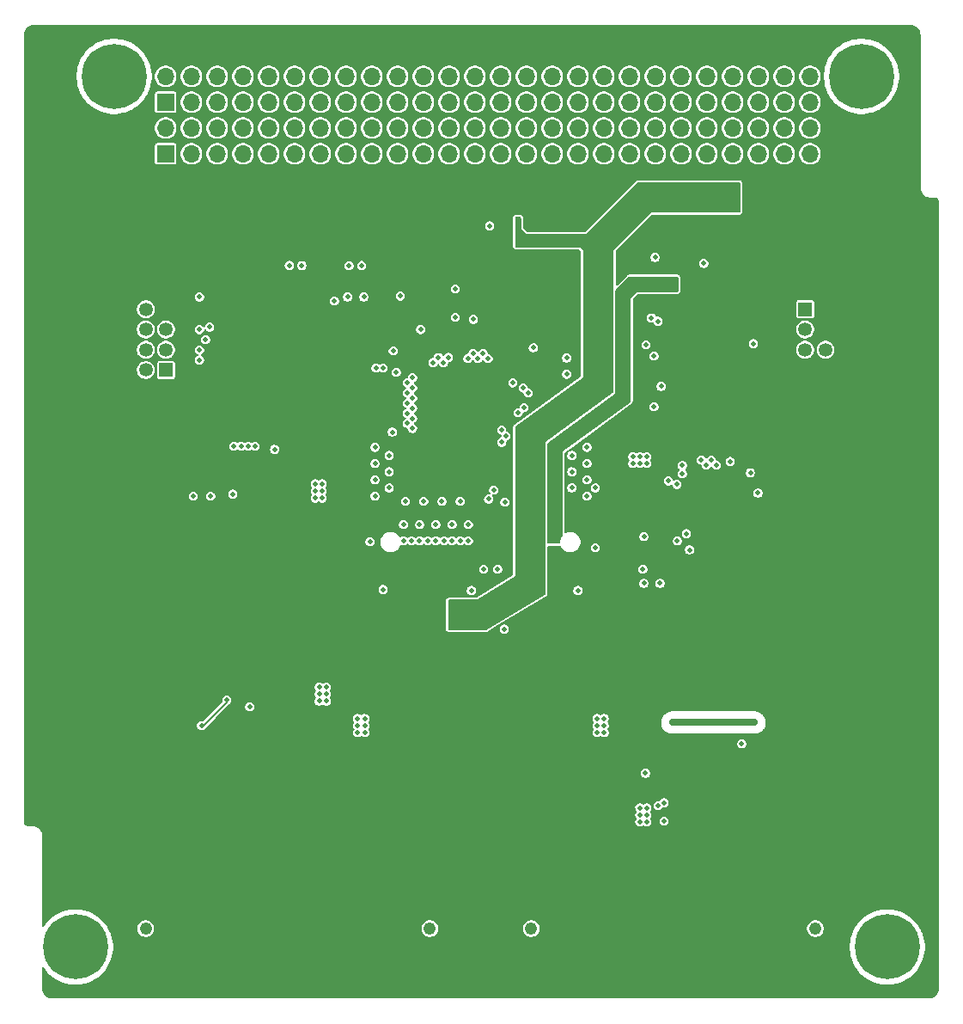
<source format=gbr>
%TF.GenerationSoftware,KiCad,Pcbnew,9.0.6*%
%TF.CreationDate,2025-11-19T17:48:12+01:00*%
%TF.ProjectId,Spino CS,5370696e-6f20-4435-932e-6b696361645f,v2.1*%
%TF.SameCoordinates,PX68e7780PY2faf080*%
%TF.FileFunction,Copper,L4,Bot*%
%TF.FilePolarity,Positive*%
%FSLAX46Y46*%
G04 Gerber Fmt 4.6, Leading zero omitted, Abs format (unit mm)*
G04 Created by KiCad (PCBNEW 9.0.6) date 2025-11-19 17:48:12*
%MOMM*%
%LPD*%
G01*
G04 APERTURE LIST*
%TA.AperFunction,ComponentPad*%
%ADD10C,6.400000*%
%TD*%
%TA.AperFunction,ComponentPad*%
%ADD11C,7.400000*%
%TD*%
%TA.AperFunction,ComponentPad*%
%ADD12R,1.350000X1.350000*%
%TD*%
%TA.AperFunction,ComponentPad*%
%ADD13C,1.350000*%
%TD*%
%TA.AperFunction,ComponentPad*%
%ADD14C,1.500000*%
%TD*%
%TA.AperFunction,ComponentPad*%
%ADD15R,1.700000X1.700000*%
%TD*%
%TA.AperFunction,ComponentPad*%
%ADD16O,1.700000X1.700000*%
%TD*%
%TA.AperFunction,ComponentPad*%
%ADD17C,1.240000*%
%TD*%
%TA.AperFunction,ViaPad*%
%ADD18C,0.500000*%
%TD*%
%TA.AperFunction,ViaPad*%
%ADD19C,0.650000*%
%TD*%
%TA.AperFunction,Conductor*%
%ADD20C,0.650000*%
%TD*%
%TA.AperFunction,Conductor*%
%ADD21C,0.200000*%
%TD*%
G04 APERTURE END LIST*
D10*
%TO.P,H2,1,1*%
%TO.N,Net-(C129-Pad1)*%
X82550000Y-5080000D03*
%TD*%
D11*
%TO.P,H8,1,1*%
%TO.N,GND*%
X7500000Y-80000000D03*
%TD*%
D10*
%TO.P,H3,1,1*%
%TO.N,Net-(C130-Pad1)*%
X85090000Y-90810000D03*
%TD*%
D12*
%TO.P,J3,1,Pin_1*%
%TO.N,VIN*%
X77000000Y-28000000D03*
D13*
%TO.P,J3,2,Pin_2*%
%TO.N,/OBC_I2C_CAN_PWR*%
X77000000Y-30000000D03*
%TO.P,J3,3,Pin_3*%
%TO.N,/OBC_I2C_SCL_CAN_H*%
X77000000Y-32000000D03*
%TO.P,J3,4,Pin_4*%
%TO.N,GND*%
X79000000Y-28000000D03*
%TO.P,J3,5,Pin_5*%
X79000000Y-30000000D03*
%TO.P,J3,6,Pin_6*%
%TO.N,/OBC_I2C_SDA_CAN_L*%
X79000000Y-32000000D03*
D14*
%TO.P,J3,MP,MountPin*%
%TO.N,GND*%
X79500000Y-34250000D03*
X84250000Y-34250000D03*
X79500000Y-25750000D03*
X84250000Y-25750000D03*
%TD*%
D15*
%TO.P,J2,1,Pin_1*%
%TO.N,unconnected-(J2-Pin_1-Pad1)*%
X13970000Y-7620000D03*
D16*
%TO.P,J2,2,Pin_2*%
%TO.N,unconnected-(J2-Pin_2-Pad2)*%
X13970000Y-5080000D03*
%TO.P,J2,3,Pin_3*%
%TO.N,unconnected-(J2-Pin_3-Pad3)*%
X16510000Y-7620000D03*
%TO.P,J2,4,Pin_4*%
%TO.N,unconnected-(J2-Pin_4-Pad4)*%
X16510000Y-5080000D03*
%TO.P,J2,5,Pin_5*%
%TO.N,unconnected-(J2-Pin_5-Pad5)*%
X19050000Y-7620000D03*
%TO.P,J2,6,Pin_6*%
%TO.N,unconnected-(J2-Pin_6-Pad6)*%
X19050000Y-5080000D03*
%TO.P,J2,7,Pin_7*%
%TO.N,unconnected-(J2-Pin_7-Pad7)*%
X21590000Y-7620000D03*
%TO.P,J2,8,Pin_8*%
%TO.N,unconnected-(J2-Pin_8-Pad8)*%
X21590000Y-5080000D03*
%TO.P,J2,9,Pin_9*%
%TO.N,unconnected-(J2-Pin_9-Pad9)*%
X24130000Y-7620000D03*
%TO.P,J2,10,Pin_10*%
%TO.N,unconnected-(J2-Pin_10-Pad10)*%
X24130000Y-5080000D03*
%TO.P,J2,11,Pin_11*%
%TO.N,unconnected-(J2-Pin_11-Pad11)*%
X26670000Y-7620000D03*
%TO.P,J2,12,Pin_12*%
%TO.N,unconnected-(J2-Pin_12-Pad12)*%
X26670000Y-5080000D03*
%TO.P,J2,13,Pin_13*%
%TO.N,unconnected-(J2-Pin_13-Pad13)*%
X29210000Y-7620000D03*
%TO.P,J2,14,Pin_14*%
%TO.N,unconnected-(J2-Pin_14-Pad14)*%
X29210000Y-5080000D03*
%TO.P,J2,15,Pin_15*%
%TO.N,unconnected-(J2-Pin_15-Pad15)*%
X31750000Y-7620000D03*
%TO.P,J2,16,Pin_16*%
%TO.N,unconnected-(J2-Pin_16-Pad16)*%
X31750000Y-5080000D03*
%TO.P,J2,17,Pin_17*%
%TO.N,unconnected-(J2-Pin_17-Pad17)*%
X34290000Y-7620000D03*
%TO.P,J2,18,Pin_18*%
%TO.N,unconnected-(J2-Pin_18-Pad18)*%
X34290000Y-5080000D03*
%TO.P,J2,19,Pin_19*%
%TO.N,unconnected-(J2-Pin_19-Pad19)*%
X36830000Y-7620000D03*
%TO.P,J2,20,Pin_20*%
%TO.N,unconnected-(J2-Pin_20-Pad20)*%
X36830000Y-5080000D03*
%TO.P,J2,21,Pin_21*%
%TO.N,unconnected-(J2-Pin_21-Pad21)*%
X39370000Y-7620000D03*
%TO.P,J2,22,Pin_22*%
%TO.N,unconnected-(J2-Pin_22-Pad22)*%
X39370000Y-5080000D03*
%TO.P,J2,23,Pin_23*%
%TO.N,unconnected-(J2-Pin_23-Pad23)*%
X41910000Y-7620000D03*
%TO.P,J2,24,Pin_24*%
%TO.N,unconnected-(J2-Pin_24-Pad24)*%
X41910000Y-5080000D03*
%TO.P,J2,25,Pin_25*%
%TO.N,unconnected-(J2-Pin_25-Pad25)*%
X44450000Y-7620000D03*
%TO.P,J2,26,Pin_26*%
%TO.N,unconnected-(J2-Pin_26-Pad26)*%
X44450000Y-5080000D03*
%TO.P,J2,27,Pin_27*%
%TO.N,unconnected-(J2-Pin_27-Pad27)*%
X46990000Y-7620000D03*
%TO.P,J2,28,Pin_28*%
%TO.N,unconnected-(J2-Pin_28-Pad28)*%
X46990000Y-5080000D03*
%TO.P,J2,29,Pin_29*%
%TO.N,unconnected-(J2-Pin_29-Pad29)*%
X49530000Y-7620000D03*
%TO.P,J2,30,Pin_30*%
%TO.N,unconnected-(J2-Pin_30-Pad30)*%
X49530000Y-5080000D03*
%TO.P,J2,31,Pin_31*%
%TO.N,unconnected-(J2-Pin_31-Pad31)*%
X52070000Y-7620000D03*
%TO.P,J2,32,Pin_32*%
%TO.N,unconnected-(J2-Pin_32-Pad32)*%
X52070000Y-5080000D03*
%TO.P,J2,33,Pin_33*%
%TO.N,unconnected-(J2-Pin_33-Pad33)*%
X54610000Y-7620000D03*
%TO.P,J2,34,Pin_34*%
%TO.N,unconnected-(J2-Pin_34-Pad34)*%
X54610000Y-5080000D03*
%TO.P,J2,35,Pin_35*%
%TO.N,unconnected-(J2-Pin_35-Pad35)*%
X57150000Y-7620000D03*
%TO.P,J2,36,Pin_36*%
%TO.N,unconnected-(J2-Pin_36-Pad36)*%
X57150000Y-5080000D03*
%TO.P,J2,37,Pin_37*%
%TO.N,unconnected-(J2-Pin_37-Pad37)*%
X59690000Y-7620000D03*
%TO.P,J2,38,Pin_38*%
%TO.N,unconnected-(J2-Pin_38-Pad38)*%
X59690000Y-5080000D03*
%TO.P,J2,39,Pin_39*%
%TO.N,unconnected-(J2-Pin_39-Pad39)*%
X62230000Y-7620000D03*
%TO.P,J2,40,Pin_40*%
%TO.N,unconnected-(J2-Pin_40-Pad40)*%
X62230000Y-5080000D03*
%TO.P,J2,41,Pin_41*%
%TO.N,unconnected-(J2-Pin_41-Pad41)*%
X64770000Y-7620000D03*
%TO.P,J2,42,Pin_42*%
%TO.N,unconnected-(J2-Pin_42-Pad42)*%
X64770000Y-5080000D03*
%TO.P,J2,43,Pin_43*%
%TO.N,unconnected-(J2-Pin_43-Pad43)*%
X67310000Y-7620000D03*
%TO.P,J2,44,Pin_44*%
%TO.N,unconnected-(J2-Pin_44-Pad44)*%
X67310000Y-5080000D03*
%TO.P,J2,45,Pin_45*%
%TO.N,unconnected-(J2-Pin_45-Pad45)*%
X69850000Y-7620000D03*
%TO.P,J2,46,Pin_46*%
%TO.N,unconnected-(J2-Pin_46-Pad46)*%
X69850000Y-5080000D03*
%TO.P,J2,47,Pin_47*%
%TO.N,unconnected-(J2-Pin_47-Pad47)*%
X72390000Y-7620000D03*
%TO.P,J2,48,Pin_48*%
%TO.N,unconnected-(J2-Pin_48-Pad48)*%
X72390000Y-5080000D03*
%TO.P,J2,49,Pin_49*%
%TO.N,unconnected-(J2-Pin_49-Pad49)*%
X74930000Y-7620000D03*
%TO.P,J2,50,Pin_50*%
%TO.N,unconnected-(J2-Pin_50-Pad50)*%
X74930000Y-5080000D03*
%TO.P,J2,51,Pin_51*%
%TO.N,unconnected-(J2-Pin_51-Pad51)*%
X77470000Y-7620000D03*
%TO.P,J2,52,Pin_52*%
%TO.N,unconnected-(J2-Pin_52-Pad52)*%
X77470000Y-5080000D03*
%TD*%
D11*
%TO.P,H5,1,1*%
%TO.N,GND*%
X7500000Y-20000000D03*
%TD*%
D15*
%TO.P,J1,1,Pin_1*%
%TO.N,unconnected-(J1-Pin_1-Pad1)*%
X13970000Y-12700000D03*
D16*
%TO.P,J1,2,Pin_2*%
%TO.N,unconnected-(J1-Pin_2-Pad2)*%
X13970000Y-10160000D03*
%TO.P,J1,3,Pin_3*%
%TO.N,unconnected-(J1-Pin_3-Pad3)*%
X16510000Y-12700000D03*
%TO.P,J1,4,Pin_4*%
%TO.N,unconnected-(J1-Pin_4-Pad4)*%
X16510000Y-10160000D03*
%TO.P,J1,5,Pin_5*%
%TO.N,unconnected-(J1-Pin_5-Pad5)*%
X19050000Y-12700000D03*
%TO.P,J1,6,Pin_6*%
%TO.N,unconnected-(J1-Pin_6-Pad6)*%
X19050000Y-10160000D03*
%TO.P,J1,7,Pin_7*%
%TO.N,unconnected-(J1-Pin_7-Pad7)*%
X21590000Y-12700000D03*
%TO.P,J1,8,Pin_8*%
%TO.N,unconnected-(J1-Pin_8-Pad8)*%
X21590000Y-10160000D03*
%TO.P,J1,9,Pin_9*%
%TO.N,unconnected-(J1-Pin_9-Pad9)*%
X24130000Y-12700000D03*
%TO.P,J1,10,Pin_10*%
%TO.N,unconnected-(J1-Pin_10-Pad10)*%
X24130000Y-10160000D03*
%TO.P,J1,11,Pin_11*%
%TO.N,unconnected-(J1-Pin_11-Pad11)*%
X26670000Y-12700000D03*
%TO.P,J1,12,Pin_12*%
%TO.N,unconnected-(J1-Pin_12-Pad12)*%
X26670000Y-10160000D03*
%TO.P,J1,13,Pin_13*%
%TO.N,unconnected-(J1-Pin_13-Pad13)*%
X29210000Y-12700000D03*
%TO.P,J1,14,Pin_14*%
%TO.N,unconnected-(J1-Pin_14-Pad14)*%
X29210000Y-10160000D03*
%TO.P,J1,15,Pin_15*%
%TO.N,unconnected-(J1-Pin_15-Pad15)*%
X31750000Y-12700000D03*
%TO.P,J1,16,Pin_16*%
%TO.N,unconnected-(J1-Pin_16-Pad16)*%
X31750000Y-10160000D03*
%TO.P,J1,17,Pin_17*%
%TO.N,unconnected-(J1-Pin_17-Pad17)*%
X34290000Y-12700000D03*
%TO.P,J1,18,Pin_18*%
%TO.N,unconnected-(J1-Pin_18-Pad18)*%
X34290000Y-10160000D03*
%TO.P,J1,19,Pin_19*%
%TO.N,unconnected-(J1-Pin_19-Pad19)*%
X36830000Y-12700000D03*
%TO.P,J1,20,Pin_20*%
%TO.N,unconnected-(J1-Pin_20-Pad20)*%
X36830000Y-10160000D03*
%TO.P,J1,21,Pin_21*%
%TO.N,unconnected-(J1-Pin_21-Pad21)*%
X39370000Y-12700000D03*
%TO.P,J1,22,Pin_22*%
%TO.N,unconnected-(J1-Pin_22-Pad22)*%
X39370000Y-10160000D03*
%TO.P,J1,23,Pin_23*%
%TO.N,unconnected-(J1-Pin_23-Pad23)*%
X41910000Y-12700000D03*
%TO.P,J1,24,Pin_24*%
%TO.N,unconnected-(J1-Pin_24-Pad24)*%
X41910000Y-10160000D03*
%TO.P,J1,25,Pin_25*%
%TO.N,unconnected-(J1-Pin_25-Pad25)*%
X44450000Y-12700000D03*
%TO.P,J1,26,Pin_26*%
%TO.N,unconnected-(J1-Pin_26-Pad26)*%
X44450000Y-10160000D03*
%TO.P,J1,27,Pin_27*%
%TO.N,unconnected-(J1-Pin_27-Pad27)*%
X46990000Y-12700000D03*
%TO.P,J1,28,Pin_28*%
%TO.N,unconnected-(J1-Pin_28-Pad28)*%
X46990000Y-10160000D03*
%TO.P,J1,29,Pin_29*%
%TO.N,unconnected-(J1-Pin_29-Pad29)*%
X49530000Y-12700000D03*
%TO.P,J1,30,Pin_30*%
%TO.N,unconnected-(J1-Pin_30-Pad30)*%
X49530000Y-10160000D03*
%TO.P,J1,31,Pin_31*%
%TO.N,unconnected-(J1-Pin_31-Pad31)*%
X52070000Y-12700000D03*
%TO.P,J1,32,Pin_32*%
%TO.N,unconnected-(J1-Pin_32-Pad32)*%
X52070000Y-10160000D03*
%TO.P,J1,33,Pin_33*%
%TO.N,unconnected-(J1-Pin_33-Pad33)*%
X54610000Y-12700000D03*
%TO.P,J1,34,Pin_34*%
%TO.N,unconnected-(J1-Pin_34-Pad34)*%
X54610000Y-10160000D03*
%TO.P,J1,35,Pin_35*%
%TO.N,unconnected-(J1-Pin_35-Pad35)*%
X57150000Y-12700000D03*
%TO.P,J1,36,Pin_36*%
%TO.N,unconnected-(J1-Pin_36-Pad36)*%
X57150000Y-10160000D03*
%TO.P,J1,37,Pin_37*%
%TO.N,unconnected-(J1-Pin_37-Pad37)*%
X59690000Y-12700000D03*
%TO.P,J1,38,Pin_38*%
%TO.N,unconnected-(J1-Pin_38-Pad38)*%
X59690000Y-10160000D03*
%TO.P,J1,39,Pin_39*%
%TO.N,unconnected-(J1-Pin_39-Pad39)*%
X62230000Y-12700000D03*
%TO.P,J1,40,Pin_40*%
%TO.N,unconnected-(J1-Pin_40-Pad40)*%
X62230000Y-10160000D03*
%TO.P,J1,41,Pin_41*%
%TO.N,unconnected-(J1-Pin_41-Pad41)*%
X64770000Y-12700000D03*
%TO.P,J1,42,Pin_42*%
%TO.N,unconnected-(J1-Pin_42-Pad42)*%
X64770000Y-10160000D03*
%TO.P,J1,43,Pin_43*%
%TO.N,unconnected-(J1-Pin_43-Pad43)*%
X67310000Y-12700000D03*
%TO.P,J1,44,Pin_44*%
%TO.N,unconnected-(J1-Pin_44-Pad44)*%
X67310000Y-10160000D03*
%TO.P,J1,45,Pin_45*%
%TO.N,unconnected-(J1-Pin_45-Pad45)*%
X69850000Y-12700000D03*
%TO.P,J1,46,Pin_46*%
%TO.N,unconnected-(J1-Pin_46-Pad46)*%
X69850000Y-10160000D03*
%TO.P,J1,47,Pin_47*%
%TO.N,unconnected-(J1-Pin_47-Pad47)*%
X72390000Y-12700000D03*
%TO.P,J1,48,Pin_48*%
%TO.N,unconnected-(J1-Pin_48-Pad48)*%
X72390000Y-10160000D03*
%TO.P,J1,49,Pin_49*%
%TO.N,unconnected-(J1-Pin_49-Pad49)*%
X74930000Y-12700000D03*
%TO.P,J1,50,Pin_50*%
%TO.N,unconnected-(J1-Pin_50-Pad50)*%
X74930000Y-10160000D03*
%TO.P,J1,51,Pin_51*%
%TO.N,unconnected-(J1-Pin_51-Pad51)*%
X77470000Y-12700000D03*
%TO.P,J1,52,Pin_52*%
%TO.N,unconnected-(J1-Pin_52-Pad52)*%
X77470000Y-10160000D03*
%TD*%
D11*
%TO.P,H6,1,1*%
%TO.N,GND*%
X82500000Y-20000000D03*
%TD*%
%TO.P,H7,1,1*%
%TO.N,GND*%
X82500000Y-80000000D03*
%TD*%
D10*
%TO.P,H1,1,1*%
%TO.N,Net-(C128-Pad1)*%
X8890000Y-5080000D03*
%TD*%
%TO.P,H4,1,1*%
%TO.N,Net-(C131-Pad1)*%
X5080000Y-90810000D03*
%TD*%
D12*
%TO.P,J4,1,Pin_1*%
%TO.N,VCC_MCU*%
X14000000Y-34000000D03*
D13*
%TO.P,J4,2,Pin_2*%
%TO.N,Net-(J4-Pin_2)*%
X14000000Y-32000000D03*
%TO.P,J4,3,Pin_3*%
%TO.N,Net-(J4-Pin_3)*%
X14000000Y-30000000D03*
%TO.P,J4,4,Pin_4*%
%TO.N,GND*%
X14000000Y-28000000D03*
%TO.P,J4,5,Pin_5*%
%TO.N,Net-(J4-Pin_5)*%
X12000000Y-34000000D03*
%TO.P,J4,6,Pin_6*%
%TO.N,Net-(J4-Pin_6)*%
X12000000Y-32000000D03*
%TO.P,J4,7,Pin_7*%
%TO.N,Net-(J4-Pin_7)*%
X12000000Y-30000000D03*
%TO.P,J4,8,Pin_8*%
%TO.N,Net-(J4-Pin_8)*%
X12000000Y-28000000D03*
D14*
%TO.P,J4,MP,MountPin*%
%TO.N,GND*%
X11500000Y-25750000D03*
X6750000Y-25750000D03*
X11500000Y-36250000D03*
X6750000Y-36250000D03*
%TD*%
D17*
%TO.P,J8,1,In*%
%TO.N,/UHF Duplexer/MAIN_VHF*%
X78000000Y-89000000D03*
%TO.P,J8,2,Ext*%
%TO.N,GND*%
X79270000Y-90270000D03*
X79270000Y-87730000D03*
X76730000Y-90270000D03*
X76730000Y-87730000D03*
%TD*%
%TO.P,J6,1,In*%
%TO.N,/VHF Duplexer/MAIN_UHF*%
X12000000Y-89000000D03*
%TO.P,J6,2,Ext*%
%TO.N,GND*%
X10730000Y-87730000D03*
X10730000Y-90270000D03*
X13270000Y-87730000D03*
X13270000Y-90270000D03*
%TD*%
%TO.P,J9,1,In*%
%TO.N,/UHF Duplexer/VHF_ANTENNA*%
X50000000Y-89000000D03*
%TO.P,J9,2,Ext*%
%TO.N,GND*%
X48730000Y-90270000D03*
X51270000Y-90270000D03*
X48730000Y-87730000D03*
X51270000Y-87730000D03*
%TD*%
%TO.P,J7,1,In*%
%TO.N,/VHF Duplexer/UHF_ANTENNA*%
X40000000Y-89000000D03*
%TO.P,J7,2,Ext*%
%TO.N,GND*%
X38730000Y-90270000D03*
X41270000Y-90270000D03*
X38730000Y-87730000D03*
X41270000Y-87730000D03*
%TD*%
D18*
%TO.N,GND*%
X34000000Y-80000000D03*
X45400000Y-50000000D03*
X48500000Y-72300000D03*
X43000000Y-75000000D03*
X19000000Y-29900000D03*
X35300000Y-35600000D03*
X14500000Y-17500000D03*
X82000000Y-60000000D03*
X4000000Y-40000000D03*
X50500000Y-16500000D03*
X63400000Y-67450000D03*
X60500000Y-30000000D03*
X86500000Y-57500000D03*
X45000000Y-24250000D03*
X40000000Y-75000000D03*
X84550000Y-95140000D03*
X12750000Y-750000D03*
X53500000Y-67200000D03*
X41500000Y-22500000D03*
X72000000Y-87650000D03*
X26400000Y-42550000D03*
X18000000Y-87650000D03*
X41350000Y-86550000D03*
X39700000Y-73600000D03*
X10750000Y-750000D03*
X11500000Y-12500000D03*
X37000000Y-65000000D03*
X46000000Y-85000000D03*
X10000000Y-25000000D03*
X73150000Y-81900000D03*
X10000000Y-60000000D03*
X10000000Y-75000000D03*
X33350000Y-90350000D03*
X52000000Y-15100000D03*
X46000000Y-65000000D03*
X59800000Y-68400000D03*
X44500000Y-82500000D03*
X65100000Y-64350000D03*
X17850000Y-61100000D03*
X27350000Y-58950000D03*
X14500000Y-2500000D03*
X14500000Y-42500000D03*
X73550000Y-55300000D03*
X62500000Y-92500000D03*
X17500000Y-37500000D03*
X67800000Y-87650000D03*
X4000000Y-55000000D03*
X71400000Y-70050000D03*
X65850000Y-90350000D03*
X44550000Y-95140000D03*
X750000Y-76750000D03*
X81400000Y-10000000D03*
X73050000Y-76150000D03*
X10000000Y-35000000D03*
X65550000Y-78650000D03*
X66000000Y-48000000D03*
X70750000Y-750000D03*
X77500000Y-2500000D03*
X37000000Y-30000000D03*
X34400000Y-85350000D03*
X22800000Y-82650000D03*
X83500000Y-62500000D03*
X83500000Y-72500000D03*
X22000000Y-15000000D03*
X24900000Y-85350000D03*
X59800000Y-77500000D03*
X8500000Y-57500000D03*
X68050000Y-56950000D03*
X56400000Y-67200000D03*
X27350000Y-61200000D03*
X76250000Y-51000000D03*
X73550000Y-56700000D03*
X16000000Y-65000000D03*
X68500000Y-2500000D03*
X48750000Y-85150000D03*
X76000000Y-75000000D03*
X17850000Y-52650000D03*
X66350000Y-59650000D03*
X50750000Y-750000D03*
X32500000Y-72300000D03*
X34000000Y-65000000D03*
X74050000Y-47650000D03*
X2500000Y-42500000D03*
X27350000Y-57550000D03*
X65000000Y-70800000D03*
X23500000Y-2500000D03*
X14750000Y-750000D03*
X80500000Y-32500000D03*
X41300000Y-57500000D03*
X43000000Y-90000000D03*
X24750000Y-750000D03*
X38500000Y-27500000D03*
X18350000Y-75550000D03*
X37000000Y-39500000D03*
X64050000Y-64900000D03*
X4000000Y-65000000D03*
X17850000Y-65000000D03*
X75600000Y-83300000D03*
X25950000Y-65750000D03*
X66550000Y-95140000D03*
X2750000Y-750000D03*
X71500000Y-2500000D03*
X74500000Y-72500000D03*
X23550000Y-75550000D03*
X5500000Y-2500000D03*
X76250000Y-61500000D03*
X21000000Y-71650000D03*
X71500000Y-62500000D03*
X20400000Y-42500000D03*
X27350000Y-53450000D03*
X37900000Y-72300000D03*
X750000Y-14750000D03*
X27200000Y-64000000D03*
X750000Y-10750000D03*
X76250000Y-60800000D03*
X750000Y-66750000D03*
X62850000Y-67850000D03*
X17750000Y-50150000D03*
X22000000Y-29900000D03*
X73000000Y-25000000D03*
X74800000Y-90350000D03*
X23500000Y-92500000D03*
X74750000Y-84500000D03*
X86750000Y-750000D03*
X66150000Y-78850000D03*
X73550000Y-51500000D03*
X53600000Y-49600000D03*
X76000000Y-20000000D03*
X67000000Y-45000000D03*
X54500000Y-87650000D03*
X88000000Y-80000000D03*
X14150000Y-77300000D03*
X4000000Y-70000000D03*
X64000000Y-15000000D03*
X53800000Y-87650000D03*
X73000000Y-44700000D03*
X20050000Y-46650000D03*
X29900000Y-87650000D03*
X80500000Y-57500000D03*
X73550000Y-58800000D03*
X750000Y-6750000D03*
X18700000Y-50750000D03*
X36000000Y-41000000D03*
X52000000Y-33400000D03*
X24650000Y-59100000D03*
X62750000Y-750000D03*
X53500000Y-57500000D03*
X11500000Y-37500000D03*
X82750000Y-750000D03*
X30500000Y-82650000D03*
X64400000Y-82650000D03*
X46000000Y-75000000D03*
X18550000Y-95140000D03*
X750000Y-58750000D03*
X14150000Y-72400000D03*
X14150000Y-73100000D03*
X69950000Y-51350000D03*
X18000000Y-51950000D03*
X40000000Y-20000000D03*
X82000000Y-15000000D03*
X14150000Y-73800000D03*
X60300000Y-27500000D03*
X25000000Y-20000000D03*
X20500000Y-2500000D03*
X30600000Y-87650000D03*
X66850000Y-78850000D03*
X49000000Y-75000000D03*
X750000Y-40750000D03*
X31000000Y-30000000D03*
X17850000Y-63600000D03*
X61500000Y-87650000D03*
X65000000Y-71700000D03*
X83500000Y-87100000D03*
X69000000Y-46000000D03*
X17950000Y-71500000D03*
X21000000Y-44500000D03*
X69900000Y-87650000D03*
X12000000Y-90350000D03*
X86500000Y-12500000D03*
X20550000Y-72150000D03*
X66000000Y-21100000D03*
X39700000Y-72300000D03*
X89420000Y-24250000D03*
X50500000Y-2500000D03*
X19000000Y-20000000D03*
X85000000Y-75000000D03*
X82550000Y-95140000D03*
X26950000Y-64650000D03*
X16000000Y-35000000D03*
X35300000Y-37400000D03*
X53900000Y-72300000D03*
X23600000Y-90350000D03*
X89420000Y-56250000D03*
X72750000Y-85350000D03*
X10000000Y-30000000D03*
X65850000Y-72500000D03*
X71300000Y-90350000D03*
X20550000Y-52900000D03*
X36000000Y-90350000D03*
X85000000Y-30000000D03*
X23500000Y-22500000D03*
X22950000Y-70150000D03*
X33300000Y-82650000D03*
X750000Y-28750000D03*
X51350000Y-86700000D03*
X89420000Y-80250000D03*
X38500000Y-22500000D03*
X71500000Y-72500000D03*
X88000000Y-75000000D03*
X37900000Y-58600000D03*
X89420000Y-74250000D03*
X65700000Y-87650000D03*
X47500000Y-82500000D03*
X20750000Y-750000D03*
X56500000Y-92500000D03*
X23600000Y-87650000D03*
X24650000Y-55600000D03*
X14150000Y-81900000D03*
X73550000Y-62800000D03*
X88000000Y-85000000D03*
X21000000Y-43500000D03*
X40550000Y-95140000D03*
X70000000Y-45000000D03*
X66750000Y-67350000D03*
X47500000Y-67500000D03*
X82000000Y-65000000D03*
X68150000Y-67350000D03*
X88000000Y-17000000D03*
X75800000Y-68400000D03*
X84300000Y-85000000D03*
X22250000Y-52350000D03*
X56600000Y-87650000D03*
X31900000Y-82650000D03*
X44500000Y-28300000D03*
X22550000Y-95140000D03*
X7000000Y-15000000D03*
X750000Y-36750000D03*
X88000000Y-65000000D03*
X89420000Y-30250000D03*
X5500000Y-67500000D03*
X49350000Y-83900000D03*
X88000000Y-20000000D03*
X19550000Y-60550000D03*
X17050000Y-52300000D03*
X65550000Y-78000000D03*
X17500000Y-68300000D03*
X89420000Y-40250000D03*
X34550000Y-95140000D03*
X59400000Y-87650000D03*
X60500000Y-54200000D03*
X30250000Y-55300000D03*
X64150000Y-70800000D03*
X66000000Y-32500000D03*
X750000Y-8750000D03*
X72000000Y-90350000D03*
X80500000Y-67500000D03*
X27350000Y-52800000D03*
X89420000Y-32250000D03*
X36100000Y-82650000D03*
X56750000Y-750000D03*
X29500000Y-62500000D03*
X53900000Y-58600000D03*
X41500000Y-27500000D03*
X10650000Y-89000000D03*
X34000000Y-50000000D03*
X52650000Y-85350000D03*
X14500000Y-37500000D03*
X35400000Y-82650000D03*
X29700000Y-53450000D03*
X56500000Y-2500000D03*
X39700000Y-58600000D03*
X65500000Y-92500000D03*
X69300000Y-82650000D03*
X750000Y-60750000D03*
X32500000Y-67200000D03*
X65500000Y-27500000D03*
X71500000Y-92500000D03*
X23900000Y-63650000D03*
X26250000Y-66300000D03*
X26550000Y-95140000D03*
X86500000Y-37500000D03*
X2500000Y-47500000D03*
X26500000Y-65250000D03*
X49000000Y-26700000D03*
X33800000Y-39600000D03*
X39550000Y-83000000D03*
X6100000Y-86900000D03*
X6550000Y-95140000D03*
X41500000Y-92500000D03*
X750000Y-44750000D03*
X37000000Y-55000000D03*
X37350000Y-85350000D03*
X10000000Y-15000000D03*
X16600000Y-90350000D03*
X25000000Y-35000000D03*
X22000000Y-25000000D03*
X20000000Y-68300000D03*
X72150000Y-52450000D03*
X74300000Y-20300000D03*
X80500000Y-87500000D03*
X16850000Y-75400000D03*
X36900000Y-49800000D03*
X75150000Y-76150000D03*
X52000000Y-65000000D03*
X2500000Y-72500000D03*
X73150000Y-78850000D03*
X57500000Y-58600000D03*
X61000000Y-65000000D03*
X10000000Y-70000000D03*
X88000000Y-70000000D03*
X58800000Y-82650000D03*
X23800000Y-66350000D03*
X74150000Y-84950000D03*
X16850000Y-73150000D03*
X72250000Y-19400000D03*
X73550000Y-62100000D03*
X34000000Y-75000000D03*
X33500000Y-36500000D03*
X750000Y-68750000D03*
X20000000Y-69000000D03*
X52000000Y-20000000D03*
X15200000Y-87650000D03*
X74100000Y-90350000D03*
X24300000Y-87650000D03*
X73550000Y-52200000D03*
X750000Y-48750000D03*
X63300000Y-70800000D03*
X48300000Y-39000000D03*
X67900000Y-75900000D03*
X14500000Y-90350000D03*
X65850000Y-73350000D03*
X48500000Y-28400000D03*
X67450000Y-67350000D03*
X71300000Y-87650000D03*
X41250000Y-85150000D03*
X56100000Y-85350000D03*
X68500000Y-92500000D03*
X16000000Y-50000000D03*
X44500000Y-62500000D03*
X38600000Y-85850000D03*
X72050000Y-85350000D03*
X20500000Y-27500000D03*
X48750000Y-750000D03*
X41500000Y-59900000D03*
X16000000Y-60000000D03*
X83500000Y-47500000D03*
X61600000Y-82650000D03*
X64150000Y-73350000D03*
X40000000Y-80000000D03*
X40150000Y-83400000D03*
X67800000Y-52850000D03*
X40000000Y-15000000D03*
X89420000Y-26250000D03*
X74800000Y-87650000D03*
X13000000Y-15000000D03*
X76250000Y-53800000D03*
X36700000Y-90350000D03*
X26300000Y-48950000D03*
X31000000Y-25000000D03*
X23600000Y-46100000D03*
X2500000Y-77500000D03*
X750000Y-16750000D03*
X24650000Y-43050000D03*
X70150000Y-56950000D03*
X71500000Y-57500000D03*
X50400000Y-67200000D03*
X17700000Y-45000000D03*
X20550000Y-63700000D03*
X23500000Y-77500000D03*
X89420000Y-76250000D03*
X61000000Y-15000000D03*
X34800000Y-87650000D03*
X67000000Y-47000000D03*
X61000000Y-23400000D03*
X64150000Y-71700000D03*
X21800000Y-63750000D03*
X22450000Y-85350000D03*
X48650000Y-85850000D03*
X62900000Y-87650000D03*
X58700000Y-87650000D03*
X58600000Y-22500000D03*
X64750000Y-750000D03*
X76550000Y-95140000D03*
X59500000Y-2500000D03*
X46750000Y-750000D03*
X74500000Y-2500000D03*
X23500000Y-27500000D03*
X22200000Y-90350000D03*
X65550000Y-77300000D03*
X5500000Y-27500000D03*
X65850000Y-70800000D03*
X47500000Y-32500000D03*
X73000000Y-75000000D03*
X43700000Y-17500000D03*
X18700000Y-90350000D03*
X52000000Y-55700000D03*
X89420000Y-22250000D03*
X62550000Y-95140000D03*
X54600000Y-82650000D03*
X65550000Y-19000000D03*
X16000000Y-41000000D03*
X14150000Y-78000000D03*
X17300000Y-90350000D03*
X7000000Y-40000000D03*
X64050000Y-67350000D03*
X34400000Y-37400000D03*
X32700000Y-87650000D03*
X86500000Y-17500000D03*
X17850000Y-65700000D03*
X2500000Y-12500000D03*
X78000000Y-90350000D03*
X25600000Y-85350000D03*
X37000000Y-35000000D03*
X29100000Y-82650000D03*
X8500000Y-47500000D03*
X54800000Y-50000000D03*
X40000000Y-25000000D03*
X28000000Y-70100000D03*
X69900000Y-31000000D03*
X14150000Y-78700000D03*
X4000000Y-35000000D03*
X86500000Y-77500000D03*
X59900000Y-21100000D03*
X65000000Y-22000000D03*
X41000000Y-84500000D03*
X55900000Y-87650000D03*
X16000000Y-25000000D03*
X17500000Y-2500000D03*
X38750000Y-750000D03*
X55200000Y-87650000D03*
X53900000Y-82650000D03*
X16550000Y-95140000D03*
X25300000Y-66100000D03*
X89420000Y-48250000D03*
X53900000Y-73600000D03*
X14750000Y-83950000D03*
X69950000Y-85350000D03*
X80550000Y-95140000D03*
X79000000Y-75000000D03*
X32500000Y-2500000D03*
X48500000Y-73600000D03*
X37400000Y-90350000D03*
X27900000Y-43200000D03*
X70550000Y-52450000D03*
X1750000Y-78250000D03*
X4000000Y-15000000D03*
X29500000Y-72500000D03*
X28400000Y-26700000D03*
X38500000Y-92500000D03*
X50500000Y-92500000D03*
X49000000Y-35000000D03*
X68500000Y-37500000D03*
X87620000Y-8750000D03*
X14150000Y-75200000D03*
X24650000Y-61900000D03*
X49000000Y-80000000D03*
X65950000Y-85350000D03*
X34000000Y-15000000D03*
X72150000Y-53150000D03*
X76000000Y-70000000D03*
X52500000Y-82650000D03*
X82000000Y-70000000D03*
X38900000Y-82750000D03*
X42750000Y-750000D03*
X36750000Y-750000D03*
X70000000Y-15000000D03*
X57500000Y-45200000D03*
X70000000Y-82650000D03*
X19000000Y-35000000D03*
X35500000Y-77500000D03*
X23500000Y-37500000D03*
X68550000Y-95140000D03*
X26500000Y-17500000D03*
X86500000Y-67500000D03*
X13000000Y-25000000D03*
X8500000Y-42500000D03*
X89420000Y-52250000D03*
X62200000Y-87650000D03*
X15450000Y-69150000D03*
X28550000Y-95140000D03*
X20500000Y-57500000D03*
X23800000Y-46650000D03*
X53350000Y-85350000D03*
X19050000Y-47350000D03*
X15850000Y-84950000D03*
X58000000Y-87650000D03*
X41500000Y-72300000D03*
X57300000Y-87650000D03*
X67000000Y-30000000D03*
X16850000Y-81900000D03*
X72350000Y-76150000D03*
X2500000Y-37500000D03*
X27000000Y-85350000D03*
X18650000Y-85350000D03*
X750000Y-56750000D03*
X21750000Y-85350000D03*
X27000000Y-82650000D03*
X80500000Y-72500000D03*
X75850000Y-76150000D03*
X49000000Y-84500000D03*
X43000000Y-65000000D03*
X65000000Y-30900000D03*
X20550000Y-64400000D03*
X26400000Y-87650000D03*
X66700000Y-71700000D03*
X25550000Y-50000000D03*
X41350000Y-89000000D03*
X29500000Y-42550000D03*
X17500000Y-62500000D03*
X29900000Y-90350000D03*
X65000000Y-72500000D03*
X69450000Y-56950000D03*
X35500000Y-52500000D03*
X29300000Y-85350000D03*
X24950000Y-75550000D03*
X750000Y-26750000D03*
X26500000Y-22500000D03*
X85000000Y-70000000D03*
X34300000Y-59900000D03*
X38500000Y-57500000D03*
X88000000Y-45000000D03*
X66750000Y-64900000D03*
X74550000Y-95140000D03*
X20700000Y-82650000D03*
X20550000Y-72850000D03*
X19000000Y-25000000D03*
X27350000Y-62600000D03*
X46000000Y-15000000D03*
X5500000Y-32500000D03*
X24650000Y-57700000D03*
X33950000Y-36950000D03*
X18700000Y-87650000D03*
X70000000Y-47000000D03*
X73000000Y-19400000D03*
X53500000Y-77500000D03*
X71400000Y-82650000D03*
X28100000Y-47900000D03*
X50300000Y-59900000D03*
X35500000Y-92500000D03*
X17300000Y-71200000D03*
X64050000Y-56350000D03*
X60550000Y-95140000D03*
X70250000Y-67350000D03*
X14150000Y-75900000D03*
X75800000Y-82600000D03*
X24550000Y-63300000D03*
X11500000Y-52500000D03*
X74200000Y-69800000D03*
X76250000Y-56600000D03*
X72150000Y-55150000D03*
X62300000Y-46200000D03*
X45500000Y-37800000D03*
X5500000Y-72500000D03*
X74500000Y-37500000D03*
X63400000Y-90350000D03*
X10000000Y-45000000D03*
X66700000Y-73350000D03*
X56500000Y-47500000D03*
X22400000Y-66450000D03*
X64050000Y-59100000D03*
X70000000Y-60000000D03*
X26300000Y-85350000D03*
X59750000Y-71650000D03*
X40650000Y-83900000D03*
X75800000Y-25000000D03*
X86500000Y-47500000D03*
X64400000Y-59650000D03*
X66650000Y-85350000D03*
X18900000Y-60550000D03*
X27100000Y-87650000D03*
X46000000Y-70000000D03*
X8500000Y-12500000D03*
X64000000Y-24300000D03*
X750000Y-22750000D03*
X24750000Y-71450000D03*
X20100000Y-87650000D03*
X20800000Y-87650000D03*
X32600000Y-82650000D03*
X82000000Y-75000000D03*
X23000000Y-44500000D03*
X11500000Y-67500000D03*
X17900000Y-82650000D03*
X750000Y-54750000D03*
X32500000Y-73600000D03*
X82000000Y-50000000D03*
X38500000Y-2500000D03*
X2500000Y-22500000D03*
X32500000Y-27500000D03*
X89420000Y-90250000D03*
X54600000Y-30000000D03*
X51800000Y-82650000D03*
X60500000Y-57500000D03*
X10000000Y-85000000D03*
X57500000Y-50000000D03*
X37000000Y-75000000D03*
X22900000Y-90350000D03*
X50500000Y-30700000D03*
X65050000Y-59650000D03*
X55300000Y-82650000D03*
X76250000Y-51700000D03*
X44500000Y-67500000D03*
X34300000Y-58600000D03*
X14250000Y-71000000D03*
X54500000Y-90350000D03*
X22000000Y-60000000D03*
X7000000Y-70000000D03*
X63200000Y-33300000D03*
X16750000Y-750000D03*
X52750000Y-750000D03*
X2550000Y-80000000D03*
X47500000Y-87500000D03*
X22150000Y-75550000D03*
X51100000Y-82750000D03*
X76000000Y-15000000D03*
X53200000Y-82650000D03*
X73550000Y-59500000D03*
X8500000Y-27500000D03*
X750000Y-46750000D03*
X62500000Y-77700000D03*
X62300000Y-48400000D03*
X73100000Y-67300000D03*
X40000000Y-90350000D03*
X35300000Y-36500000D03*
X16000000Y-15000000D03*
X750000Y-50750000D03*
X56000000Y-82650000D03*
X20750000Y-75550000D03*
X64300000Y-87650000D03*
X88000000Y-60000000D03*
X32500000Y-59900000D03*
X58100000Y-82650000D03*
X54600000Y-34400000D03*
X47500000Y-17500000D03*
X72700000Y-90350000D03*
X54800000Y-75000000D03*
X89420000Y-78250000D03*
X71350000Y-85350000D03*
X47500000Y-37800000D03*
X21050000Y-85350000D03*
X17850000Y-74300000D03*
X33950000Y-36050000D03*
X750000Y-34750000D03*
X47700000Y-50000000D03*
X62700000Y-90350000D03*
X89420000Y-88250000D03*
X88550000Y-95140000D03*
X24650000Y-54900000D03*
X89420000Y-42250000D03*
X8500000Y-52500000D03*
X77500000Y-37500000D03*
X24300000Y-90350000D03*
X55200000Y-90350000D03*
X20500000Y-32500000D03*
X21000000Y-45500000D03*
X20700000Y-69700000D03*
X83500000Y-57500000D03*
X23100000Y-66350000D03*
X19500000Y-55850000D03*
X66300000Y-54250000D03*
X53800000Y-22500000D03*
X750000Y-42750000D03*
X20100000Y-90350000D03*
X42800000Y-20000000D03*
X8700000Y-92500000D03*
X64050000Y-54950000D03*
X28000000Y-30000000D03*
X4000000Y-45000000D03*
X52100000Y-73600000D03*
X19350000Y-46650000D03*
X45400000Y-50700000D03*
X2550000Y-95150000D03*
X22500000Y-63650000D03*
X48500000Y-59900000D03*
X63300000Y-72500000D03*
X8500000Y-62500000D03*
X29000000Y-55850000D03*
X26250000Y-70600000D03*
X20550000Y-95140000D03*
X72650000Y-47450000D03*
X19300000Y-69700000D03*
X13000000Y-85000000D03*
X61000000Y-60000000D03*
X63300000Y-73350000D03*
X89420000Y-84250000D03*
X31000000Y-20000000D03*
X63400000Y-50800000D03*
X68500000Y-87650000D03*
X58750000Y-750000D03*
X26500000Y-92500000D03*
X70000000Y-46000000D03*
X73550000Y-65300000D03*
X65100000Y-82650000D03*
X37600000Y-87650000D03*
X60050000Y-85350000D03*
X78000000Y-87650000D03*
X52400000Y-87650000D03*
X60750000Y-85350000D03*
X43000000Y-80000000D03*
X11500000Y-82500000D03*
X41500000Y-77500000D03*
X70000000Y-19500000D03*
X79000000Y-45000000D03*
X750000Y-2750000D03*
X85000000Y-15000000D03*
X23500000Y-82650000D03*
X56800000Y-85350000D03*
X88000000Y-25000000D03*
X20500000Y-22500000D03*
X69000000Y-47000000D03*
X55300000Y-20000000D03*
X62700000Y-52500000D03*
X55000000Y-80000000D03*
X89420000Y-50250000D03*
X4000000Y-10000000D03*
X54750000Y-750000D03*
X15900000Y-90350000D03*
X89420000Y-38250000D03*
X38200000Y-82650000D03*
X7000000Y-60000000D03*
X75850000Y-77550000D03*
X66550000Y-90350000D03*
X68500000Y-41500000D03*
X60750000Y-750000D03*
X68750000Y-750000D03*
X18000000Y-50750000D03*
X10000000Y-50000000D03*
X77500000Y-17500000D03*
X63350000Y-85350000D03*
X18000000Y-66400000D03*
X24350000Y-70150000D03*
X50300000Y-73600000D03*
X73000000Y-35000000D03*
X62500000Y-27500000D03*
X69900000Y-90350000D03*
X37000000Y-80000000D03*
X53100000Y-90350000D03*
X81200000Y-90000000D03*
X37000000Y-20000000D03*
X35500000Y-47500000D03*
X70600000Y-87650000D03*
X65500000Y-2500000D03*
X50450000Y-83000000D03*
X82000000Y-25000000D03*
X73500000Y-70000000D03*
X65500000Y-37500000D03*
X86500000Y-72500000D03*
X86500000Y-82500000D03*
X68750000Y-56950000D03*
X82000000Y-55000000D03*
X68500000Y-57500000D03*
X8500000Y-32500000D03*
X71500000Y-17500000D03*
X46000000Y-90000000D03*
X21400000Y-82650000D03*
X89420000Y-34250000D03*
X52100000Y-59900000D03*
X18000000Y-90350000D03*
X32550000Y-95140000D03*
X72100000Y-70050000D03*
X7600000Y-85000000D03*
X57500000Y-60000000D03*
X57500000Y-55000000D03*
X80500000Y-62500000D03*
X16850000Y-74700000D03*
X47600000Y-53100000D03*
X24500000Y-46650000D03*
X24900000Y-72850000D03*
X34750000Y-750000D03*
X17900000Y-42000000D03*
X76250000Y-57300000D03*
X86550000Y-95140000D03*
X34000000Y-30000000D03*
X65000000Y-73350000D03*
X63300000Y-74150000D03*
X2500000Y-17500000D03*
X38500000Y-77500000D03*
X79000000Y-55000000D03*
X4000000Y-30000000D03*
X62000000Y-90350000D03*
X20550000Y-55300000D03*
X19400000Y-87650000D03*
X73000000Y-15000000D03*
X89420000Y-44250000D03*
X29500000Y-57500000D03*
X19050000Y-48050000D03*
X68500000Y-75000000D03*
X66750000Y-59100000D03*
X21600000Y-52350000D03*
X22900000Y-87650000D03*
X43800000Y-60100000D03*
X70750000Y-55150000D03*
X11500000Y-42500000D03*
X26750000Y-750000D03*
X2500000Y-27500000D03*
X45100000Y-46100000D03*
X18850000Y-55850000D03*
X86500000Y-52500000D03*
X42550000Y-95140000D03*
X73400000Y-90350000D03*
X65000000Y-22900000D03*
X69200000Y-90350000D03*
X68000000Y-49000000D03*
X34000000Y-20000000D03*
X71050000Y-78850000D03*
X28850000Y-57300000D03*
X76250000Y-55900000D03*
X34850000Y-36050000D03*
X64900000Y-54250000D03*
X17250000Y-85350000D03*
X20500000Y-92500000D03*
X27350000Y-63300000D03*
X82000000Y-40000000D03*
X38500000Y-67200000D03*
X30750000Y-750000D03*
X66750000Y-750000D03*
X76250000Y-67100000D03*
X75850000Y-76850000D03*
X24650000Y-60500000D03*
X76750000Y-750000D03*
X65000000Y-74150000D03*
X750000Y-24750000D03*
X33500000Y-57500000D03*
X68000000Y-20000000D03*
X30550000Y-95140000D03*
X16850000Y-76800000D03*
X65000000Y-21100000D03*
X72800000Y-82550000D03*
X17950000Y-85350000D03*
X67200000Y-82650000D03*
X30250000Y-54600000D03*
X68000000Y-48000000D03*
X43000000Y-55000000D03*
X35500000Y-87650000D03*
X83500000Y-37500000D03*
X34000000Y-55000000D03*
X14500000Y-62500000D03*
X33700000Y-85350000D03*
X24000000Y-52300000D03*
X32500000Y-38100000D03*
X75850000Y-78250000D03*
X26300000Y-82650000D03*
X82000000Y-30000000D03*
X44500000Y-77500000D03*
X65850000Y-71700000D03*
X28750000Y-60000000D03*
X89420000Y-70250000D03*
X71650000Y-67350000D03*
X77500000Y-22500000D03*
X62300000Y-82650000D03*
X16850000Y-81200000D03*
X16850000Y-77500000D03*
X16850000Y-71750000D03*
X71500000Y-19400000D03*
X28000000Y-35000000D03*
X11500000Y-77500000D03*
X45000000Y-24900000D03*
X58000000Y-15000000D03*
X55700000Y-58600000D03*
X11500000Y-62500000D03*
X14500000Y-57400000D03*
X2550000Y-82000000D03*
X86500000Y-42500000D03*
X24550000Y-66300000D03*
X63200000Y-32000000D03*
X69000000Y-45000000D03*
X68100000Y-32500000D03*
X11500000Y-57500000D03*
X750000Y-72750000D03*
X10550000Y-95140000D03*
X76050000Y-49600000D03*
X18250000Y-60550000D03*
X28600000Y-85350000D03*
X7000000Y-35000000D03*
X2500000Y-52500000D03*
X85000000Y-45000000D03*
X24650000Y-56300000D03*
X2500000Y-87500000D03*
X60800000Y-87650000D03*
X83500000Y-67500000D03*
X52000000Y-56400000D03*
X70750000Y-19400000D03*
X37000000Y-15000000D03*
X54600000Y-25000000D03*
X80500000Y-92500000D03*
X28000000Y-75000000D03*
X67400000Y-19000000D03*
X78550000Y-95140000D03*
X45700000Y-24900000D03*
X32500000Y-47500000D03*
X34300000Y-73600000D03*
X66000000Y-49000000D03*
X14500000Y-70300000D03*
X67900000Y-82650000D03*
X34400000Y-35600000D03*
X33500000Y-52000000D03*
X24500000Y-52800000D03*
X24200000Y-85350000D03*
X32500000Y-22500000D03*
X59750000Y-73600000D03*
X7000000Y-30000000D03*
X68250000Y-62500000D03*
X89420000Y-64250000D03*
X89420000Y-86250000D03*
X77500000Y-82500000D03*
X88000000Y-40000000D03*
X72350000Y-67350000D03*
X26500000Y-77500000D03*
X36100000Y-73600000D03*
X63700000Y-82650000D03*
X34850000Y-36950000D03*
X58000000Y-80000000D03*
X66000000Y-46000000D03*
X14500000Y-92500000D03*
X60300000Y-32200000D03*
X5500000Y-37500000D03*
X18600000Y-82650000D03*
X44400000Y-53100000D03*
X22900000Y-52350000D03*
X72800000Y-70050000D03*
X72550000Y-95140000D03*
X89420000Y-20250000D03*
X79000000Y-85000000D03*
X11500000Y-92500000D03*
X70750000Y-55850000D03*
X68550000Y-76150000D03*
X44500000Y-2500000D03*
X53000000Y-35600000D03*
X84750000Y-750000D03*
X14150000Y-81200000D03*
X32000000Y-87650000D03*
X10000000Y-65000000D03*
X20000000Y-82650000D03*
X27350000Y-58250000D03*
X65800000Y-76000000D03*
X75850000Y-78950000D03*
X17850000Y-73600000D03*
X64150000Y-72500000D03*
X66500000Y-82650000D03*
X76100000Y-67750000D03*
X16850000Y-72450000D03*
X86500000Y-62500000D03*
X31400000Y-85350000D03*
X24750000Y-72150000D03*
X29200000Y-90350000D03*
X34400000Y-36500000D03*
X26350000Y-73550000D03*
X67850000Y-51350000D03*
X68750000Y-20000000D03*
X2500000Y-67500000D03*
X19300000Y-82650000D03*
X750000Y-32750000D03*
X32500000Y-77500000D03*
X17500000Y-27500000D03*
X70000000Y-49000000D03*
X89420000Y-72250000D03*
X17500000Y-57500000D03*
X61000000Y-45500000D03*
X68000000Y-45000000D03*
X19350000Y-44550000D03*
X750000Y-74750000D03*
X22000000Y-45500000D03*
X79000000Y-15000000D03*
X89420000Y-68250000D03*
X49900000Y-32500000D03*
X68950000Y-78850000D03*
X54050000Y-85350000D03*
X23500000Y-57400000D03*
X43000000Y-70000000D03*
X76250000Y-65000000D03*
X60200000Y-82650000D03*
X28400000Y-82650000D03*
X28750000Y-750000D03*
X52100000Y-58600000D03*
X50300000Y-58600000D03*
X24650000Y-61200000D03*
X21500000Y-87650000D03*
X86500000Y-32500000D03*
X11500000Y-47500000D03*
X75000000Y-20300000D03*
X76250000Y-58000000D03*
X14150000Y-76600000D03*
X17850000Y-64300000D03*
X750000Y-4750000D03*
X74100000Y-87650000D03*
X750000Y-18750000D03*
X31700000Y-39300000D03*
X27350000Y-60500000D03*
X54550000Y-95140000D03*
X65850000Y-74150000D03*
X73550000Y-54600000D03*
X67000000Y-60700000D03*
X88000000Y-50000000D03*
X66200000Y-19000000D03*
X74750000Y-750000D03*
X55700000Y-59900000D03*
X18350000Y-48050000D03*
X34700000Y-82650000D03*
X750000Y-62750000D03*
X46000000Y-80000000D03*
X27350000Y-61900000D03*
X45400000Y-49300000D03*
X37500000Y-82650000D03*
X85000000Y-40000000D03*
X26000000Y-47050000D03*
X50500000Y-77500000D03*
X41500000Y-2500000D03*
X750000Y-38750000D03*
X76250000Y-60100000D03*
X75800000Y-30000000D03*
X76250000Y-59400000D03*
X12550000Y-95140000D03*
X53800000Y-90350000D03*
X76250000Y-52400000D03*
X60100000Y-87650000D03*
X74500000Y-27500000D03*
X66000000Y-22000000D03*
X44600000Y-26700000D03*
X71350000Y-52450000D03*
X69950000Y-76150000D03*
X17750000Y-48400000D03*
X48650000Y-86550000D03*
X40000000Y-30000000D03*
X41350000Y-85850000D03*
X80500000Y-52500000D03*
X52550000Y-95140000D03*
X4000000Y-25000000D03*
X4000000Y-60000000D03*
X21300000Y-72850000D03*
X48600000Y-58600000D03*
X62550000Y-68450000D03*
X59500000Y-92500000D03*
X14200000Y-82600000D03*
X87620000Y-4750000D03*
X71750000Y-78850000D03*
X26500000Y-2500000D03*
X41500000Y-53100000D03*
X24550000Y-95140000D03*
X14150000Y-74500000D03*
X53700000Y-17600000D03*
X55000000Y-65000000D03*
X29100000Y-51450000D03*
X61400000Y-22500000D03*
X76250000Y-58700000D03*
X73550000Y-50800000D03*
X68500000Y-72500000D03*
X55700000Y-72300000D03*
X34300000Y-72300000D03*
X33500000Y-37400000D03*
X76000000Y-35000000D03*
X86500000Y-2500000D03*
X79000000Y-50000000D03*
X19300000Y-69000000D03*
X67000000Y-15000000D03*
X47000000Y-50700000D03*
X18200000Y-55850000D03*
X22000000Y-55000000D03*
X76250000Y-62200000D03*
X72700000Y-87650000D03*
X82000000Y-45000000D03*
X75700000Y-48950000D03*
X76250000Y-64300000D03*
X68600000Y-82650000D03*
X21150000Y-64000000D03*
X47500000Y-72500000D03*
X31200000Y-82650000D03*
X59000000Y-90350000D03*
X24650000Y-57000000D03*
X4750000Y-750000D03*
X51350000Y-85900000D03*
X36100000Y-59900000D03*
X89420000Y-82250000D03*
X750000Y-52750000D03*
X48650000Y-89000000D03*
X35100000Y-85350000D03*
X29500000Y-17500000D03*
X32500000Y-92500000D03*
X69450000Y-70850000D03*
X65500000Y-62500000D03*
X20500000Y-77500000D03*
X87620000Y-2750000D03*
X27200000Y-52150000D03*
X27450000Y-90350000D03*
X16850000Y-76100000D03*
X87620000Y-6750000D03*
X23000000Y-45500000D03*
X20500000Y-17500000D03*
X17500000Y-22500000D03*
X67000000Y-48000000D03*
X24650000Y-62600000D03*
X25000000Y-25000000D03*
X69000000Y-48000000D03*
X17850000Y-72900000D03*
X72100000Y-82650000D03*
X65750000Y-64350000D03*
X89420000Y-54250000D03*
X80500000Y-27500000D03*
X36100000Y-58600000D03*
X17850000Y-75000000D03*
X6750000Y-750000D03*
X14550000Y-95140000D03*
X11500000Y-22500000D03*
X56000000Y-40500000D03*
X53500000Y-31400000D03*
X89420000Y-46250000D03*
X79000000Y-40000000D03*
X64200000Y-54250000D03*
X23650000Y-70150000D03*
X45000000Y-23550000D03*
X73550000Y-53900000D03*
X67000000Y-54250000D03*
X67000000Y-49000000D03*
X69200000Y-87650000D03*
X52400000Y-90350000D03*
X73550000Y-56000000D03*
X52000000Y-25000000D03*
X17200000Y-82550000D03*
X22050000Y-72850000D03*
X68250000Y-78850000D03*
X16000000Y-20000000D03*
X58550000Y-95140000D03*
X32650000Y-90350000D03*
X13000000Y-20000000D03*
X69950000Y-52050000D03*
X55000000Y-15100000D03*
X22000000Y-35000000D03*
X85000000Y-50000000D03*
X56500000Y-57500000D03*
X17300000Y-87650000D03*
X53500000Y-2500000D03*
X58300000Y-90350000D03*
X41500000Y-67200000D03*
X68850000Y-67350000D03*
X7000000Y-55000000D03*
X56550000Y-95140000D03*
X20200000Y-60550000D03*
X51950000Y-85350000D03*
X15200000Y-90350000D03*
X29750000Y-55850000D03*
X16600000Y-87650000D03*
X29500000Y-92500000D03*
X750000Y-12750000D03*
X47000000Y-49300000D03*
X53500000Y-92500000D03*
X20550000Y-61100000D03*
X28000000Y-15000000D03*
X63300000Y-71700000D03*
X65700000Y-59650000D03*
X20950000Y-52400000D03*
X15250000Y-84500000D03*
X43300000Y-29000000D03*
X10100000Y-10000000D03*
X85100000Y-10000000D03*
X74500000Y-32800000D03*
X74500000Y-23500000D03*
X19400000Y-90350000D03*
X80500000Y-47500000D03*
X65000000Y-87650000D03*
X35800000Y-85350000D03*
X60900000Y-82650000D03*
X25700000Y-87650000D03*
X73350000Y-47450000D03*
X22000000Y-43500000D03*
X5500000Y-52500000D03*
X73550000Y-66000000D03*
X64600000Y-41700000D03*
X37300000Y-41700000D03*
X29800000Y-82650000D03*
X22100000Y-82650000D03*
X28000000Y-20000000D03*
X72400000Y-27500000D03*
X22850000Y-75550000D03*
X89420000Y-66250000D03*
X67850000Y-52100000D03*
X70000000Y-75000000D03*
X70950000Y-67350000D03*
X16550000Y-85250000D03*
X28100000Y-57550000D03*
X52100000Y-72300000D03*
X43000000Y-35000000D03*
X17500000Y-77500000D03*
X71650000Y-76150000D03*
X17850000Y-72200000D03*
X73750000Y-76150000D03*
X64000000Y-60700000D03*
X35500000Y-22500000D03*
X29200000Y-87650000D03*
X5500000Y-12500000D03*
X24650000Y-59800000D03*
X33500000Y-35600000D03*
X14500000Y-52500000D03*
X85000000Y-65000000D03*
X56700000Y-82650000D03*
X37900000Y-59900000D03*
X62600000Y-62500000D03*
X62600000Y-57500000D03*
X76250000Y-66400000D03*
X19000000Y-59500000D03*
X64450000Y-64350000D03*
X44500000Y-92500000D03*
X69250000Y-19500000D03*
X17500000Y-92500000D03*
X28850000Y-56550000D03*
X73550000Y-63500000D03*
X70600000Y-90350000D03*
X79000000Y-70000000D03*
X49200000Y-30000000D03*
X77200000Y-33100000D03*
X16850000Y-79050000D03*
X46000000Y-55100000D03*
X54800000Y-55000000D03*
X21550000Y-72200000D03*
X29100000Y-48650000D03*
X30600000Y-90350000D03*
X70550000Y-95140000D03*
X16000000Y-45000000D03*
X70650000Y-85350000D03*
X24650000Y-58400000D03*
X33400000Y-87650000D03*
X67550000Y-78850000D03*
X8500000Y-72500000D03*
X8500000Y-67500000D03*
X66700000Y-74150000D03*
X53500000Y-27500000D03*
X47000000Y-50000000D03*
X64150000Y-74150000D03*
X25750000Y-49350000D03*
X14900000Y-69650000D03*
X69250000Y-85350000D03*
X19350000Y-85350000D03*
X2550000Y-86000000D03*
X83500000Y-27500000D03*
X750000Y-64750000D03*
X28500000Y-87650000D03*
X53600000Y-52500000D03*
X63000000Y-82650000D03*
X2500000Y-32500000D03*
X70000000Y-48000000D03*
X30250000Y-53900000D03*
X14500000Y-87650000D03*
X85000000Y-60000000D03*
X24650000Y-54200000D03*
X4000000Y-5000000D03*
X23200000Y-63650000D03*
X14150000Y-71700000D03*
X59700000Y-90350000D03*
X29500000Y-2500000D03*
X31000000Y-15000000D03*
X28000000Y-65000000D03*
X26500000Y-51000000D03*
X8550000Y-95140000D03*
X47500000Y-2500000D03*
X75850000Y-81900000D03*
X22200000Y-87650000D03*
X71500000Y-42500000D03*
X18750000Y-750000D03*
X59500000Y-82650000D03*
X34000000Y-82650000D03*
X49800000Y-20000000D03*
X76250000Y-55200000D03*
X38500000Y-32500000D03*
X86500000Y-27500000D03*
X6200000Y-10000000D03*
X68450000Y-70050000D03*
X46550000Y-95140000D03*
X4000000Y-75000000D03*
X71900000Y-32500000D03*
X4550000Y-95140000D03*
X64050000Y-85350000D03*
X65500000Y-21550000D03*
X89420000Y-94250000D03*
X49800000Y-16500000D03*
X26350000Y-72850000D03*
X29500000Y-77500000D03*
X25050000Y-49500000D03*
X52000000Y-80000000D03*
X44500000Y-87500000D03*
X67000000Y-53300000D03*
X26050000Y-90350000D03*
X19050000Y-41000000D03*
X38550000Y-95140000D03*
X23500000Y-51800000D03*
X750000Y-750000D03*
X64550000Y-95140000D03*
X80750000Y-750000D03*
X68000000Y-47000000D03*
X38500000Y-53100000D03*
X70000000Y-25000000D03*
X47700000Y-49300000D03*
X72150000Y-54450000D03*
X64100000Y-90350000D03*
X50550000Y-95140000D03*
X17500000Y-17500000D03*
X68000000Y-46000000D03*
X34100000Y-87650000D03*
X76250000Y-62900000D03*
X23000000Y-43500000D03*
X47500000Y-77500000D03*
X24250000Y-75550000D03*
X77500000Y-92500000D03*
X62300000Y-47500000D03*
X8500000Y-87500000D03*
X65500000Y-52500000D03*
X8750000Y-750000D03*
X750000Y-30750000D03*
X26750000Y-90350000D03*
X13000000Y-35000000D03*
X74500000Y-92500000D03*
X2500000Y-62500000D03*
X48100000Y-23900000D03*
X80500000Y-12500000D03*
X19300000Y-68300000D03*
X66000000Y-22900000D03*
X87620000Y-12750000D03*
X29500000Y-32500000D03*
X30000000Y-85350000D03*
X20700000Y-69000000D03*
X20700000Y-68300000D03*
X57500000Y-85350000D03*
X24900000Y-82650000D03*
X66400000Y-64350000D03*
X89420000Y-60250000D03*
X67000000Y-46000000D03*
X17850000Y-55300000D03*
X62650000Y-85350000D03*
X36100000Y-72300000D03*
X70750000Y-56550000D03*
X32500000Y-17500000D03*
X47700000Y-50700000D03*
X73400000Y-87650000D03*
X23500000Y-32500000D03*
X23500000Y-62500000D03*
X70700000Y-82650000D03*
X39700000Y-59900000D03*
X61000000Y-35000000D03*
X32500000Y-32500000D03*
X62500000Y-2500000D03*
X44500000Y-72500000D03*
X69550000Y-67350000D03*
X41500000Y-73600000D03*
X57600000Y-90350000D03*
X5500000Y-62500000D03*
X40750000Y-750000D03*
X62200000Y-50000000D03*
X38050000Y-85350000D03*
X5500000Y-47500000D03*
X34050000Y-90350000D03*
X75850000Y-81200000D03*
X52000000Y-75000000D03*
X88000000Y-30000000D03*
X50500000Y-20000000D03*
X73150000Y-81200000D03*
X72750000Y-750000D03*
X85000000Y-55000000D03*
X78750000Y-750000D03*
X76250000Y-65700000D03*
X37000000Y-25000000D03*
X88000000Y-35000000D03*
X63600000Y-87650000D03*
X35500000Y-67200000D03*
X69000000Y-49000000D03*
X75400000Y-68950000D03*
X36550000Y-95140000D03*
X14500000Y-47500000D03*
X68100000Y-19000000D03*
X19000000Y-15000000D03*
X87620000Y-14750000D03*
X22750000Y-750000D03*
X75500000Y-87650000D03*
X29500000Y-22500000D03*
X16000000Y-55000000D03*
X88000000Y-55000000D03*
X73550000Y-66700000D03*
X60300000Y-37500000D03*
X7000000Y-45000000D03*
X25550000Y-43050000D03*
X29500000Y-37500000D03*
X8500000Y-37500000D03*
X66000000Y-47000000D03*
X5500000Y-7500000D03*
X38500000Y-17500000D03*
X74700000Y-47950000D03*
X25650000Y-75550000D03*
X67350000Y-85350000D03*
X2500000Y-57500000D03*
X61000000Y-20000000D03*
X49000000Y-65000000D03*
X59350000Y-85350000D03*
X41500000Y-17500000D03*
X66400000Y-87650000D03*
X56500000Y-17600000D03*
X65600000Y-54250000D03*
X74500000Y-42500000D03*
X73550000Y-60200000D03*
X56200000Y-52500000D03*
X74500000Y-17500000D03*
X76250000Y-63600000D03*
X36800000Y-82650000D03*
X82000000Y-35000000D03*
X67250000Y-90350000D03*
X76000000Y-45000000D03*
X55700000Y-73600000D03*
X69650000Y-78850000D03*
X80500000Y-42500000D03*
X69250000Y-76150000D03*
X26050000Y-50500000D03*
X61300000Y-70000000D03*
X20800000Y-90350000D03*
X12000000Y-87650000D03*
X20300000Y-71350000D03*
X27700000Y-82650000D03*
X75500000Y-90350000D03*
X21450000Y-75550000D03*
X62100000Y-41700000D03*
X60500000Y-47500000D03*
X26900000Y-51550000D03*
X2500000Y-2500000D03*
X40000000Y-55000000D03*
X33100000Y-45000000D03*
X79000000Y-60000000D03*
X49000000Y-15100000D03*
X76250000Y-54500000D03*
X24650000Y-53500000D03*
X82000000Y-85000000D03*
X47500000Y-92500000D03*
X70000000Y-65000000D03*
X53100000Y-87650000D03*
X27550000Y-50000000D03*
X7000000Y-65000000D03*
X40000000Y-65000000D03*
X71500000Y-23500000D03*
X87620000Y-10750000D03*
X47800000Y-43900000D03*
X76000000Y-85000000D03*
X65500000Y-22450000D03*
X36900000Y-87650000D03*
X86500000Y-7500000D03*
X89420000Y-92250000D03*
X83500000Y-32500000D03*
X38650000Y-86550000D03*
X37900000Y-73600000D03*
X71500000Y-37500000D03*
X60000000Y-41700000D03*
X27800000Y-87650000D03*
X56900000Y-90350000D03*
X31000000Y-35000000D03*
X89420000Y-36250000D03*
X34200000Y-27500000D03*
X12100000Y-40000000D03*
X72450000Y-78850000D03*
X36100000Y-57500000D03*
X64050000Y-55650000D03*
X11500000Y-17500000D03*
X67100000Y-87650000D03*
X65800000Y-82650000D03*
X7000000Y-50000000D03*
X5500000Y-42500000D03*
X30700000Y-85350000D03*
X49850000Y-83400000D03*
X75250000Y-48400000D03*
X66700000Y-70800000D03*
X73450000Y-85250000D03*
X22000000Y-20000000D03*
X46200000Y-60100000D03*
X33000000Y-85350000D03*
X75250000Y-83950000D03*
X71450000Y-55150000D03*
X18300000Y-51300000D03*
X22000000Y-44500000D03*
X35500000Y-2500000D03*
X43000000Y-85000000D03*
X74450000Y-76150000D03*
X83500000Y-12500000D03*
X49000000Y-25000000D03*
X86500000Y-22500000D03*
X57500000Y-65000000D03*
X66800000Y-24300000D03*
X26500000Y-27500000D03*
X35500000Y-17500000D03*
X57400000Y-82650000D03*
X10000000Y-40000000D03*
X37000000Y-38000000D03*
X20500000Y-62500000D03*
X25600000Y-72850000D03*
X86500000Y-87100000D03*
X26500000Y-32500000D03*
X73550000Y-58100000D03*
X24750000Y-70750000D03*
X20500000Y-37500000D03*
X67000000Y-35000000D03*
X44750000Y-750000D03*
X25000000Y-15000000D03*
X20000000Y-69700000D03*
X70350000Y-78850000D03*
X32750000Y-750000D03*
X76250000Y-50300000D03*
X89420000Y-58250000D03*
X89420000Y-18250000D03*
X80500000Y-37500000D03*
X45900000Y-40200000D03*
X74850000Y-69450000D03*
X16100000Y-68750000D03*
X17800000Y-32500000D03*
X4000000Y-50000000D03*
X10000000Y-55000000D03*
X66700000Y-72500000D03*
X45900000Y-35000000D03*
X2500000Y-7500000D03*
X53900000Y-59900000D03*
X79000000Y-65000000D03*
X83500000Y-52500000D03*
X56500000Y-77500000D03*
X36200000Y-87650000D03*
X83500000Y-42500000D03*
X89420000Y-62250000D03*
X65550000Y-76600000D03*
X23500000Y-17500000D03*
X89420000Y-28250000D03*
X750000Y-70750000D03*
X43000000Y-15000000D03*
X60500000Y-62800000D03*
X21500000Y-90350000D03*
X68500000Y-27100000D03*
X26750000Y-47100000D03*
X24200000Y-82650000D03*
X62600000Y-69150000D03*
X26350000Y-75550000D03*
X26350000Y-74850000D03*
X25000000Y-87650000D03*
X14500000Y-67500000D03*
X48550000Y-95140000D03*
X50500000Y-26700000D03*
X66000000Y-45000000D03*
X750000Y-20750000D03*
X20050000Y-75550000D03*
X27950000Y-53450000D03*
X53600000Y-47500000D03*
X25600000Y-82650000D03*
X73550000Y-57400000D03*
X2550000Y-84000000D03*
X5500000Y-57500000D03*
X14400000Y-83300000D03*
X61300000Y-90350000D03*
X7000000Y-75000000D03*
X65000000Y-22000000D03*
X79350000Y-89000000D03*
X72400000Y-30000000D03*
X25000000Y-29900000D03*
X26500000Y-37500000D03*
X76250000Y-53100000D03*
X50000000Y-90350000D03*
X20150000Y-55850000D03*
X41500000Y-82500000D03*
X50300000Y-72300000D03*
X11500000Y-72500000D03*
X16800000Y-68500000D03*
X14500000Y-22500000D03*
X4000000Y-85000000D03*
X31300000Y-87650000D03*
X15900000Y-87650000D03*
%TO.N,VCC_MCU*%
X42500000Y-28800000D03*
X42500000Y-26000000D03*
X36300000Y-40100000D03*
X47400000Y-47000000D03*
X50200000Y-31800000D03*
X36700000Y-34200000D03*
X44300000Y-29000000D03*
X36400000Y-32100000D03*
X39100000Y-30000000D03*
X47500000Y-40500000D03*
X61300000Y-31500000D03*
%TO.N,VCC_UHF*%
X63500000Y-44900000D03*
X64400000Y-50800000D03*
X69600000Y-43000000D03*
X72350000Y-46109999D03*
X65600000Y-51700000D03*
%TO.N,Net-(C19-Pad1)*%
X32900000Y-69700000D03*
X29100000Y-65900000D03*
X29100000Y-65200000D03*
X32900000Y-69000000D03*
X29100000Y-66600000D03*
X29400000Y-45200000D03*
X29400000Y-46600000D03*
X29400000Y-45900000D03*
X32900000Y-68300000D03*
X28700000Y-45900000D03*
X29800000Y-65200000D03*
X28700000Y-45200000D03*
X33600000Y-69000000D03*
X33600000Y-69700000D03*
X29800000Y-65900000D03*
X29800000Y-66600000D03*
X28700000Y-46600000D03*
X33600000Y-68300000D03*
%TO.N,Net-(C30-Pad1)*%
X56500000Y-68300000D03*
X60700000Y-77800000D03*
X57200000Y-69700000D03*
X57200000Y-68300000D03*
X60000000Y-42500000D03*
X61400000Y-77800000D03*
X56500000Y-69700000D03*
X61400000Y-43200000D03*
X61400000Y-77100000D03*
X60700000Y-42500000D03*
X56500000Y-69000000D03*
X60700000Y-43200000D03*
X61400000Y-78500000D03*
X60700000Y-77100000D03*
X60700000Y-78500000D03*
X57200000Y-69000000D03*
X61400000Y-42500000D03*
X60000000Y-43200000D03*
%TO.N,VCC_UHF_FE*%
X63100000Y-78400000D03*
X70750000Y-70800000D03*
X61250000Y-73700000D03*
%TO.N,/Processor/FRAM_PWR*%
X37100000Y-26700000D03*
X48200000Y-35250000D03*
X30600000Y-27200000D03*
%TO.N,+3.3V*%
X42600000Y-57500000D03*
X44900000Y-57800000D03*
X44900000Y-58400000D03*
X56950000Y-24300000D03*
X45400000Y-59300000D03*
X70300000Y-17400000D03*
X55550000Y-24300000D03*
X47900000Y-56000000D03*
X70300000Y-18200000D03*
X48700000Y-20400000D03*
X48700000Y-21600000D03*
X57650000Y-25000000D03*
X69800000Y-17800000D03*
X69300000Y-18200000D03*
X42100000Y-57200000D03*
X42100000Y-57800000D03*
X70300000Y-16600000D03*
X69300000Y-17400000D03*
X42600000Y-56900000D03*
X69300000Y-15800000D03*
X44900000Y-57200000D03*
X70300000Y-15800000D03*
X55550000Y-25000000D03*
X48900000Y-57200000D03*
X47900000Y-55400000D03*
X56250000Y-24300000D03*
X62200000Y-22900000D03*
X69800000Y-17000000D03*
X45400000Y-56900000D03*
X48400000Y-56900000D03*
X45400000Y-57500000D03*
X48700000Y-19200000D03*
X44900000Y-59000000D03*
X45400000Y-58100000D03*
X47900000Y-56600000D03*
X42700000Y-58100000D03*
X48700000Y-21000000D03*
X43300000Y-59000000D03*
X69800000Y-16200000D03*
X56950000Y-25000000D03*
X69300000Y-16600000D03*
X48400000Y-56300000D03*
X47900000Y-57200000D03*
X43300000Y-58400000D03*
X45400000Y-58700000D03*
X56250000Y-25000000D03*
X48400000Y-55700000D03*
X42700000Y-58700000D03*
X48700000Y-19800000D03*
X57650000Y-24300000D03*
X48400000Y-57500000D03*
X42700000Y-59300000D03*
%TO.N,/Power Supply/UHF_PWR_EN*%
X55500000Y-46400000D03*
X56300000Y-51500000D03*
%TO.N,/Power Supply/VHF_PWR_EN*%
X34100000Y-50900000D03*
X34600000Y-46400000D03*
%TO.N,/Processor/UHF_SPI_~{CS}*%
X66750000Y-42850000D03*
X54000000Y-44000000D03*
%TO.N,/Processor/UHF_~{RST}*%
X54000000Y-45600000D03*
X64900000Y-44200000D03*
X65300000Y-50100000D03*
%TO.N,/Processor/SWCLK*%
X47100000Y-39900000D03*
X17900000Y-31000000D03*
%TO.N,/Processor/SWDIO*%
X17300000Y-33000000D03*
X47100000Y-41100000D03*
D19*
%TO.N,Net-(U14-TX)*%
X72000000Y-68700000D03*
X63900000Y-68700000D03*
D18*
%TO.N,/Processor/SWO*%
X49300000Y-37700000D03*
X18300000Y-29753554D03*
%TO.N,/Processor/~{RST}*%
X17300000Y-26800000D03*
X45750000Y-32850000D03*
%TO.N,/Processor/INT_I2C_SCL*%
X49700000Y-36250000D03*
X27400000Y-23695000D03*
X35400000Y-33800000D03*
X33500000Y-26800000D03*
X33300000Y-23700000D03*
%TO.N,/Processor/INT_I2C_SDA*%
X34700000Y-33800000D03*
X26155000Y-23695000D03*
X49200000Y-35750000D03*
X31900000Y-26800000D03*
X32050000Y-23700000D03*
%TO.N,/Processor/VHF_SPI_SCK*%
X36000000Y-42400000D03*
X22800000Y-41500000D03*
%TO.N,/Processor/VHF_SPI_MOSI*%
X36000000Y-44000000D03*
X21400000Y-41500000D03*
%TO.N,/Processor/VHF_SPI_MISO*%
X34600000Y-43200000D03*
X22100000Y-41500000D03*
%TO.N,/Processor/VHF_SPI_~{CS}*%
X34600000Y-41600000D03*
X20700000Y-41500000D03*
%TO.N,/Processor/VHF_~{IRQ}*%
X24700000Y-41796446D03*
X34600000Y-44800000D03*
%TO.N,/Processor/UHF_SPI_MISO*%
X67750000Y-42850000D03*
X54000000Y-42400000D03*
%TO.N,/Processor/UHF_SPI_MOSI*%
X55500000Y-41600000D03*
X68250000Y-43350000D03*
%TO.N,/Processor/UHF_INT*%
X71600000Y-44100000D03*
X55500000Y-44800000D03*
%TO.N,/RF UHF/FE_TR*%
X62700000Y-55000000D03*
X63100000Y-76600000D03*
X64900000Y-43400000D03*
%TO.N,/Processor/VHF_SDN*%
X36000000Y-45600000D03*
X20600000Y-46200000D03*
%TO.N,Net-(Q2-G)*%
X44100000Y-55700000D03*
X35400000Y-55600000D03*
%TO.N,Net-(Q4-G)*%
X47350000Y-59500000D03*
X54600000Y-55700000D03*
%TO.N,/RF VHF/~{CSD}*%
X22250000Y-67150000D03*
X16700000Y-46400000D03*
%TO.N,/RF VHF/CTX*%
X18400000Y-46400000D03*
X20000000Y-66500000D03*
X17500000Y-69000000D03*
%TO.N,/Processor/EXT5*%
X42200000Y-49200000D03*
X40850000Y-32750000D03*
%TO.N,/Processor/EXT4*%
X41350000Y-33250000D03*
X42200000Y-50800000D03*
%TO.N,/Processor/EXT6*%
X40350000Y-33250000D03*
X41400000Y-50800000D03*
%TO.N,/Processor/EXT2*%
X43000000Y-50800000D03*
X43750000Y-32850000D03*
%TO.N,/Processor/EXT7*%
X38300000Y-34750000D03*
X41200000Y-46900000D03*
%TO.N,/Processor/EXT3*%
X43000000Y-46900000D03*
X41850000Y-32753554D03*
%TO.N,/Processor/EXT1*%
X44250000Y-32350000D03*
X43800000Y-49200000D03*
%TO.N,/Processor/EXT0*%
X43800000Y-50800000D03*
X48700000Y-38200000D03*
%TO.N,/Processor/EXT11*%
X38300000Y-36750000D03*
X39400000Y-46900000D03*
%TO.N,/Processor/EXT9*%
X38300000Y-35750000D03*
X40600000Y-49200000D03*
%TO.N,/Processor/EXT8*%
X37800000Y-35250000D03*
X40600000Y-50800000D03*
%TO.N,/Processor/EXT10*%
X39800000Y-50800000D03*
X37800000Y-36250000D03*
%TO.N,/Processor/UHF_SPI_SCK*%
X55500000Y-43200000D03*
X67250000Y-43350000D03*
%TO.N,/Processor/UHF_FE_EN*%
X61100000Y-50400000D03*
X56300000Y-45600000D03*
%TO.N,Net-(JP1-B)*%
X64350000Y-45250000D03*
X61000000Y-53600000D03*
%TO.N,/Processor/EXT13*%
X39000000Y-49200000D03*
X38300000Y-37750000D03*
%TO.N,/Processor/EXT17*%
X37400000Y-49200000D03*
X38300000Y-39750000D03*
%TO.N,/Processor/EXT12*%
X37800000Y-37250000D03*
X39000000Y-50800000D03*
%TO.N,/Processor/EXT16*%
X37800000Y-39250000D03*
X37400000Y-50800000D03*
%TO.N,/Processor/EXT15*%
X38300000Y-38750000D03*
X37600000Y-46900000D03*
%TO.N,/Processor/EXT14*%
X38200000Y-50800000D03*
X37800000Y-38250000D03*
%TO.N,/RF UHF/FE_EN*%
X62500000Y-76900000D03*
X61100000Y-55000000D03*
%TO.N,VIN*%
X62700000Y-25900000D03*
X64100000Y-25900000D03*
X51900000Y-50000000D03*
X64100000Y-25200000D03*
X52500000Y-50700000D03*
X62000000Y-25200000D03*
X52600000Y-50000000D03*
X52600000Y-49300000D03*
X51900000Y-49300000D03*
X63400000Y-25200000D03*
X51900000Y-50700000D03*
X62700000Y-25200000D03*
X62000000Y-25900000D03*
X63400000Y-25900000D03*
%TO.N,/Power Supply/PGOOD*%
X67000000Y-23500000D03*
X45900000Y-19800000D03*
%TO.N,/Processor/DEBUG_TX*%
X17300000Y-32000000D03*
X44750000Y-32850000D03*
%TO.N,/Processor/DEBUG_RX*%
X17300000Y-30000000D03*
X45250000Y-32350000D03*
%TO.N,/OBC_I2C_CAN_PWR*%
X71900000Y-31400000D03*
X62800000Y-35600000D03*
%TO.N,/Power Supply/EXT_PWR_ ~{FLT}*%
X46700000Y-53600000D03*
X46300000Y-45800000D03*
%TO.N,/Digital Serial/EXT_I2C_SCL_CAN_RX*%
X62500000Y-29190000D03*
X53500000Y-34400000D03*
X62100000Y-37600000D03*
%TO.N,/Digital Serial/EXT_I2C_SDA_CAN_TX*%
X53500000Y-32800000D03*
X61850000Y-28850000D03*
X62100000Y-32600000D03*
%TO.N,/Power Supply/EXT_PWR_EN*%
X45300000Y-53600000D03*
X45800000Y-46700000D03*
%TD*%
D20*
%TO.N,Net-(U14-TX)*%
X72000000Y-68700000D02*
X63900000Y-68700000D01*
D21*
%TO.N,/RF VHF/CTX*%
X17700000Y-69000000D02*
X17500000Y-69000000D01*
X20000000Y-66700000D02*
X17700000Y-69000000D01*
X20000000Y-66500000D02*
X20000000Y-66700000D01*
%TD*%
%TA.AperFunction,Conductor*%
%TO.N,GND*%
G36*
X87379918Y-976D02*
G01*
X87555388Y-18259D01*
X87574418Y-22044D01*
X87743360Y-73292D01*
X87761276Y-80713D01*
X87916974Y-163935D01*
X87933101Y-174711D01*
X88028771Y-253224D01*
X88069569Y-286707D01*
X88083292Y-300430D01*
X88195285Y-436893D01*
X88206067Y-453030D01*
X88289283Y-608716D01*
X88296710Y-626646D01*
X88347954Y-795579D01*
X88351740Y-814613D01*
X88369023Y-990080D01*
X88369500Y-999784D01*
X88369500Y-16087536D01*
X88399899Y-16259937D01*
X88399902Y-16259948D01*
X88459773Y-16424441D01*
X88459775Y-16424445D01*
X88547308Y-16576055D01*
X88659837Y-16710163D01*
X88793945Y-16822692D01*
X88945555Y-16910225D01*
X89110062Y-16970101D01*
X89282468Y-17000500D01*
X89369793Y-17000500D01*
X89765367Y-17000500D01*
X89780853Y-17001719D01*
X89792361Y-17003541D01*
X89878121Y-17017124D01*
X89907576Y-17026695D01*
X89991141Y-17069274D01*
X90016200Y-17087479D01*
X90082520Y-17153799D01*
X90100725Y-17178858D01*
X90143304Y-17262423D01*
X90152876Y-17291881D01*
X90168281Y-17389146D01*
X90169500Y-17404633D01*
X90169500Y-94890214D01*
X90169023Y-94899918D01*
X90151740Y-95075386D01*
X90147954Y-95094420D01*
X90096710Y-95263353D01*
X90089283Y-95281283D01*
X90006067Y-95436969D01*
X89995285Y-95453106D01*
X89883292Y-95589569D01*
X89869569Y-95603292D01*
X89733106Y-95715285D01*
X89716969Y-95726067D01*
X89561283Y-95809283D01*
X89543353Y-95816710D01*
X89374420Y-95867954D01*
X89355386Y-95871740D01*
X89190658Y-95887965D01*
X89179918Y-95889023D01*
X89170216Y-95889500D01*
X2799784Y-95889500D01*
X2790081Y-95889023D01*
X2777889Y-95887822D01*
X2614613Y-95871740D01*
X2595579Y-95867954D01*
X2426646Y-95816710D01*
X2408718Y-95809284D01*
X2253028Y-95726065D01*
X2236895Y-95715286D01*
X2168661Y-95659288D01*
X2100430Y-95603292D01*
X2086707Y-95589569D01*
X2053224Y-95548771D01*
X1974711Y-95453101D01*
X1963935Y-95436974D01*
X1880713Y-95281276D01*
X1873292Y-95263360D01*
X1822044Y-95094418D01*
X1818259Y-95075386D01*
X1800977Y-94899918D01*
X1800500Y-94890214D01*
X1800500Y-92888965D01*
X1819407Y-92830774D01*
X1868907Y-92794810D01*
X1930093Y-92794810D01*
X1979593Y-92830774D01*
X1981810Y-92833957D01*
X2104146Y-93017044D01*
X2334803Y-93298101D01*
X2591899Y-93555197D01*
X2872956Y-93785854D01*
X3024112Y-93886853D01*
X3175270Y-93987855D01*
X3495905Y-94159237D01*
X3495924Y-94159247D01*
X3831836Y-94298386D01*
X3831838Y-94298386D01*
X3831844Y-94298389D01*
X4179753Y-94403926D01*
X4179767Y-94403930D01*
X4536369Y-94474862D01*
X4898206Y-94510500D01*
X4898209Y-94510500D01*
X5261791Y-94510500D01*
X5261794Y-94510500D01*
X5623631Y-94474862D01*
X5980233Y-94403930D01*
X6040458Y-94385660D01*
X6328155Y-94298389D01*
X6328157Y-94298387D01*
X6328164Y-94298386D01*
X6664076Y-94159247D01*
X6820760Y-94075497D01*
X6984729Y-93987855D01*
X6984732Y-93987853D01*
X7287044Y-93785854D01*
X7568101Y-93555197D01*
X7825197Y-93298101D01*
X8055854Y-93017044D01*
X8257853Y-92714732D01*
X8429247Y-92394076D01*
X8568386Y-92058164D01*
X8673930Y-91710233D01*
X8744862Y-91353631D01*
X8780500Y-90991794D01*
X8780500Y-90628208D01*
X81389500Y-90628208D01*
X81389500Y-90991791D01*
X81425137Y-91353627D01*
X81496069Y-91710232D01*
X81496073Y-91710246D01*
X81601610Y-92058155D01*
X81740749Y-92394067D01*
X81740762Y-92394094D01*
X81912144Y-92714729D01*
X82028566Y-92888965D01*
X82114146Y-93017044D01*
X82344803Y-93298101D01*
X82601899Y-93555197D01*
X82882956Y-93785854D01*
X83034112Y-93886853D01*
X83185270Y-93987855D01*
X83505905Y-94159237D01*
X83505924Y-94159247D01*
X83841836Y-94298386D01*
X83841838Y-94298386D01*
X83841844Y-94298389D01*
X84189753Y-94403926D01*
X84189767Y-94403930D01*
X84546369Y-94474862D01*
X84908206Y-94510500D01*
X84908209Y-94510500D01*
X85271791Y-94510500D01*
X85271794Y-94510500D01*
X85633631Y-94474862D01*
X85990233Y-94403930D01*
X86050458Y-94385660D01*
X86338155Y-94298389D01*
X86338157Y-94298387D01*
X86338164Y-94298386D01*
X86674076Y-94159247D01*
X86830760Y-94075497D01*
X86994729Y-93987855D01*
X86994732Y-93987853D01*
X87297044Y-93785854D01*
X87578101Y-93555197D01*
X87835197Y-93298101D01*
X88065854Y-93017044D01*
X88267853Y-92714732D01*
X88439247Y-92394076D01*
X88578386Y-92058164D01*
X88683930Y-91710233D01*
X88754862Y-91353631D01*
X88790500Y-90991794D01*
X88790500Y-90628206D01*
X88754862Y-90266369D01*
X88683930Y-89909767D01*
X88656851Y-89820499D01*
X88578389Y-89561844D01*
X88562317Y-89523041D01*
X88439247Y-89225924D01*
X88369500Y-89095436D01*
X88267855Y-88905270D01*
X88071461Y-88611348D01*
X88065854Y-88602956D01*
X87835197Y-88321899D01*
X87578101Y-88064803D01*
X87297044Y-87834146D01*
X87221466Y-87783646D01*
X86994729Y-87632144D01*
X86674094Y-87460762D01*
X86674082Y-87460756D01*
X86674076Y-87460753D01*
X86674071Y-87460750D01*
X86674067Y-87460749D01*
X86338155Y-87321610D01*
X85990246Y-87216073D01*
X85990232Y-87216069D01*
X85702993Y-87158935D01*
X85633631Y-87145138D01*
X85633629Y-87145137D01*
X85369119Y-87119085D01*
X85271794Y-87109500D01*
X84908206Y-87109500D01*
X84801295Y-87120029D01*
X84546372Y-87145137D01*
X84189767Y-87216069D01*
X84189753Y-87216073D01*
X83841844Y-87321610D01*
X83505932Y-87460749D01*
X83505905Y-87460762D01*
X83185270Y-87632144D01*
X82882954Y-87834147D01*
X82601904Y-88064798D01*
X82344798Y-88321904D01*
X82114147Y-88602954D01*
X81912144Y-88905270D01*
X81740762Y-89225905D01*
X81740749Y-89225932D01*
X81601610Y-89561844D01*
X81496073Y-89909753D01*
X81496069Y-89909767D01*
X81425137Y-90266372D01*
X81389500Y-90628208D01*
X8780500Y-90628208D01*
X8780500Y-90628206D01*
X8744862Y-90266369D01*
X8673930Y-89909767D01*
X8646851Y-89820499D01*
X8568389Y-89561844D01*
X8552317Y-89523041D01*
X8429247Y-89225924D01*
X8429237Y-89225905D01*
X8287641Y-88960995D01*
X8287640Y-88960994D01*
X8265292Y-88919185D01*
X11179500Y-88919185D01*
X11179500Y-89080814D01*
X11211030Y-89239329D01*
X11272881Y-89388651D01*
X11272882Y-89388652D01*
X11362676Y-89523038D01*
X11476962Y-89637324D01*
X11611348Y-89727118D01*
X11760669Y-89788969D01*
X11919188Y-89820500D01*
X11919189Y-89820500D01*
X12080811Y-89820500D01*
X12080812Y-89820500D01*
X12239331Y-89788969D01*
X12388652Y-89727118D01*
X12523038Y-89637324D01*
X12637324Y-89523038D01*
X12727118Y-89388652D01*
X12788969Y-89239331D01*
X12820500Y-89080812D01*
X12820500Y-88919188D01*
X12820499Y-88919185D01*
X39179500Y-88919185D01*
X39179500Y-89080814D01*
X39211030Y-89239329D01*
X39272881Y-89388651D01*
X39272882Y-89388652D01*
X39362676Y-89523038D01*
X39476962Y-89637324D01*
X39611348Y-89727118D01*
X39760669Y-89788969D01*
X39919188Y-89820500D01*
X39919189Y-89820500D01*
X40080811Y-89820500D01*
X40080812Y-89820500D01*
X40239331Y-89788969D01*
X40388652Y-89727118D01*
X40523038Y-89637324D01*
X40637324Y-89523038D01*
X40727118Y-89388652D01*
X40788969Y-89239331D01*
X40820500Y-89080812D01*
X40820500Y-88919188D01*
X40820499Y-88919185D01*
X49179500Y-88919185D01*
X49179500Y-89080814D01*
X49211030Y-89239329D01*
X49272881Y-89388651D01*
X49272882Y-89388652D01*
X49362676Y-89523038D01*
X49476962Y-89637324D01*
X49611348Y-89727118D01*
X49760669Y-89788969D01*
X49919188Y-89820500D01*
X49919189Y-89820500D01*
X50080811Y-89820500D01*
X50080812Y-89820500D01*
X50239331Y-89788969D01*
X50388652Y-89727118D01*
X50523038Y-89637324D01*
X50637324Y-89523038D01*
X50727118Y-89388652D01*
X50788969Y-89239331D01*
X50820500Y-89080812D01*
X50820500Y-88919188D01*
X50820499Y-88919185D01*
X77179500Y-88919185D01*
X77179500Y-89080814D01*
X77211030Y-89239329D01*
X77272881Y-89388651D01*
X77272882Y-89388652D01*
X77362676Y-89523038D01*
X77476962Y-89637324D01*
X77611348Y-89727118D01*
X77760669Y-89788969D01*
X77919188Y-89820500D01*
X77919189Y-89820500D01*
X78080811Y-89820500D01*
X78080812Y-89820500D01*
X78239331Y-89788969D01*
X78388652Y-89727118D01*
X78523038Y-89637324D01*
X78637324Y-89523038D01*
X78727118Y-89388652D01*
X78788969Y-89239331D01*
X78820500Y-89080812D01*
X78820500Y-88919188D01*
X78788969Y-88760669D01*
X78727118Y-88611348D01*
X78637324Y-88476962D01*
X78523038Y-88362676D01*
X78388652Y-88272882D01*
X78388653Y-88272882D01*
X78388651Y-88272881D01*
X78239329Y-88211030D01*
X78080814Y-88179500D01*
X78080812Y-88179500D01*
X77919188Y-88179500D01*
X77919185Y-88179500D01*
X77760670Y-88211030D01*
X77611348Y-88272881D01*
X77476962Y-88362676D01*
X77476958Y-88362679D01*
X77362679Y-88476958D01*
X77362676Y-88476962D01*
X77272881Y-88611348D01*
X77211030Y-88760670D01*
X77179500Y-88919185D01*
X50820499Y-88919185D01*
X50788969Y-88760669D01*
X50727118Y-88611348D01*
X50637324Y-88476962D01*
X50523038Y-88362676D01*
X50388652Y-88272882D01*
X50388653Y-88272882D01*
X50388651Y-88272881D01*
X50239329Y-88211030D01*
X50080814Y-88179500D01*
X50080812Y-88179500D01*
X49919188Y-88179500D01*
X49919185Y-88179500D01*
X49760670Y-88211030D01*
X49611348Y-88272881D01*
X49476962Y-88362676D01*
X49476958Y-88362679D01*
X49362679Y-88476958D01*
X49362676Y-88476962D01*
X49272881Y-88611348D01*
X49211030Y-88760670D01*
X49179500Y-88919185D01*
X40820499Y-88919185D01*
X40788969Y-88760669D01*
X40727118Y-88611348D01*
X40637324Y-88476962D01*
X40523038Y-88362676D01*
X40388652Y-88272882D01*
X40388653Y-88272882D01*
X40388651Y-88272881D01*
X40239329Y-88211030D01*
X40080814Y-88179500D01*
X40080812Y-88179500D01*
X39919188Y-88179500D01*
X39919185Y-88179500D01*
X39760670Y-88211030D01*
X39611348Y-88272881D01*
X39476962Y-88362676D01*
X39476958Y-88362679D01*
X39362679Y-88476958D01*
X39362676Y-88476962D01*
X39272881Y-88611348D01*
X39211030Y-88760670D01*
X39179500Y-88919185D01*
X12820499Y-88919185D01*
X12788969Y-88760669D01*
X12727118Y-88611348D01*
X12637324Y-88476962D01*
X12523038Y-88362676D01*
X12388652Y-88272882D01*
X12388653Y-88272882D01*
X12388651Y-88272881D01*
X12239329Y-88211030D01*
X12080814Y-88179500D01*
X12080812Y-88179500D01*
X11919188Y-88179500D01*
X11919185Y-88179500D01*
X11760670Y-88211030D01*
X11611348Y-88272881D01*
X11476962Y-88362676D01*
X11476958Y-88362679D01*
X11362679Y-88476958D01*
X11362676Y-88476962D01*
X11272881Y-88611348D01*
X11211030Y-88760670D01*
X11179500Y-88919185D01*
X8265292Y-88919185D01*
X8257852Y-88905267D01*
X8205099Y-88826317D01*
X8055854Y-88602956D01*
X7825197Y-88321899D01*
X7568101Y-88064803D01*
X7287044Y-87834146D01*
X7211466Y-87783646D01*
X6984729Y-87632144D01*
X6664094Y-87460762D01*
X6664082Y-87460756D01*
X6664076Y-87460753D01*
X6664071Y-87460750D01*
X6664067Y-87460749D01*
X6328155Y-87321610D01*
X5980246Y-87216073D01*
X5980232Y-87216069D01*
X5692993Y-87158935D01*
X5623631Y-87145138D01*
X5623629Y-87145137D01*
X5359119Y-87119085D01*
X5261794Y-87109500D01*
X4898206Y-87109500D01*
X4791295Y-87120029D01*
X4536372Y-87145137D01*
X4179767Y-87216069D01*
X4179753Y-87216073D01*
X3831844Y-87321610D01*
X3495932Y-87460749D01*
X3495905Y-87460762D01*
X3175270Y-87632144D01*
X2872954Y-87834147D01*
X2591904Y-88064798D01*
X2334798Y-88321904D01*
X2104147Y-88602954D01*
X1981815Y-88786036D01*
X1933765Y-88823915D01*
X1872627Y-88826317D01*
X1821753Y-88792324D01*
X1800576Y-88734920D01*
X1800500Y-88731034D01*
X1800500Y-79802468D01*
X1800499Y-79802463D01*
X1785331Y-79716439D01*
X1770101Y-79630062D01*
X1710225Y-79465555D01*
X1622692Y-79313945D01*
X1510163Y-79179837D01*
X1376055Y-79067308D01*
X1224445Y-78979775D01*
X1224441Y-78979773D01*
X1059948Y-78919902D01*
X1059940Y-78919900D01*
X1059938Y-78919899D01*
X1025456Y-78913819D01*
X887536Y-78889500D01*
X887532Y-78889500D01*
X800207Y-78889500D01*
X404633Y-78889500D01*
X389146Y-78888281D01*
X291881Y-78872876D01*
X262423Y-78863304D01*
X178858Y-78820725D01*
X153799Y-78802520D01*
X87479Y-78736200D01*
X69274Y-78711141D01*
X26695Y-78627576D01*
X17124Y-78598121D01*
X1719Y-78500851D01*
X500Y-78485365D01*
X500Y-77040691D01*
X60249500Y-77040691D01*
X60249500Y-77159309D01*
X60254137Y-77176613D01*
X60280202Y-77273890D01*
X60339507Y-77376608D01*
X60339513Y-77376616D01*
X60342898Y-77380001D01*
X60370672Y-77434519D01*
X60361097Y-77494951D01*
X60342898Y-77519999D01*
X60339513Y-77523383D01*
X60339507Y-77523391D01*
X60280202Y-77626109D01*
X60280201Y-77626114D01*
X60249500Y-77740691D01*
X60249500Y-77859309D01*
X60273667Y-77949500D01*
X60280202Y-77973890D01*
X60339507Y-78076608D01*
X60339513Y-78076616D01*
X60342898Y-78080001D01*
X60370672Y-78134519D01*
X60361097Y-78194951D01*
X60342898Y-78219999D01*
X60339513Y-78223383D01*
X60339507Y-78223391D01*
X60280202Y-78326109D01*
X60280201Y-78326114D01*
X60249500Y-78440691D01*
X60249500Y-78559309D01*
X60253406Y-78573886D01*
X60280202Y-78673890D01*
X60339507Y-78776608D01*
X60339509Y-78776610D01*
X60339511Y-78776613D01*
X60423387Y-78860489D01*
X60423389Y-78860490D01*
X60423391Y-78860492D01*
X60526110Y-78919797D01*
X60526111Y-78919797D01*
X60526114Y-78919799D01*
X60640691Y-78950500D01*
X60640693Y-78950500D01*
X60759307Y-78950500D01*
X60759309Y-78950500D01*
X60873886Y-78919799D01*
X60873888Y-78919797D01*
X60873890Y-78919797D01*
X60976608Y-78860492D01*
X60976608Y-78860491D01*
X60976613Y-78860489D01*
X60979998Y-78857103D01*
X61034513Y-78829328D01*
X61094945Y-78838899D01*
X61120000Y-78857102D01*
X61123387Y-78860489D01*
X61123389Y-78860490D01*
X61123391Y-78860492D01*
X61226110Y-78919797D01*
X61226111Y-78919797D01*
X61226114Y-78919799D01*
X61340691Y-78950500D01*
X61340693Y-78950500D01*
X61459307Y-78950500D01*
X61459309Y-78950500D01*
X61573886Y-78919799D01*
X61573888Y-78919797D01*
X61573890Y-78919797D01*
X61676608Y-78860492D01*
X61676608Y-78860491D01*
X61676613Y-78860489D01*
X61760489Y-78776613D01*
X61818225Y-78676613D01*
X61819797Y-78673890D01*
X61819797Y-78673888D01*
X61819799Y-78673886D01*
X61850500Y-78559309D01*
X61850500Y-78440691D01*
X61823705Y-78340691D01*
X62649500Y-78340691D01*
X62649500Y-78459309D01*
X62676295Y-78559307D01*
X62680202Y-78573890D01*
X62739507Y-78676608D01*
X62739509Y-78676610D01*
X62739511Y-78676613D01*
X62823387Y-78760489D01*
X62823389Y-78760490D01*
X62823391Y-78760492D01*
X62926110Y-78819797D01*
X62926111Y-78819797D01*
X62926114Y-78819799D01*
X63040691Y-78850500D01*
X63040693Y-78850500D01*
X63159307Y-78850500D01*
X63159309Y-78850500D01*
X63273886Y-78819799D01*
X63273888Y-78819797D01*
X63273890Y-78819797D01*
X63376608Y-78760492D01*
X63376608Y-78760491D01*
X63376613Y-78760489D01*
X63460489Y-78676613D01*
X63462061Y-78673890D01*
X63519797Y-78573890D01*
X63519797Y-78573888D01*
X63519799Y-78573886D01*
X63550500Y-78459309D01*
X63550500Y-78340691D01*
X63519799Y-78226114D01*
X63519797Y-78226111D01*
X63519797Y-78226109D01*
X63460492Y-78123391D01*
X63460490Y-78123389D01*
X63460489Y-78123387D01*
X63376613Y-78039511D01*
X63376610Y-78039509D01*
X63376608Y-78039507D01*
X63273889Y-77980202D01*
X63273890Y-77980202D01*
X63250318Y-77973886D01*
X63159309Y-77949500D01*
X63040691Y-77949500D01*
X62970567Y-77968289D01*
X62926109Y-77980202D01*
X62823391Y-78039507D01*
X62739507Y-78123391D01*
X62680202Y-78226109D01*
X62680201Y-78226114D01*
X62649500Y-78340691D01*
X61823705Y-78340691D01*
X61819799Y-78326114D01*
X61819796Y-78326109D01*
X61760492Y-78223391D01*
X61760490Y-78223389D01*
X61760489Y-78223387D01*
X61757103Y-78220001D01*
X61729328Y-78165487D01*
X61738899Y-78105055D01*
X61757102Y-78079999D01*
X61760489Y-78076613D01*
X61781910Y-78039511D01*
X61819797Y-77973890D01*
X61819797Y-77973888D01*
X61819799Y-77973886D01*
X61850500Y-77859309D01*
X61850500Y-77740691D01*
X61819799Y-77626114D01*
X61819797Y-77626111D01*
X61819797Y-77626109D01*
X61760492Y-77523391D01*
X61760490Y-77523389D01*
X61760489Y-77523387D01*
X61757103Y-77520001D01*
X61729328Y-77465487D01*
X61738899Y-77405055D01*
X61757102Y-77379999D01*
X61760489Y-77376613D01*
X61760492Y-77376608D01*
X61819797Y-77273890D01*
X61819797Y-77273888D01*
X61819799Y-77273886D01*
X61850500Y-77159309D01*
X61850500Y-77040691D01*
X61819799Y-76926114D01*
X61819797Y-76926111D01*
X61819797Y-76926109D01*
X61795313Y-76883702D01*
X61770480Y-76840691D01*
X62049500Y-76840691D01*
X62049500Y-76959309D01*
X62066256Y-77021843D01*
X62080202Y-77073890D01*
X62139507Y-77176608D01*
X62139509Y-77176610D01*
X62139511Y-77176613D01*
X62223387Y-77260489D01*
X62223389Y-77260490D01*
X62223391Y-77260492D01*
X62326110Y-77319797D01*
X62326111Y-77319797D01*
X62326114Y-77319799D01*
X62440691Y-77350500D01*
X62440693Y-77350500D01*
X62559307Y-77350500D01*
X62559309Y-77350500D01*
X62673886Y-77319799D01*
X62673888Y-77319797D01*
X62673890Y-77319797D01*
X62776608Y-77260492D01*
X62776608Y-77260491D01*
X62776613Y-77260489D01*
X62860489Y-77176613D01*
X62909707Y-77091364D01*
X62955175Y-77050426D01*
X63016025Y-77044030D01*
X63021024Y-77045230D01*
X63040691Y-77050500D01*
X63040693Y-77050500D01*
X63159307Y-77050500D01*
X63159309Y-77050500D01*
X63273886Y-77019799D01*
X63273888Y-77019797D01*
X63273890Y-77019797D01*
X63376608Y-76960492D01*
X63376608Y-76960491D01*
X63376613Y-76960489D01*
X63460489Y-76876613D01*
X63491217Y-76823391D01*
X63519797Y-76773890D01*
X63519797Y-76773888D01*
X63519799Y-76773886D01*
X63550500Y-76659309D01*
X63550500Y-76540691D01*
X63519799Y-76426114D01*
X63519797Y-76426111D01*
X63519797Y-76426109D01*
X63460492Y-76323391D01*
X63460490Y-76323389D01*
X63460489Y-76323387D01*
X63376613Y-76239511D01*
X63376610Y-76239509D01*
X63376608Y-76239507D01*
X63273889Y-76180202D01*
X63273890Y-76180202D01*
X63260351Y-76176574D01*
X63159309Y-76149500D01*
X63040691Y-76149500D01*
X62970567Y-76168289D01*
X62926109Y-76180202D01*
X62823391Y-76239507D01*
X62739509Y-76323389D01*
X62690293Y-76408632D01*
X62644823Y-76449573D01*
X62583972Y-76455967D01*
X62578937Y-76454759D01*
X62572860Y-76453131D01*
X62559309Y-76449500D01*
X62440691Y-76449500D01*
X62370567Y-76468289D01*
X62326109Y-76480202D01*
X62223391Y-76539507D01*
X62139507Y-76623391D01*
X62080202Y-76726109D01*
X62070827Y-76761097D01*
X62049500Y-76840691D01*
X61770480Y-76840691D01*
X61760492Y-76823391D01*
X61760490Y-76823389D01*
X61760489Y-76823387D01*
X61676613Y-76739511D01*
X61676610Y-76739509D01*
X61676608Y-76739507D01*
X61573889Y-76680202D01*
X61573890Y-76680202D01*
X61560351Y-76676574D01*
X61459309Y-76649500D01*
X61340691Y-76649500D01*
X61304084Y-76659309D01*
X61226109Y-76680202D01*
X61123391Y-76739507D01*
X61123383Y-76739513D01*
X61119999Y-76742898D01*
X61065481Y-76770672D01*
X61005049Y-76761097D01*
X60980001Y-76742898D01*
X60976616Y-76739513D01*
X60976608Y-76739507D01*
X60873889Y-76680202D01*
X60873890Y-76680202D01*
X60860351Y-76676574D01*
X60759309Y-76649500D01*
X60640691Y-76649500D01*
X60604084Y-76659309D01*
X60526109Y-76680202D01*
X60423391Y-76739507D01*
X60339507Y-76823391D01*
X60280202Y-76926109D01*
X60280201Y-76926114D01*
X60249500Y-77040691D01*
X500Y-77040691D01*
X500Y-73640691D01*
X60799500Y-73640691D01*
X60799500Y-73759309D01*
X60826574Y-73860351D01*
X60830202Y-73873890D01*
X60889507Y-73976608D01*
X60889509Y-73976610D01*
X60889511Y-73976613D01*
X60973387Y-74060489D01*
X60973389Y-74060490D01*
X60973391Y-74060492D01*
X61076110Y-74119797D01*
X61076111Y-74119797D01*
X61076114Y-74119799D01*
X61190691Y-74150500D01*
X61190693Y-74150500D01*
X61309307Y-74150500D01*
X61309309Y-74150500D01*
X61423886Y-74119799D01*
X61423888Y-74119797D01*
X61423890Y-74119797D01*
X61526608Y-74060492D01*
X61526608Y-74060491D01*
X61526613Y-74060489D01*
X61610489Y-73976613D01*
X61669799Y-73873886D01*
X61700500Y-73759309D01*
X61700500Y-73640691D01*
X61669799Y-73526114D01*
X61669797Y-73526111D01*
X61669797Y-73526109D01*
X61610492Y-73423391D01*
X61610490Y-73423389D01*
X61610489Y-73423387D01*
X61526613Y-73339511D01*
X61526610Y-73339509D01*
X61526608Y-73339507D01*
X61423889Y-73280202D01*
X61423890Y-73280202D01*
X61410351Y-73276574D01*
X61309309Y-73249500D01*
X61190691Y-73249500D01*
X61120567Y-73268289D01*
X61076109Y-73280202D01*
X60973391Y-73339507D01*
X60889507Y-73423391D01*
X60830202Y-73526109D01*
X60830201Y-73526114D01*
X60799500Y-73640691D01*
X500Y-73640691D01*
X500Y-70740691D01*
X70299500Y-70740691D01*
X70299500Y-70859309D01*
X70326574Y-70960351D01*
X70330202Y-70973890D01*
X70389507Y-71076608D01*
X70389509Y-71076610D01*
X70389511Y-71076613D01*
X70473387Y-71160489D01*
X70473389Y-71160490D01*
X70473391Y-71160492D01*
X70576110Y-71219797D01*
X70576111Y-71219797D01*
X70576114Y-71219799D01*
X70690691Y-71250500D01*
X70690693Y-71250500D01*
X70809307Y-71250500D01*
X70809309Y-71250500D01*
X70923886Y-71219799D01*
X70923888Y-71219797D01*
X70923890Y-71219797D01*
X71026608Y-71160492D01*
X71026608Y-71160491D01*
X71026613Y-71160489D01*
X71110489Y-71076613D01*
X71169799Y-70973886D01*
X71200500Y-70859309D01*
X71200500Y-70740691D01*
X71169799Y-70626114D01*
X71169797Y-70626111D01*
X71169797Y-70626109D01*
X71110492Y-70523391D01*
X71110490Y-70523389D01*
X71110489Y-70523387D01*
X71026613Y-70439511D01*
X71026610Y-70439509D01*
X71026608Y-70439507D01*
X70923889Y-70380202D01*
X70923890Y-70380202D01*
X70910351Y-70376574D01*
X70809309Y-70349500D01*
X70690691Y-70349500D01*
X70620567Y-70368289D01*
X70576109Y-70380202D01*
X70473391Y-70439507D01*
X70389507Y-70523391D01*
X70330202Y-70626109D01*
X70330201Y-70626114D01*
X70299500Y-70740691D01*
X500Y-70740691D01*
X500Y-68940691D01*
X17049500Y-68940691D01*
X17049500Y-69059309D01*
X17051459Y-69066619D01*
X17080202Y-69173890D01*
X17139507Y-69276608D01*
X17139509Y-69276610D01*
X17139511Y-69276613D01*
X17223387Y-69360489D01*
X17223389Y-69360490D01*
X17223391Y-69360492D01*
X17326110Y-69419797D01*
X17326111Y-69419797D01*
X17326114Y-69419799D01*
X17440691Y-69450500D01*
X17440693Y-69450500D01*
X17559307Y-69450500D01*
X17559309Y-69450500D01*
X17673886Y-69419799D01*
X17673888Y-69419797D01*
X17673890Y-69419797D01*
X17776608Y-69360492D01*
X17776608Y-69360491D01*
X17776613Y-69360489D01*
X17860489Y-69276613D01*
X17870542Y-69259200D01*
X17886276Y-69238695D01*
X17940460Y-69184511D01*
X18439896Y-68685075D01*
X18884280Y-68240691D01*
X32449500Y-68240691D01*
X32449500Y-68359309D01*
X32476574Y-68460351D01*
X32480202Y-68473890D01*
X32539507Y-68576608D01*
X32539513Y-68576616D01*
X32542898Y-68580001D01*
X32570672Y-68634519D01*
X32561097Y-68694951D01*
X32542898Y-68719999D01*
X32539513Y-68723383D01*
X32539507Y-68723391D01*
X32480202Y-68826109D01*
X32464158Y-68885987D01*
X32449500Y-68940691D01*
X32449500Y-69059309D01*
X32451459Y-69066619D01*
X32480202Y-69173890D01*
X32539507Y-69276608D01*
X32539513Y-69276616D01*
X32542898Y-69280001D01*
X32570672Y-69334519D01*
X32561097Y-69394951D01*
X32542898Y-69419999D01*
X32539513Y-69423383D01*
X32539507Y-69423391D01*
X32480202Y-69526109D01*
X32480201Y-69526114D01*
X32449500Y-69640691D01*
X32449500Y-69759309D01*
X32476574Y-69860351D01*
X32480202Y-69873890D01*
X32539507Y-69976608D01*
X32539509Y-69976610D01*
X32539511Y-69976613D01*
X32623387Y-70060489D01*
X32623389Y-70060490D01*
X32623391Y-70060492D01*
X32726110Y-70119797D01*
X32726111Y-70119797D01*
X32726114Y-70119799D01*
X32840691Y-70150500D01*
X32840693Y-70150500D01*
X32959307Y-70150500D01*
X32959309Y-70150500D01*
X33073886Y-70119799D01*
X33073888Y-70119797D01*
X33073890Y-70119797D01*
X33176608Y-70060492D01*
X33176608Y-70060491D01*
X33176613Y-70060489D01*
X33179998Y-70057103D01*
X33234513Y-70029328D01*
X33294945Y-70038899D01*
X33320000Y-70057102D01*
X33323387Y-70060489D01*
X33323389Y-70060490D01*
X33323391Y-70060492D01*
X33426110Y-70119797D01*
X33426111Y-70119797D01*
X33426114Y-70119799D01*
X33540691Y-70150500D01*
X33540693Y-70150500D01*
X33659307Y-70150500D01*
X33659309Y-70150500D01*
X33773886Y-70119799D01*
X33773888Y-70119797D01*
X33773890Y-70119797D01*
X33876608Y-70060492D01*
X33876608Y-70060491D01*
X33876613Y-70060489D01*
X33960489Y-69976613D01*
X34019799Y-69873886D01*
X34050500Y-69759309D01*
X34050500Y-69640691D01*
X34019799Y-69526114D01*
X34019797Y-69526111D01*
X34019797Y-69526109D01*
X33960492Y-69423391D01*
X33960490Y-69423389D01*
X33960489Y-69423387D01*
X33957103Y-69420001D01*
X33929328Y-69365487D01*
X33938899Y-69305055D01*
X33957102Y-69279999D01*
X33960489Y-69276613D01*
X33960492Y-69276608D01*
X34019797Y-69173890D01*
X34019797Y-69173888D01*
X34019799Y-69173886D01*
X34050500Y-69059309D01*
X34050500Y-68940691D01*
X34019799Y-68826114D01*
X34019797Y-68826111D01*
X34019797Y-68826109D01*
X33960492Y-68723391D01*
X33960490Y-68723389D01*
X33960489Y-68723387D01*
X33957103Y-68720001D01*
X33929328Y-68665487D01*
X33938899Y-68605055D01*
X33957102Y-68579999D01*
X33960489Y-68576613D01*
X33963160Y-68571987D01*
X34019797Y-68473890D01*
X34019797Y-68473888D01*
X34019799Y-68473886D01*
X34050500Y-68359309D01*
X34050500Y-68240691D01*
X56049500Y-68240691D01*
X56049500Y-68359309D01*
X56076574Y-68460351D01*
X56080202Y-68473890D01*
X56139507Y-68576608D01*
X56139513Y-68576616D01*
X56142898Y-68580001D01*
X56170672Y-68634519D01*
X56161097Y-68694951D01*
X56142898Y-68719999D01*
X56139513Y-68723383D01*
X56139507Y-68723391D01*
X56080202Y-68826109D01*
X56064158Y-68885987D01*
X56049500Y-68940691D01*
X56049500Y-69059309D01*
X56051459Y-69066619D01*
X56080202Y-69173890D01*
X56139507Y-69276608D01*
X56139513Y-69276616D01*
X56142898Y-69280001D01*
X56170672Y-69334519D01*
X56161097Y-69394951D01*
X56142898Y-69419999D01*
X56139513Y-69423383D01*
X56139507Y-69423391D01*
X56080202Y-69526109D01*
X56080201Y-69526114D01*
X56049500Y-69640691D01*
X56049500Y-69759309D01*
X56076574Y-69860351D01*
X56080202Y-69873890D01*
X56139507Y-69976608D01*
X56139509Y-69976610D01*
X56139511Y-69976613D01*
X56223387Y-70060489D01*
X56223389Y-70060490D01*
X56223391Y-70060492D01*
X56326110Y-70119797D01*
X56326111Y-70119797D01*
X56326114Y-70119799D01*
X56440691Y-70150500D01*
X56440693Y-70150500D01*
X56559307Y-70150500D01*
X56559309Y-70150500D01*
X56673886Y-70119799D01*
X56673888Y-70119797D01*
X56673890Y-70119797D01*
X56776608Y-70060492D01*
X56776608Y-70060491D01*
X56776613Y-70060489D01*
X56779998Y-70057103D01*
X56834513Y-70029328D01*
X56894945Y-70038899D01*
X56920000Y-70057102D01*
X56923387Y-70060489D01*
X56923389Y-70060490D01*
X56923391Y-70060492D01*
X57026110Y-70119797D01*
X57026111Y-70119797D01*
X57026114Y-70119799D01*
X57140691Y-70150500D01*
X57140693Y-70150500D01*
X57259307Y-70150500D01*
X57259309Y-70150500D01*
X57373886Y-70119799D01*
X57373888Y-70119797D01*
X57373890Y-70119797D01*
X57476608Y-70060492D01*
X57476608Y-70060491D01*
X57476613Y-70060489D01*
X57560489Y-69976613D01*
X57619799Y-69873886D01*
X57650500Y-69759309D01*
X57650500Y-69640691D01*
X57619799Y-69526114D01*
X57619797Y-69526111D01*
X57619797Y-69526109D01*
X57560492Y-69423391D01*
X57560490Y-69423389D01*
X57560489Y-69423387D01*
X57557103Y-69420001D01*
X57529328Y-69365487D01*
X57538899Y-69305055D01*
X57557102Y-69279999D01*
X57560489Y-69276613D01*
X57560492Y-69276608D01*
X57619797Y-69173890D01*
X57619797Y-69173888D01*
X57619799Y-69173886D01*
X57650500Y-69059309D01*
X57650500Y-68940691D01*
X57619799Y-68826114D01*
X57619797Y-68826111D01*
X57619797Y-68826109D01*
X57576319Y-68750803D01*
X57576311Y-68750792D01*
X57560489Y-68723387D01*
X57550704Y-68713602D01*
X57545569Y-68706144D01*
X57543743Y-68700000D01*
X62799504Y-68700000D01*
X62803468Y-68793326D01*
X62815334Y-68885987D01*
X62835014Y-68977301D01*
X62862368Y-69066623D01*
X62897201Y-69153305D01*
X62939240Y-69236687D01*
X62939241Y-69236689D01*
X62939248Y-69236701D01*
X62939251Y-69236706D01*
X62988228Y-69316250D01*
X62988237Y-69316262D01*
X63043769Y-69391347D01*
X63043774Y-69391353D01*
X63043775Y-69391354D01*
X63105490Y-69461476D01*
X63148509Y-69502707D01*
X63172923Y-69526106D01*
X63172927Y-69526109D01*
X63172930Y-69526112D01*
X63245609Y-69584796D01*
X63245617Y-69584801D01*
X63245619Y-69584803D01*
X63322989Y-69637096D01*
X63322993Y-69637098D01*
X63323002Y-69637104D01*
X63404553Y-69682661D01*
X63404558Y-69682663D01*
X63404563Y-69682666D01*
X63430939Y-69694588D01*
X63489673Y-69721138D01*
X63577750Y-69752258D01*
X63668148Y-69775796D01*
X63760217Y-69791582D01*
X63853294Y-69799504D01*
X63871693Y-69799699D01*
X63899960Y-69800000D01*
X63900000Y-69800000D01*
X72000040Y-69800000D01*
X72027884Y-69799703D01*
X72046706Y-69799504D01*
X72139783Y-69791582D01*
X72231852Y-69775796D01*
X72322250Y-69752258D01*
X72410327Y-69721138D01*
X72495447Y-69682661D01*
X72576998Y-69637104D01*
X72654391Y-69584796D01*
X72727070Y-69526112D01*
X72794510Y-69461476D01*
X72856225Y-69391354D01*
X72911772Y-69316250D01*
X72960749Y-69236706D01*
X73002803Y-69153296D01*
X73037633Y-69066619D01*
X73064986Y-68977301D01*
X73084666Y-68885985D01*
X73096531Y-68793329D01*
X73100496Y-68700000D01*
X73096531Y-68606671D01*
X73084666Y-68514015D01*
X73064986Y-68422699D01*
X73037633Y-68333381D01*
X73002803Y-68246704D01*
X72999771Y-68240691D01*
X72960759Y-68163312D01*
X72960758Y-68163310D01*
X72960752Y-68163301D01*
X72960749Y-68163294D01*
X72911772Y-68083750D01*
X72889188Y-68053215D01*
X72856230Y-68008652D01*
X72856225Y-68008646D01*
X72814377Y-67961097D01*
X72794510Y-67938524D01*
X72733657Y-67880201D01*
X72727076Y-67873893D01*
X72727070Y-67873888D01*
X72654391Y-67815204D01*
X72654384Y-67815199D01*
X72654380Y-67815196D01*
X72577010Y-67762903D01*
X72577006Y-67762901D01*
X72577002Y-67762899D01*
X72576998Y-67762896D01*
X72495447Y-67717339D01*
X72495445Y-67717338D01*
X72495436Y-67717333D01*
X72438928Y-67691790D01*
X72410327Y-67678862D01*
X72410321Y-67678860D01*
X72410317Y-67678858D01*
X72322251Y-67647742D01*
X72295010Y-67640649D01*
X72231852Y-67624204D01*
X72231845Y-67624202D01*
X72231842Y-67624202D01*
X72139791Y-67608419D01*
X72139767Y-67608416D01*
X72046720Y-67600497D01*
X72046714Y-67600496D01*
X72046706Y-67600496D01*
X72046697Y-67600495D01*
X72046679Y-67600495D01*
X72000040Y-67600000D01*
X72000000Y-67600000D01*
X63900000Y-67600000D01*
X63899960Y-67600000D01*
X63853320Y-67600495D01*
X63853301Y-67600495D01*
X63853294Y-67600496D01*
X63853286Y-67600496D01*
X63853279Y-67600497D01*
X63760232Y-67608416D01*
X63760208Y-67608419D01*
X63668157Y-67624202D01*
X63668151Y-67624203D01*
X63668148Y-67624204D01*
X63632228Y-67633556D01*
X63577748Y-67647742D01*
X63489682Y-67678858D01*
X63404563Y-67717333D01*
X63322993Y-67762901D01*
X63322989Y-67762903D01*
X63245619Y-67815196D01*
X63172923Y-67873893D01*
X63105484Y-67938530D01*
X63043774Y-68008646D01*
X63043769Y-68008652D01*
X62988237Y-68083737D01*
X62988227Y-68083752D01*
X62939241Y-68163310D01*
X62939240Y-68163312D01*
X62897201Y-68246694D01*
X62862368Y-68333376D01*
X62835014Y-68422698D01*
X62815334Y-68514012D01*
X62803468Y-68606673D01*
X62799504Y-68700000D01*
X57543743Y-68700000D01*
X57539308Y-68685075D01*
X57529328Y-68665487D01*
X57530774Y-68656354D01*
X57528141Y-68647493D01*
X57535460Y-68626766D01*
X57538899Y-68605055D01*
X57547127Y-68593729D01*
X57548515Y-68589800D01*
X57551450Y-68587778D01*
X57557102Y-68579999D01*
X57560489Y-68576613D01*
X57563160Y-68571987D01*
X57619797Y-68473890D01*
X57619797Y-68473888D01*
X57619799Y-68473886D01*
X57650500Y-68359309D01*
X57650500Y-68240691D01*
X57619799Y-68126114D01*
X57619797Y-68126111D01*
X57619797Y-68126109D01*
X57560492Y-68023391D01*
X57560490Y-68023389D01*
X57560489Y-68023387D01*
X57476613Y-67939511D01*
X57476610Y-67939509D01*
X57476608Y-67939507D01*
X57373889Y-67880202D01*
X57373890Y-67880202D01*
X57350326Y-67873888D01*
X57259309Y-67849500D01*
X57140691Y-67849500D01*
X57070567Y-67868289D01*
X57026109Y-67880202D01*
X56923391Y-67939507D01*
X56923383Y-67939513D01*
X56919999Y-67942898D01*
X56865481Y-67970672D01*
X56805049Y-67961097D01*
X56780001Y-67942898D01*
X56776616Y-67939513D01*
X56776608Y-67939507D01*
X56673889Y-67880202D01*
X56673890Y-67880202D01*
X56650326Y-67873888D01*
X56559309Y-67849500D01*
X56440691Y-67849500D01*
X56370567Y-67868289D01*
X56326109Y-67880202D01*
X56223391Y-67939507D01*
X56139507Y-68023391D01*
X56080202Y-68126109D01*
X56070234Y-68163310D01*
X56049500Y-68240691D01*
X34050500Y-68240691D01*
X34019799Y-68126114D01*
X34019797Y-68126111D01*
X34019797Y-68126109D01*
X33960492Y-68023391D01*
X33960490Y-68023389D01*
X33960489Y-68023387D01*
X33876613Y-67939511D01*
X33876610Y-67939509D01*
X33876608Y-67939507D01*
X33773889Y-67880202D01*
X33773890Y-67880202D01*
X33750326Y-67873888D01*
X33659309Y-67849500D01*
X33540691Y-67849500D01*
X33470567Y-67868289D01*
X33426109Y-67880202D01*
X33323391Y-67939507D01*
X33323383Y-67939513D01*
X33319999Y-67942898D01*
X33265481Y-67970672D01*
X33205049Y-67961097D01*
X33180001Y-67942898D01*
X33176616Y-67939513D01*
X33176608Y-67939507D01*
X33073889Y-67880202D01*
X33073890Y-67880202D01*
X33050326Y-67873888D01*
X32959309Y-67849500D01*
X32840691Y-67849500D01*
X32770567Y-67868289D01*
X32726109Y-67880202D01*
X32623391Y-67939507D01*
X32539507Y-68023391D01*
X32480202Y-68126109D01*
X32470234Y-68163310D01*
X32449500Y-68240691D01*
X18884280Y-68240691D01*
X20034279Y-67090691D01*
X21799500Y-67090691D01*
X21799500Y-67209309D01*
X21826574Y-67310351D01*
X21830202Y-67323890D01*
X21889507Y-67426608D01*
X21889509Y-67426610D01*
X21889511Y-67426613D01*
X21973387Y-67510489D01*
X21973389Y-67510490D01*
X21973391Y-67510492D01*
X22076110Y-67569797D01*
X22076111Y-67569797D01*
X22076114Y-67569799D01*
X22190691Y-67600500D01*
X22190693Y-67600500D01*
X22309307Y-67600500D01*
X22309309Y-67600500D01*
X22423886Y-67569799D01*
X22423888Y-67569797D01*
X22423890Y-67569797D01*
X22526608Y-67510492D01*
X22526608Y-67510491D01*
X22526613Y-67510489D01*
X22610489Y-67426613D01*
X22669799Y-67323886D01*
X22700500Y-67209309D01*
X22700500Y-67090691D01*
X22669799Y-66976114D01*
X22669797Y-66976111D01*
X22669797Y-66976109D01*
X22610492Y-66873391D01*
X22610490Y-66873389D01*
X22610489Y-66873387D01*
X22526613Y-66789511D01*
X22526610Y-66789509D01*
X22526608Y-66789507D01*
X22423889Y-66730202D01*
X22423890Y-66730202D01*
X22410351Y-66726574D01*
X22309309Y-66699500D01*
X22190691Y-66699500D01*
X22120567Y-66718289D01*
X22076109Y-66730202D01*
X21973391Y-66789507D01*
X21889507Y-66873391D01*
X21830202Y-66976109D01*
X21813037Y-67040169D01*
X21799500Y-67090691D01*
X20034279Y-67090691D01*
X20238702Y-66886268D01*
X20259201Y-66870541D01*
X20276613Y-66860489D01*
X20360489Y-66776613D01*
X20362061Y-66773890D01*
X20419797Y-66673890D01*
X20419797Y-66673888D01*
X20419799Y-66673886D01*
X20450500Y-66559309D01*
X20450500Y-66440691D01*
X20419799Y-66326114D01*
X20419797Y-66326111D01*
X20419797Y-66326109D01*
X20360492Y-66223391D01*
X20360490Y-66223389D01*
X20360489Y-66223387D01*
X20276613Y-66139511D01*
X20276610Y-66139509D01*
X20276608Y-66139507D01*
X20173889Y-66080202D01*
X20173890Y-66080202D01*
X20150318Y-66073886D01*
X20059309Y-66049500D01*
X19940691Y-66049500D01*
X19870567Y-66068289D01*
X19826109Y-66080202D01*
X19723391Y-66139507D01*
X19639507Y-66223391D01*
X19580202Y-66326109D01*
X19580201Y-66326114D01*
X19549500Y-66440691D01*
X19549500Y-66559309D01*
X19569832Y-66635191D01*
X19566631Y-66696291D01*
X19544210Y-66730817D01*
X17730817Y-68544210D01*
X17676300Y-68571987D01*
X17635192Y-68569833D01*
X17559309Y-68549500D01*
X17440691Y-68549500D01*
X17370567Y-68568289D01*
X17326109Y-68580202D01*
X17223391Y-68639507D01*
X17139507Y-68723391D01*
X17080202Y-68826109D01*
X17064158Y-68885987D01*
X17049500Y-68940691D01*
X500Y-68940691D01*
X500Y-65140691D01*
X28649500Y-65140691D01*
X28649500Y-65259309D01*
X28676574Y-65360351D01*
X28680202Y-65373890D01*
X28739507Y-65476608D01*
X28739513Y-65476616D01*
X28742898Y-65480001D01*
X28770672Y-65534519D01*
X28761097Y-65594951D01*
X28742898Y-65619999D01*
X28739513Y-65623383D01*
X28739507Y-65623391D01*
X28680202Y-65726109D01*
X28680201Y-65726114D01*
X28649500Y-65840691D01*
X28649500Y-65959309D01*
X28673667Y-66049500D01*
X28680202Y-66073890D01*
X28739507Y-66176608D01*
X28739513Y-66176616D01*
X28742898Y-66180001D01*
X28770672Y-66234519D01*
X28761097Y-66294951D01*
X28742898Y-66319999D01*
X28739513Y-66323383D01*
X28739507Y-66323391D01*
X28680202Y-66426109D01*
X28680201Y-66426114D01*
X28649500Y-66540691D01*
X28649500Y-66659309D01*
X28668496Y-66730201D01*
X28680202Y-66773890D01*
X28739507Y-66876608D01*
X28739509Y-66876610D01*
X28739511Y-66876613D01*
X28823387Y-66960489D01*
X28823389Y-66960490D01*
X28823391Y-66960492D01*
X28926110Y-67019797D01*
X28926111Y-67019797D01*
X28926114Y-67019799D01*
X29040691Y-67050500D01*
X29040693Y-67050500D01*
X29159307Y-67050500D01*
X29159309Y-67050500D01*
X29273886Y-67019799D01*
X29273888Y-67019797D01*
X29273890Y-67019797D01*
X29376608Y-66960492D01*
X29376608Y-66960491D01*
X29376613Y-66960489D01*
X29379998Y-66957103D01*
X29434513Y-66929328D01*
X29494945Y-66938899D01*
X29520000Y-66957102D01*
X29523387Y-66960489D01*
X29523389Y-66960490D01*
X29523391Y-66960492D01*
X29626110Y-67019797D01*
X29626111Y-67019797D01*
X29626114Y-67019799D01*
X29740691Y-67050500D01*
X29740693Y-67050500D01*
X29859307Y-67050500D01*
X29859309Y-67050500D01*
X29973886Y-67019799D01*
X29973888Y-67019797D01*
X29973890Y-67019797D01*
X30076608Y-66960492D01*
X30076608Y-66960491D01*
X30076613Y-66960489D01*
X30160489Y-66876613D01*
X30218225Y-66776613D01*
X30219797Y-66773890D01*
X30219797Y-66773888D01*
X30219799Y-66773886D01*
X30250500Y-66659309D01*
X30250500Y-66540691D01*
X30219799Y-66426114D01*
X30219797Y-66426111D01*
X30219797Y-66426109D01*
X30160492Y-66323391D01*
X30160490Y-66323389D01*
X30160489Y-66323387D01*
X30157103Y-66320001D01*
X30129328Y-66265487D01*
X30138899Y-66205055D01*
X30157102Y-66179999D01*
X30160489Y-66176613D01*
X30181910Y-66139511D01*
X30219797Y-66073890D01*
X30219797Y-66073888D01*
X30219799Y-66073886D01*
X30250500Y-65959309D01*
X30250500Y-65840691D01*
X30219799Y-65726114D01*
X30219797Y-65726111D01*
X30219797Y-65726109D01*
X30160492Y-65623391D01*
X30160490Y-65623389D01*
X30160489Y-65623387D01*
X30157103Y-65620001D01*
X30129328Y-65565487D01*
X30138899Y-65505055D01*
X30157102Y-65479999D01*
X30160489Y-65476613D01*
X30219799Y-65373886D01*
X30250500Y-65259309D01*
X30250500Y-65140691D01*
X30219799Y-65026114D01*
X30219797Y-65026111D01*
X30219797Y-65026109D01*
X30160492Y-64923391D01*
X30160490Y-64923389D01*
X30160489Y-64923387D01*
X30076613Y-64839511D01*
X30076610Y-64839509D01*
X30076608Y-64839507D01*
X29973889Y-64780202D01*
X29973890Y-64780202D01*
X29960351Y-64776574D01*
X29859309Y-64749500D01*
X29740691Y-64749500D01*
X29670567Y-64768289D01*
X29626109Y-64780202D01*
X29523391Y-64839507D01*
X29523383Y-64839513D01*
X29519999Y-64842898D01*
X29465481Y-64870672D01*
X29405049Y-64861097D01*
X29380001Y-64842898D01*
X29376616Y-64839513D01*
X29376608Y-64839507D01*
X29273889Y-64780202D01*
X29273890Y-64780202D01*
X29260351Y-64776574D01*
X29159309Y-64749500D01*
X29040691Y-64749500D01*
X28970567Y-64768289D01*
X28926109Y-64780202D01*
X28823391Y-64839507D01*
X28739507Y-64923391D01*
X28680202Y-65026109D01*
X28680201Y-65026114D01*
X28649500Y-65140691D01*
X500Y-65140691D01*
X500Y-56724000D01*
X41594500Y-56724000D01*
X41594500Y-59476000D01*
X41598526Y-59513443D01*
X41599197Y-59519685D01*
X41610404Y-59571199D01*
X41612889Y-59581371D01*
X41612889Y-59581372D01*
X41612890Y-59581373D01*
X41655900Y-59662085D01*
X41701655Y-59714889D01*
X41701667Y-59714901D01*
X41719247Y-59732844D01*
X41719249Y-59732846D01*
X41799058Y-59777488D01*
X41799062Y-59777490D01*
X41810427Y-59780827D01*
X41866102Y-59797175D01*
X41924000Y-59805500D01*
X41924001Y-59805500D01*
X45465985Y-59805500D01*
X45465987Y-59805500D01*
X45465989Y-59805499D01*
X45465998Y-59805499D01*
X45503723Y-59800418D01*
X45520346Y-59798180D01*
X45583611Y-59780827D01*
X45634098Y-59759388D01*
X46171330Y-59440691D01*
X46899500Y-59440691D01*
X46899500Y-59559309D01*
X46902685Y-59571195D01*
X46930202Y-59673890D01*
X46989507Y-59776608D01*
X46989509Y-59776610D01*
X46989511Y-59776613D01*
X47073387Y-59860489D01*
X47073389Y-59860490D01*
X47073391Y-59860492D01*
X47176110Y-59919797D01*
X47176111Y-59919797D01*
X47176114Y-59919799D01*
X47290691Y-59950500D01*
X47290693Y-59950500D01*
X47409307Y-59950500D01*
X47409309Y-59950500D01*
X47523886Y-59919799D01*
X47523888Y-59919797D01*
X47523890Y-59919797D01*
X47626608Y-59860492D01*
X47626608Y-59860491D01*
X47626613Y-59860489D01*
X47710489Y-59776613D01*
X47710492Y-59776608D01*
X47769797Y-59673890D01*
X47769797Y-59673888D01*
X47769799Y-59673886D01*
X47800500Y-59559309D01*
X47800500Y-59440691D01*
X47769799Y-59326114D01*
X47769797Y-59326111D01*
X47769797Y-59326109D01*
X47710492Y-59223391D01*
X47710490Y-59223389D01*
X47710489Y-59223387D01*
X47626613Y-59139511D01*
X47626610Y-59139509D01*
X47626608Y-59139507D01*
X47523889Y-59080202D01*
X47523890Y-59080202D01*
X47510351Y-59076574D01*
X47409309Y-59049500D01*
X47290691Y-59049500D01*
X47220567Y-59068289D01*
X47176109Y-59080202D01*
X47073391Y-59139507D01*
X46989507Y-59223391D01*
X46930202Y-59326109D01*
X46930201Y-59326114D01*
X46899500Y-59440691D01*
X46171330Y-59440691D01*
X46679034Y-59139511D01*
X51444106Y-56312773D01*
X51444106Y-56312772D01*
X51444111Y-56312770D01*
X51481955Y-56283914D01*
X51523005Y-56244306D01*
X51532843Y-56234136D01*
X51577490Y-56154319D01*
X51597175Y-56087280D01*
X51605500Y-56029382D01*
X51605500Y-55640691D01*
X54149500Y-55640691D01*
X54149500Y-55759309D01*
X54153406Y-55773886D01*
X54180202Y-55873890D01*
X54239507Y-55976608D01*
X54239509Y-55976610D01*
X54239511Y-55976613D01*
X54323387Y-56060489D01*
X54323389Y-56060490D01*
X54323391Y-56060492D01*
X54426110Y-56119797D01*
X54426111Y-56119797D01*
X54426114Y-56119799D01*
X54540691Y-56150500D01*
X54540693Y-56150500D01*
X54659307Y-56150500D01*
X54659309Y-56150500D01*
X54773886Y-56119799D01*
X54773888Y-56119797D01*
X54773890Y-56119797D01*
X54876608Y-56060492D01*
X54876608Y-56060491D01*
X54876613Y-56060489D01*
X54960489Y-55976613D01*
X55018225Y-55876613D01*
X55019797Y-55873890D01*
X55019797Y-55873888D01*
X55019799Y-55873886D01*
X55050500Y-55759309D01*
X55050500Y-55640691D01*
X55019799Y-55526114D01*
X55019797Y-55526111D01*
X55019797Y-55526109D01*
X54960492Y-55423391D01*
X54960490Y-55423389D01*
X54960489Y-55423387D01*
X54876613Y-55339511D01*
X54876610Y-55339509D01*
X54876608Y-55339507D01*
X54773889Y-55280202D01*
X54773890Y-55280202D01*
X54760351Y-55276574D01*
X54659309Y-55249500D01*
X54540691Y-55249500D01*
X54470567Y-55268289D01*
X54426109Y-55280202D01*
X54323391Y-55339507D01*
X54239507Y-55423391D01*
X54180202Y-55526109D01*
X54180201Y-55526114D01*
X54149500Y-55640691D01*
X51605500Y-55640691D01*
X51605500Y-54940691D01*
X60649500Y-54940691D01*
X60649500Y-55059309D01*
X60673667Y-55149500D01*
X60680202Y-55173890D01*
X60739507Y-55276608D01*
X60739509Y-55276610D01*
X60739511Y-55276613D01*
X60823387Y-55360489D01*
X60823389Y-55360490D01*
X60823391Y-55360492D01*
X60926110Y-55419797D01*
X60926111Y-55419797D01*
X60926114Y-55419799D01*
X61040691Y-55450500D01*
X61040693Y-55450500D01*
X61159307Y-55450500D01*
X61159309Y-55450500D01*
X61273886Y-55419799D01*
X61273888Y-55419797D01*
X61273890Y-55419797D01*
X61376608Y-55360492D01*
X61376608Y-55360491D01*
X61376613Y-55360489D01*
X61460489Y-55276613D01*
X61481910Y-55239511D01*
X61519797Y-55173890D01*
X61519797Y-55173888D01*
X61519799Y-55173886D01*
X61550500Y-55059309D01*
X61550500Y-54940691D01*
X62249500Y-54940691D01*
X62249500Y-55059309D01*
X62273667Y-55149500D01*
X62280202Y-55173890D01*
X62339507Y-55276608D01*
X62339509Y-55276610D01*
X62339511Y-55276613D01*
X62423387Y-55360489D01*
X62423389Y-55360490D01*
X62423391Y-55360492D01*
X62526110Y-55419797D01*
X62526111Y-55419797D01*
X62526114Y-55419799D01*
X62640691Y-55450500D01*
X62640693Y-55450500D01*
X62759307Y-55450500D01*
X62759309Y-55450500D01*
X62873886Y-55419799D01*
X62873888Y-55419797D01*
X62873890Y-55419797D01*
X62976608Y-55360492D01*
X62976608Y-55360491D01*
X62976613Y-55360489D01*
X63060489Y-55276613D01*
X63081910Y-55239511D01*
X63119797Y-55173890D01*
X63119797Y-55173888D01*
X63119799Y-55173886D01*
X63150500Y-55059309D01*
X63150500Y-54940691D01*
X63119799Y-54826114D01*
X63119797Y-54826111D01*
X63119797Y-54826109D01*
X63060492Y-54723391D01*
X63060490Y-54723389D01*
X63060489Y-54723387D01*
X62976613Y-54639511D01*
X62976610Y-54639509D01*
X62976608Y-54639507D01*
X62873889Y-54580202D01*
X62873890Y-54580202D01*
X62860351Y-54576574D01*
X62759309Y-54549500D01*
X62640691Y-54549500D01*
X62570567Y-54568289D01*
X62526109Y-54580202D01*
X62423391Y-54639507D01*
X62339507Y-54723391D01*
X62280202Y-54826109D01*
X62280201Y-54826114D01*
X62249500Y-54940691D01*
X61550500Y-54940691D01*
X61519799Y-54826114D01*
X61519797Y-54826111D01*
X61519797Y-54826109D01*
X61460492Y-54723391D01*
X61460490Y-54723389D01*
X61460489Y-54723387D01*
X61376613Y-54639511D01*
X61376610Y-54639509D01*
X61376608Y-54639507D01*
X61273889Y-54580202D01*
X61273890Y-54580202D01*
X61260351Y-54576574D01*
X61159309Y-54549500D01*
X61040691Y-54549500D01*
X60970567Y-54568289D01*
X60926109Y-54580202D01*
X60823391Y-54639507D01*
X60739507Y-54723391D01*
X60680202Y-54826109D01*
X60680201Y-54826114D01*
X60649500Y-54940691D01*
X51605500Y-54940691D01*
X51605500Y-53540691D01*
X60549500Y-53540691D01*
X60549500Y-53659309D01*
X60576574Y-53760351D01*
X60580202Y-53773890D01*
X60639507Y-53876608D01*
X60639509Y-53876610D01*
X60639511Y-53876613D01*
X60723387Y-53960489D01*
X60723389Y-53960490D01*
X60723391Y-53960492D01*
X60826110Y-54019797D01*
X60826111Y-54019797D01*
X60826114Y-54019799D01*
X60940691Y-54050500D01*
X60940693Y-54050500D01*
X61059307Y-54050500D01*
X61059309Y-54050500D01*
X61173886Y-54019799D01*
X61173888Y-54019797D01*
X61173890Y-54019797D01*
X61276608Y-53960492D01*
X61276608Y-53960491D01*
X61276613Y-53960489D01*
X61360489Y-53876613D01*
X61419799Y-53773886D01*
X61450500Y-53659309D01*
X61450500Y-53540691D01*
X61419799Y-53426114D01*
X61419797Y-53426111D01*
X61419797Y-53426109D01*
X61360492Y-53323391D01*
X61360490Y-53323389D01*
X61360489Y-53323387D01*
X61276613Y-53239511D01*
X61276610Y-53239509D01*
X61276608Y-53239507D01*
X61173889Y-53180202D01*
X61173890Y-53180202D01*
X61160351Y-53176574D01*
X61059309Y-53149500D01*
X60940691Y-53149500D01*
X60870567Y-53168289D01*
X60826109Y-53180202D01*
X60723391Y-53239507D01*
X60639507Y-53323391D01*
X60580202Y-53426109D01*
X60580201Y-53426114D01*
X60549500Y-53540691D01*
X51605500Y-53540691D01*
X51605500Y-51402713D01*
X51624407Y-51344522D01*
X51673907Y-51308558D01*
X51718592Y-51304722D01*
X51724000Y-51305500D01*
X51724006Y-51305500D01*
X52725495Y-51305500D01*
X52725500Y-51305500D01*
X52769184Y-51300803D01*
X52789049Y-51296481D01*
X52819692Y-51289816D01*
X52880572Y-51295921D01*
X52926236Y-51336645D01*
X52932200Y-51348668D01*
X52963367Y-51423913D01*
X52999699Y-51478288D01*
X53072861Y-51587782D01*
X53212218Y-51727139D01*
X53376086Y-51836632D01*
X53558165Y-51912051D01*
X53751459Y-51950500D01*
X53751460Y-51950500D01*
X53948540Y-51950500D01*
X53948541Y-51950500D01*
X54141835Y-51912051D01*
X54323914Y-51836632D01*
X54487782Y-51727139D01*
X54627139Y-51587782D01*
X54725422Y-51440691D01*
X55849500Y-51440691D01*
X55849500Y-51559309D01*
X55871306Y-51640691D01*
X55880202Y-51673890D01*
X55939507Y-51776608D01*
X55939509Y-51776610D01*
X55939511Y-51776613D01*
X56023387Y-51860489D01*
X56023389Y-51860490D01*
X56023391Y-51860492D01*
X56126110Y-51919797D01*
X56126111Y-51919797D01*
X56126114Y-51919799D01*
X56240691Y-51950500D01*
X56240693Y-51950500D01*
X56359307Y-51950500D01*
X56359309Y-51950500D01*
X56473886Y-51919799D01*
X56473888Y-51919797D01*
X56473890Y-51919797D01*
X56576608Y-51860492D01*
X56576608Y-51860491D01*
X56576613Y-51860489D01*
X56660489Y-51776613D01*
X56719799Y-51673886D01*
X56728694Y-51640691D01*
X65149500Y-51640691D01*
X65149500Y-51759309D01*
X65154137Y-51776613D01*
X65180202Y-51873890D01*
X65239507Y-51976608D01*
X65239509Y-51976610D01*
X65239511Y-51976613D01*
X65323387Y-52060489D01*
X65323389Y-52060490D01*
X65323391Y-52060492D01*
X65426110Y-52119797D01*
X65426111Y-52119797D01*
X65426114Y-52119799D01*
X65540691Y-52150500D01*
X65540693Y-52150500D01*
X65659307Y-52150500D01*
X65659309Y-52150500D01*
X65773886Y-52119799D01*
X65773888Y-52119797D01*
X65773890Y-52119797D01*
X65876608Y-52060492D01*
X65876608Y-52060491D01*
X65876613Y-52060489D01*
X65960489Y-51976613D01*
X65960492Y-51976608D01*
X66019797Y-51873890D01*
X66019797Y-51873888D01*
X66019799Y-51873886D01*
X66050500Y-51759309D01*
X66050500Y-51640691D01*
X66019799Y-51526114D01*
X66019797Y-51526111D01*
X66019797Y-51526109D01*
X65960492Y-51423391D01*
X65960490Y-51423389D01*
X65960489Y-51423387D01*
X65876613Y-51339511D01*
X65876610Y-51339509D01*
X65876608Y-51339507D01*
X65773889Y-51280202D01*
X65773890Y-51280202D01*
X65751352Y-51274163D01*
X65659309Y-51249500D01*
X65540691Y-51249500D01*
X65499669Y-51260492D01*
X65426109Y-51280202D01*
X65323391Y-51339507D01*
X65239507Y-51423391D01*
X65180202Y-51526109D01*
X65180201Y-51526114D01*
X65149500Y-51640691D01*
X56728694Y-51640691D01*
X56750500Y-51559309D01*
X56750500Y-51440691D01*
X56719799Y-51326114D01*
X56719797Y-51326111D01*
X56719797Y-51326109D01*
X56660492Y-51223391D01*
X56660490Y-51223389D01*
X56660489Y-51223387D01*
X56576613Y-51139511D01*
X56576610Y-51139509D01*
X56576608Y-51139507D01*
X56473889Y-51080202D01*
X56473890Y-51080202D01*
X56450318Y-51073886D01*
X56359309Y-51049500D01*
X56240691Y-51049500D01*
X56170567Y-51068289D01*
X56126109Y-51080202D01*
X56023391Y-51139507D01*
X55939507Y-51223391D01*
X55880202Y-51326109D01*
X55873667Y-51350500D01*
X55849500Y-51440691D01*
X54725422Y-51440691D01*
X54736632Y-51423914D01*
X54812051Y-51241835D01*
X54850500Y-51048541D01*
X54850500Y-50851459D01*
X54812051Y-50658165D01*
X54736632Y-50476086D01*
X54646164Y-50340691D01*
X60649500Y-50340691D01*
X60649500Y-50459309D01*
X60665942Y-50520672D01*
X60680202Y-50573890D01*
X60739507Y-50676608D01*
X60739509Y-50676610D01*
X60739511Y-50676613D01*
X60823387Y-50760489D01*
X60823389Y-50760490D01*
X60823391Y-50760492D01*
X60926110Y-50819797D01*
X60926111Y-50819797D01*
X60926114Y-50819799D01*
X61040691Y-50850500D01*
X61040693Y-50850500D01*
X61159307Y-50850500D01*
X61159309Y-50850500D01*
X61273886Y-50819799D01*
X61273888Y-50819797D01*
X61273890Y-50819797D01*
X61376608Y-50760492D01*
X61376608Y-50760491D01*
X61376613Y-50760489D01*
X61396411Y-50740691D01*
X63949500Y-50740691D01*
X63949500Y-50859309D01*
X63976295Y-50959307D01*
X63980202Y-50973890D01*
X64039507Y-51076608D01*
X64039509Y-51076610D01*
X64039511Y-51076613D01*
X64123387Y-51160489D01*
X64123389Y-51160490D01*
X64123391Y-51160492D01*
X64226110Y-51219797D01*
X64226111Y-51219797D01*
X64226114Y-51219799D01*
X64340691Y-51250500D01*
X64340693Y-51250500D01*
X64459307Y-51250500D01*
X64459309Y-51250500D01*
X64573886Y-51219799D01*
X64573888Y-51219797D01*
X64573890Y-51219797D01*
X64676608Y-51160492D01*
X64676608Y-51160491D01*
X64676613Y-51160489D01*
X64760489Y-51076613D01*
X64762061Y-51073890D01*
X64819797Y-50973890D01*
X64819797Y-50973888D01*
X64819799Y-50973886D01*
X64850500Y-50859309D01*
X64850500Y-50740691D01*
X64819799Y-50626114D01*
X64819797Y-50626111D01*
X64819797Y-50626109D01*
X64760492Y-50523391D01*
X64760490Y-50523389D01*
X64760489Y-50523387D01*
X64676613Y-50439511D01*
X64676610Y-50439509D01*
X64676608Y-50439507D01*
X64573889Y-50380202D01*
X64573890Y-50380202D01*
X64560351Y-50376574D01*
X64459309Y-50349500D01*
X64340691Y-50349500D01*
X64270567Y-50368289D01*
X64226109Y-50380202D01*
X64123391Y-50439507D01*
X64039507Y-50523391D01*
X63980202Y-50626109D01*
X63980201Y-50626114D01*
X63949500Y-50740691D01*
X61396411Y-50740691D01*
X61460489Y-50676613D01*
X61491217Y-50623391D01*
X61519797Y-50573890D01*
X61519797Y-50573888D01*
X61519799Y-50573886D01*
X61550500Y-50459309D01*
X61550500Y-50340691D01*
X61519799Y-50226114D01*
X61519797Y-50226111D01*
X61519797Y-50226109D01*
X61460492Y-50123391D01*
X61460490Y-50123389D01*
X61460489Y-50123387D01*
X61377793Y-50040691D01*
X64849500Y-50040691D01*
X64849500Y-50159309D01*
X64876574Y-50260351D01*
X64880202Y-50273890D01*
X64939507Y-50376608D01*
X64939509Y-50376610D01*
X64939511Y-50376613D01*
X65023387Y-50460489D01*
X65023389Y-50460490D01*
X65023391Y-50460492D01*
X65126110Y-50519797D01*
X65126111Y-50519797D01*
X65126114Y-50519799D01*
X65240691Y-50550500D01*
X65240693Y-50550500D01*
X65359307Y-50550500D01*
X65359309Y-50550500D01*
X65473886Y-50519799D01*
X65473888Y-50519797D01*
X65473890Y-50519797D01*
X65576608Y-50460492D01*
X65576608Y-50460491D01*
X65576613Y-50460489D01*
X65660489Y-50376613D01*
X65719799Y-50273886D01*
X65750500Y-50159309D01*
X65750500Y-50040691D01*
X65719799Y-49926114D01*
X65719797Y-49926111D01*
X65719797Y-49926109D01*
X65660492Y-49823391D01*
X65660490Y-49823389D01*
X65660489Y-49823387D01*
X65576613Y-49739511D01*
X65576610Y-49739509D01*
X65576608Y-49739507D01*
X65473889Y-49680202D01*
X65473890Y-49680202D01*
X65460351Y-49676574D01*
X65359309Y-49649500D01*
X65240691Y-49649500D01*
X65170567Y-49668289D01*
X65126109Y-49680202D01*
X65023391Y-49739507D01*
X64939507Y-49823391D01*
X64880202Y-49926109D01*
X64873209Y-49952207D01*
X64849500Y-50040691D01*
X61377793Y-50040691D01*
X61376613Y-50039511D01*
X61376610Y-50039509D01*
X61376608Y-50039507D01*
X61273889Y-49980202D01*
X61273890Y-49980202D01*
X61260351Y-49976574D01*
X61159309Y-49949500D01*
X61040691Y-49949500D01*
X60970567Y-49968289D01*
X60926109Y-49980202D01*
X60823391Y-50039507D01*
X60739507Y-50123391D01*
X60680202Y-50226109D01*
X60680201Y-50226114D01*
X60649500Y-50340691D01*
X54646164Y-50340691D01*
X54627139Y-50312218D01*
X54487782Y-50172861D01*
X54323914Y-50063368D01*
X54323915Y-50063368D01*
X54323913Y-50063367D01*
X54141835Y-49987949D01*
X53948543Y-49949500D01*
X53948541Y-49949500D01*
X53751459Y-49949500D01*
X53751456Y-49949500D01*
X53558168Y-49987948D01*
X53558166Y-49987948D01*
X53558165Y-49987949D01*
X53507983Y-50008735D01*
X53442385Y-50035906D01*
X53381388Y-50040705D01*
X53329219Y-50008735D01*
X53305805Y-49952207D01*
X53305500Y-49944441D01*
X53305500Y-46340691D01*
X55049500Y-46340691D01*
X55049500Y-46459309D01*
X55068387Y-46529796D01*
X55080202Y-46573890D01*
X55139507Y-46676608D01*
X55139509Y-46676610D01*
X55139511Y-46676613D01*
X55223387Y-46760489D01*
X55223389Y-46760490D01*
X55223391Y-46760492D01*
X55326110Y-46819797D01*
X55326111Y-46819797D01*
X55326114Y-46819799D01*
X55440691Y-46850500D01*
X55440693Y-46850500D01*
X55559307Y-46850500D01*
X55559309Y-46850500D01*
X55673886Y-46819799D01*
X55673888Y-46819797D01*
X55673890Y-46819797D01*
X55776608Y-46760492D01*
X55776608Y-46760491D01*
X55776613Y-46760489D01*
X55860489Y-46676613D01*
X55870481Y-46659307D01*
X55919797Y-46573890D01*
X55919797Y-46573888D01*
X55919799Y-46573886D01*
X55950500Y-46459309D01*
X55950500Y-46340691D01*
X55919799Y-46226114D01*
X55919797Y-46226111D01*
X55919797Y-46226109D01*
X55860492Y-46123391D01*
X55860490Y-46123389D01*
X55860489Y-46123387D01*
X55787792Y-46050690D01*
X71899500Y-46050690D01*
X71899500Y-46169308D01*
X71921366Y-46250914D01*
X71930202Y-46283889D01*
X71989507Y-46386607D01*
X71989509Y-46386609D01*
X71989511Y-46386612D01*
X72073387Y-46470488D01*
X72073389Y-46470489D01*
X72073391Y-46470491D01*
X72176110Y-46529796D01*
X72176111Y-46529796D01*
X72176114Y-46529798D01*
X72290691Y-46560499D01*
X72290693Y-46560499D01*
X72409307Y-46560499D01*
X72409309Y-46560499D01*
X72523886Y-46529798D01*
X72523888Y-46529796D01*
X72523890Y-46529796D01*
X72626608Y-46470491D01*
X72626608Y-46470490D01*
X72626613Y-46470488D01*
X72710489Y-46386612D01*
X72710492Y-46386607D01*
X72769797Y-46283889D01*
X72769797Y-46283887D01*
X72769799Y-46283885D01*
X72800500Y-46169308D01*
X72800500Y-46050690D01*
X72769799Y-45936113D01*
X72769797Y-45936110D01*
X72769797Y-45936108D01*
X72710492Y-45833390D01*
X72710490Y-45833388D01*
X72710489Y-45833386D01*
X72626613Y-45749510D01*
X72626610Y-45749508D01*
X72626608Y-45749506D01*
X72523889Y-45690201D01*
X72523890Y-45690201D01*
X72510351Y-45686573D01*
X72409309Y-45659499D01*
X72290691Y-45659499D01*
X72220567Y-45678288D01*
X72176109Y-45690201D01*
X72073391Y-45749506D01*
X71989507Y-45833390D01*
X71930202Y-45936108D01*
X71918387Y-45980202D01*
X71899500Y-46050690D01*
X55787792Y-46050690D01*
X55776613Y-46039511D01*
X55776610Y-46039509D01*
X55776608Y-46039507D01*
X55673889Y-45980202D01*
X55673890Y-45980202D01*
X55650318Y-45973886D01*
X55559309Y-45949500D01*
X55440691Y-45949500D01*
X55399669Y-45960492D01*
X55326109Y-45980202D01*
X55223391Y-46039507D01*
X55139507Y-46123391D01*
X55080202Y-46226109D01*
X55073853Y-46249804D01*
X55049500Y-46340691D01*
X53305500Y-46340691D01*
X53305500Y-45540691D01*
X53549500Y-45540691D01*
X53549500Y-45659309D01*
X53571306Y-45740691D01*
X53580202Y-45773890D01*
X53639507Y-45876608D01*
X53639509Y-45876610D01*
X53639511Y-45876613D01*
X53723387Y-45960489D01*
X53723389Y-45960490D01*
X53723391Y-45960492D01*
X53826110Y-46019797D01*
X53826111Y-46019797D01*
X53826114Y-46019799D01*
X53940691Y-46050500D01*
X53940693Y-46050500D01*
X54059307Y-46050500D01*
X54059309Y-46050500D01*
X54173886Y-46019799D01*
X54173888Y-46019797D01*
X54173890Y-46019797D01*
X54276608Y-45960492D01*
X54276608Y-45960491D01*
X54276613Y-45960489D01*
X54360489Y-45876613D01*
X54381910Y-45839511D01*
X54419797Y-45773890D01*
X54419797Y-45773888D01*
X54419799Y-45773886D01*
X54450500Y-45659309D01*
X54450500Y-45540691D01*
X55849500Y-45540691D01*
X55849500Y-45659309D01*
X55871306Y-45740691D01*
X55880202Y-45773890D01*
X55939507Y-45876608D01*
X55939509Y-45876610D01*
X55939511Y-45876613D01*
X56023387Y-45960489D01*
X56023389Y-45960490D01*
X56023391Y-45960492D01*
X56126110Y-46019797D01*
X56126111Y-46019797D01*
X56126114Y-46019799D01*
X56240691Y-46050500D01*
X56240693Y-46050500D01*
X56359307Y-46050500D01*
X56359309Y-46050500D01*
X56473886Y-46019799D01*
X56473888Y-46019797D01*
X56473890Y-46019797D01*
X56576608Y-45960492D01*
X56576608Y-45960491D01*
X56576613Y-45960489D01*
X56660489Y-45876613D01*
X56681910Y-45839511D01*
X56719797Y-45773890D01*
X56719797Y-45773888D01*
X56719799Y-45773886D01*
X56750500Y-45659309D01*
X56750500Y-45540691D01*
X56719799Y-45426114D01*
X56719797Y-45426111D01*
X56719797Y-45426109D01*
X56660492Y-45323391D01*
X56660490Y-45323389D01*
X56660489Y-45323387D01*
X56576613Y-45239511D01*
X56576610Y-45239509D01*
X56576608Y-45239507D01*
X56473889Y-45180202D01*
X56473890Y-45180202D01*
X56460351Y-45176574D01*
X56359309Y-45149500D01*
X56240691Y-45149500D01*
X56199669Y-45160492D01*
X56126109Y-45180202D01*
X56023391Y-45239507D01*
X55939507Y-45323391D01*
X55880202Y-45426109D01*
X55880201Y-45426114D01*
X55849500Y-45540691D01*
X54450500Y-45540691D01*
X54419799Y-45426114D01*
X54419797Y-45426111D01*
X54419797Y-45426109D01*
X54360492Y-45323391D01*
X54360490Y-45323389D01*
X54360489Y-45323387D01*
X54276613Y-45239511D01*
X54276610Y-45239509D01*
X54276608Y-45239507D01*
X54173889Y-45180202D01*
X54173890Y-45180202D01*
X54160351Y-45176574D01*
X54059309Y-45149500D01*
X53940691Y-45149500D01*
X53899669Y-45160492D01*
X53826109Y-45180202D01*
X53723391Y-45239507D01*
X53639507Y-45323391D01*
X53580202Y-45426109D01*
X53580201Y-45426114D01*
X53549500Y-45540691D01*
X53305500Y-45540691D01*
X53305500Y-44740691D01*
X55049500Y-44740691D01*
X55049500Y-44859309D01*
X55057592Y-44889507D01*
X55080202Y-44973890D01*
X55139507Y-45076608D01*
X55139509Y-45076610D01*
X55139511Y-45076613D01*
X55223387Y-45160489D01*
X55223389Y-45160490D01*
X55223391Y-45160492D01*
X55326110Y-45219797D01*
X55326111Y-45219797D01*
X55326114Y-45219799D01*
X55440691Y-45250500D01*
X55440693Y-45250500D01*
X55559307Y-45250500D01*
X55559309Y-45250500D01*
X55673886Y-45219799D01*
X55673888Y-45219797D01*
X55673890Y-45219797D01*
X55776608Y-45160492D01*
X55776608Y-45160491D01*
X55776613Y-45160489D01*
X55860489Y-45076613D01*
X55862061Y-45073890D01*
X55919797Y-44973890D01*
X55919797Y-44973888D01*
X55919799Y-44973886D01*
X55950500Y-44859309D01*
X55950500Y-44840691D01*
X63049500Y-44840691D01*
X63049500Y-44959309D01*
X63076574Y-45060351D01*
X63080202Y-45073890D01*
X63139507Y-45176608D01*
X63139509Y-45176610D01*
X63139511Y-45176613D01*
X63223387Y-45260489D01*
X63223389Y-45260490D01*
X63223391Y-45260492D01*
X63326110Y-45319797D01*
X63326111Y-45319797D01*
X63326114Y-45319799D01*
X63440691Y-45350500D01*
X63440693Y-45350500D01*
X63559307Y-45350500D01*
X63559309Y-45350500D01*
X63673886Y-45319799D01*
X63759974Y-45270095D01*
X63819820Y-45257374D01*
X63875716Y-45282260D01*
X63905099Y-45330208D01*
X63930200Y-45423885D01*
X63930202Y-45423889D01*
X63989507Y-45526608D01*
X63989509Y-45526610D01*
X63989511Y-45526613D01*
X64073387Y-45610489D01*
X64073389Y-45610490D01*
X64073391Y-45610492D01*
X64176110Y-45669797D01*
X64176111Y-45669797D01*
X64176114Y-45669799D01*
X64290691Y-45700500D01*
X64290693Y-45700500D01*
X64409307Y-45700500D01*
X64409309Y-45700500D01*
X64523886Y-45669799D01*
X64523888Y-45669797D01*
X64523890Y-45669797D01*
X64626608Y-45610492D01*
X64626608Y-45610491D01*
X64626613Y-45610489D01*
X64710489Y-45526613D01*
X64769799Y-45423886D01*
X64800500Y-45309309D01*
X64800500Y-45190691D01*
X64769799Y-45076114D01*
X64769797Y-45076111D01*
X64769797Y-45076109D01*
X64710492Y-44973391D01*
X64710490Y-44973389D01*
X64710489Y-44973387D01*
X64626613Y-44889511D01*
X64626610Y-44889509D01*
X64626608Y-44889507D01*
X64523889Y-44830202D01*
X64523890Y-44830202D01*
X64485584Y-44819938D01*
X64409309Y-44799500D01*
X64290691Y-44799500D01*
X64233402Y-44814850D01*
X64176112Y-44830201D01*
X64090026Y-44879904D01*
X64030178Y-44892625D01*
X63974282Y-44867738D01*
X63944899Y-44819791D01*
X63919799Y-44726114D01*
X63919797Y-44726111D01*
X63919797Y-44726109D01*
X63860492Y-44623391D01*
X63860490Y-44623389D01*
X63860489Y-44623387D01*
X63776613Y-44539511D01*
X63776610Y-44539509D01*
X63776608Y-44539507D01*
X63673889Y-44480202D01*
X63673890Y-44480202D01*
X63660351Y-44476574D01*
X63559309Y-44449500D01*
X63440691Y-44449500D01*
X63399669Y-44460492D01*
X63326109Y-44480202D01*
X63223391Y-44539507D01*
X63139507Y-44623391D01*
X63080202Y-44726109D01*
X63065708Y-44780201D01*
X63049500Y-44840691D01*
X55950500Y-44840691D01*
X55950500Y-44740691D01*
X55919799Y-44626114D01*
X55919797Y-44626111D01*
X55919797Y-44626109D01*
X55860492Y-44523391D01*
X55860490Y-44523389D01*
X55860489Y-44523387D01*
X55776613Y-44439511D01*
X55776610Y-44439509D01*
X55776608Y-44439507D01*
X55673889Y-44380202D01*
X55673890Y-44380202D01*
X55650318Y-44373886D01*
X55559309Y-44349500D01*
X55440691Y-44349500D01*
X55399669Y-44360492D01*
X55326109Y-44380202D01*
X55223391Y-44439507D01*
X55139507Y-44523391D01*
X55080202Y-44626109D01*
X55080201Y-44626114D01*
X55049500Y-44740691D01*
X53305500Y-44740691D01*
X53305500Y-43940691D01*
X53549500Y-43940691D01*
X53549500Y-44059309D01*
X53549639Y-44059826D01*
X53580202Y-44173890D01*
X53639507Y-44276608D01*
X53639509Y-44276610D01*
X53639511Y-44276613D01*
X53723387Y-44360489D01*
X53723389Y-44360490D01*
X53723391Y-44360492D01*
X53826110Y-44419797D01*
X53826111Y-44419797D01*
X53826114Y-44419799D01*
X53940691Y-44450500D01*
X53940693Y-44450500D01*
X54059307Y-44450500D01*
X54059309Y-44450500D01*
X54173886Y-44419799D01*
X54173888Y-44419797D01*
X54173890Y-44419797D01*
X54276608Y-44360492D01*
X54276608Y-44360491D01*
X54276613Y-44360489D01*
X54360489Y-44276613D01*
X54362061Y-44273890D01*
X54419797Y-44173890D01*
X54419797Y-44173888D01*
X54419799Y-44173886D01*
X54450500Y-44059309D01*
X54450500Y-43940691D01*
X54419799Y-43826114D01*
X54419797Y-43826111D01*
X54419797Y-43826109D01*
X54360492Y-43723391D01*
X54360490Y-43723389D01*
X54360489Y-43723387D01*
X54276613Y-43639511D01*
X54276610Y-43639509D01*
X54276608Y-43639507D01*
X54173889Y-43580202D01*
X54173890Y-43580202D01*
X54150318Y-43573886D01*
X54059309Y-43549500D01*
X53940691Y-43549500D01*
X53899669Y-43560492D01*
X53826109Y-43580202D01*
X53723391Y-43639507D01*
X53639507Y-43723391D01*
X53580202Y-43826109D01*
X53580201Y-43826114D01*
X53549500Y-43940691D01*
X53305500Y-43940691D01*
X53305500Y-43140691D01*
X55049500Y-43140691D01*
X55049500Y-43259309D01*
X55071306Y-43340691D01*
X55080202Y-43373890D01*
X55139507Y-43476608D01*
X55139509Y-43476610D01*
X55139511Y-43476613D01*
X55223387Y-43560489D01*
X55223389Y-43560490D01*
X55223391Y-43560492D01*
X55326110Y-43619797D01*
X55326111Y-43619797D01*
X55326114Y-43619799D01*
X55440691Y-43650500D01*
X55440693Y-43650500D01*
X55559307Y-43650500D01*
X55559309Y-43650500D01*
X55673886Y-43619799D01*
X55673888Y-43619797D01*
X55673890Y-43619797D01*
X55776608Y-43560492D01*
X55776608Y-43560491D01*
X55776613Y-43560489D01*
X55860489Y-43476613D01*
X55870481Y-43459307D01*
X55919797Y-43373890D01*
X55919797Y-43373888D01*
X55919799Y-43373886D01*
X55950500Y-43259309D01*
X55950500Y-43140691D01*
X55919799Y-43026114D01*
X55919797Y-43026111D01*
X55919797Y-43026109D01*
X55860492Y-42923391D01*
X55860490Y-42923389D01*
X55860489Y-42923387D01*
X55776613Y-42839511D01*
X55776610Y-42839509D01*
X55776608Y-42839507D01*
X55673889Y-42780202D01*
X55673890Y-42780202D01*
X55660351Y-42776574D01*
X55559309Y-42749500D01*
X55440691Y-42749500D01*
X55399669Y-42760492D01*
X55326109Y-42780202D01*
X55223391Y-42839507D01*
X55139507Y-42923391D01*
X55080202Y-43026109D01*
X55080201Y-43026114D01*
X55049500Y-43140691D01*
X53305500Y-43140691D01*
X53305500Y-42340691D01*
X53549500Y-42340691D01*
X53549500Y-42459309D01*
X53557592Y-42489507D01*
X53580202Y-42573890D01*
X53639507Y-42676608D01*
X53639509Y-42676610D01*
X53639511Y-42676613D01*
X53723387Y-42760489D01*
X53723389Y-42760490D01*
X53723391Y-42760492D01*
X53826110Y-42819797D01*
X53826111Y-42819797D01*
X53826114Y-42819799D01*
X53940691Y-42850500D01*
X53940693Y-42850500D01*
X54059307Y-42850500D01*
X54059309Y-42850500D01*
X54173886Y-42819799D01*
X54173888Y-42819797D01*
X54173890Y-42819797D01*
X54276608Y-42760492D01*
X54276608Y-42760491D01*
X54276613Y-42760489D01*
X54360489Y-42676613D01*
X54362062Y-42673888D01*
X54419797Y-42573890D01*
X54419797Y-42573888D01*
X54419799Y-42573886D01*
X54450500Y-42459309D01*
X54450500Y-42440691D01*
X59549500Y-42440691D01*
X59549500Y-42559309D01*
X59570989Y-42639507D01*
X59580202Y-42673890D01*
X59639507Y-42776608D01*
X59639513Y-42776616D01*
X59642898Y-42780001D01*
X59670672Y-42834519D01*
X59661097Y-42894951D01*
X59642898Y-42919999D01*
X59639513Y-42923383D01*
X59639507Y-42923391D01*
X59580202Y-43026109D01*
X59580201Y-43026114D01*
X59549500Y-43140691D01*
X59549500Y-43259309D01*
X59571306Y-43340691D01*
X59580202Y-43373890D01*
X59639507Y-43476608D01*
X59639509Y-43476610D01*
X59639511Y-43476613D01*
X59723387Y-43560489D01*
X59723389Y-43560490D01*
X59723391Y-43560492D01*
X59826110Y-43619797D01*
X59826111Y-43619797D01*
X59826114Y-43619799D01*
X59940691Y-43650500D01*
X59940693Y-43650500D01*
X60059307Y-43650500D01*
X60059309Y-43650500D01*
X60173886Y-43619799D01*
X60173888Y-43619797D01*
X60173890Y-43619797D01*
X60276608Y-43560492D01*
X60276608Y-43560491D01*
X60276613Y-43560489D01*
X60279998Y-43557103D01*
X60334513Y-43529328D01*
X60394945Y-43538899D01*
X60420000Y-43557102D01*
X60423387Y-43560489D01*
X60423389Y-43560490D01*
X60423391Y-43560492D01*
X60526110Y-43619797D01*
X60526111Y-43619797D01*
X60526114Y-43619799D01*
X60640691Y-43650500D01*
X60640693Y-43650500D01*
X60759307Y-43650500D01*
X60759309Y-43650500D01*
X60873886Y-43619799D01*
X60873888Y-43619797D01*
X60873890Y-43619797D01*
X60976608Y-43560492D01*
X60976608Y-43560491D01*
X60976613Y-43560489D01*
X60979998Y-43557103D01*
X61034513Y-43529328D01*
X61094945Y-43538899D01*
X61120000Y-43557102D01*
X61123387Y-43560489D01*
X61123389Y-43560490D01*
X61123391Y-43560492D01*
X61226110Y-43619797D01*
X61226111Y-43619797D01*
X61226114Y-43619799D01*
X61340691Y-43650500D01*
X61340693Y-43650500D01*
X61459307Y-43650500D01*
X61459309Y-43650500D01*
X61573886Y-43619799D01*
X61573888Y-43619797D01*
X61573890Y-43619797D01*
X61676608Y-43560492D01*
X61676608Y-43560491D01*
X61676613Y-43560489D01*
X61760489Y-43476613D01*
X61775566Y-43450500D01*
X61799348Y-43409307D01*
X61819799Y-43373886D01*
X61828694Y-43340691D01*
X64449500Y-43340691D01*
X64449500Y-43459309D01*
X64466805Y-43523890D01*
X64480202Y-43573890D01*
X64539507Y-43676608D01*
X64539509Y-43676610D01*
X64539511Y-43676613D01*
X64592896Y-43729998D01*
X64620672Y-43784513D01*
X64611101Y-43844945D01*
X64592897Y-43870000D01*
X64539511Y-43923387D01*
X64539508Y-43923390D01*
X64539507Y-43923391D01*
X64480202Y-44026109D01*
X64480201Y-44026114D01*
X64449500Y-44140691D01*
X64449500Y-44259309D01*
X64454137Y-44276613D01*
X64480202Y-44373890D01*
X64539507Y-44476608D01*
X64539509Y-44476610D01*
X64539511Y-44476613D01*
X64623387Y-44560489D01*
X64623389Y-44560490D01*
X64623391Y-44560492D01*
X64726110Y-44619797D01*
X64726111Y-44619797D01*
X64726114Y-44619799D01*
X64840691Y-44650500D01*
X64840693Y-44650500D01*
X64959307Y-44650500D01*
X64959309Y-44650500D01*
X65073886Y-44619799D01*
X65073888Y-44619797D01*
X65073890Y-44619797D01*
X65176608Y-44560492D01*
X65176608Y-44560491D01*
X65176613Y-44560489D01*
X65260489Y-44476613D01*
X65269798Y-44460489D01*
X65319797Y-44373890D01*
X65319797Y-44373888D01*
X65319799Y-44373886D01*
X65350500Y-44259309D01*
X65350500Y-44140691D01*
X65323705Y-44040691D01*
X71149500Y-44040691D01*
X71149500Y-44159309D01*
X71153406Y-44173886D01*
X71180202Y-44273890D01*
X71239507Y-44376608D01*
X71239509Y-44376610D01*
X71239511Y-44376613D01*
X71323387Y-44460489D01*
X71323389Y-44460490D01*
X71323391Y-44460492D01*
X71426110Y-44519797D01*
X71426111Y-44519797D01*
X71426114Y-44519799D01*
X71540691Y-44550500D01*
X71540693Y-44550500D01*
X71659307Y-44550500D01*
X71659309Y-44550500D01*
X71773886Y-44519799D01*
X71773888Y-44519797D01*
X71773890Y-44519797D01*
X71876608Y-44460492D01*
X71876608Y-44460491D01*
X71876613Y-44460489D01*
X71960489Y-44376613D01*
X71962061Y-44373890D01*
X72019797Y-44273890D01*
X72019797Y-44273888D01*
X72019799Y-44273886D01*
X72050500Y-44159309D01*
X72050500Y-44040691D01*
X72019799Y-43926114D01*
X72019797Y-43926111D01*
X72019797Y-43926109D01*
X71960492Y-43823391D01*
X71960490Y-43823389D01*
X71960489Y-43823387D01*
X71876613Y-43739511D01*
X71876610Y-43739509D01*
X71876608Y-43739507D01*
X71773889Y-43680202D01*
X71773890Y-43680202D01*
X71760351Y-43676574D01*
X71659309Y-43649500D01*
X71540691Y-43649500D01*
X71470567Y-43668289D01*
X71426109Y-43680202D01*
X71323391Y-43739507D01*
X71239507Y-43823391D01*
X71180202Y-43926109D01*
X71180201Y-43926114D01*
X71149500Y-44040691D01*
X65323705Y-44040691D01*
X65319799Y-44026114D01*
X65319796Y-44026109D01*
X65260492Y-43923391D01*
X65260490Y-43923389D01*
X65260489Y-43923387D01*
X65207103Y-43870001D01*
X65179328Y-43815487D01*
X65188899Y-43755055D01*
X65207102Y-43729999D01*
X65260489Y-43676613D01*
X65260492Y-43676608D01*
X65319797Y-43573890D01*
X65319797Y-43573888D01*
X65319799Y-43573886D01*
X65350500Y-43459309D01*
X65350500Y-43340691D01*
X65319799Y-43226114D01*
X65319797Y-43226111D01*
X65319797Y-43226109D01*
X65260492Y-43123391D01*
X65260490Y-43123389D01*
X65260489Y-43123387D01*
X65176613Y-43039511D01*
X65176610Y-43039509D01*
X65176608Y-43039507D01*
X65073889Y-42980202D01*
X65073890Y-42980202D01*
X65060351Y-42976574D01*
X64959309Y-42949500D01*
X64840691Y-42949500D01*
X64770567Y-42968289D01*
X64726109Y-42980202D01*
X64623391Y-43039507D01*
X64539507Y-43123391D01*
X64480202Y-43226109D01*
X64466671Y-43276608D01*
X64449500Y-43340691D01*
X61828694Y-43340691D01*
X61850500Y-43259309D01*
X61850500Y-43140691D01*
X61819799Y-43026114D01*
X61819797Y-43026111D01*
X61819797Y-43026109D01*
X61760492Y-42923391D01*
X61760490Y-42923389D01*
X61760489Y-42923387D01*
X61757103Y-42920001D01*
X61729328Y-42865487D01*
X61738899Y-42805055D01*
X61744418Y-42795565D01*
X61747626Y-42790691D01*
X66299500Y-42790691D01*
X66299500Y-42909309D01*
X66318496Y-42980201D01*
X66330202Y-43023890D01*
X66389507Y-43126608D01*
X66389509Y-43126610D01*
X66389511Y-43126613D01*
X66473387Y-43210489D01*
X66473389Y-43210490D01*
X66473391Y-43210492D01*
X66576110Y-43269797D01*
X66576111Y-43269797D01*
X66576114Y-43269799D01*
X66690691Y-43300500D01*
X66700500Y-43300500D01*
X66758691Y-43319407D01*
X66794655Y-43368907D01*
X66799500Y-43399500D01*
X66799500Y-43409309D01*
X66802311Y-43419799D01*
X66830202Y-43523890D01*
X66889507Y-43626608D01*
X66889509Y-43626610D01*
X66889511Y-43626613D01*
X66973387Y-43710489D01*
X66973389Y-43710490D01*
X66973391Y-43710492D01*
X67076110Y-43769797D01*
X67076111Y-43769797D01*
X67076114Y-43769799D01*
X67190691Y-43800500D01*
X67190693Y-43800500D01*
X67309307Y-43800500D01*
X67309309Y-43800500D01*
X67423886Y-43769799D01*
X67423888Y-43769797D01*
X67423890Y-43769797D01*
X67526608Y-43710492D01*
X67526608Y-43710491D01*
X67526613Y-43710489D01*
X67610489Y-43626613D01*
X67637285Y-43580202D01*
X67664264Y-43533474D01*
X67709733Y-43492533D01*
X67770584Y-43486137D01*
X67823572Y-43516730D01*
X67835736Y-43533474D01*
X67889507Y-43626608D01*
X67889509Y-43626610D01*
X67889511Y-43626613D01*
X67973387Y-43710489D01*
X67973389Y-43710490D01*
X67973391Y-43710492D01*
X68076110Y-43769797D01*
X68076111Y-43769797D01*
X68076114Y-43769799D01*
X68190691Y-43800500D01*
X68190693Y-43800500D01*
X68309307Y-43800500D01*
X68309309Y-43800500D01*
X68423886Y-43769799D01*
X68423888Y-43769797D01*
X68423890Y-43769797D01*
X68526608Y-43710492D01*
X68526608Y-43710491D01*
X68526613Y-43710489D01*
X68610489Y-43626613D01*
X68640931Y-43573886D01*
X68669797Y-43523890D01*
X68669797Y-43523888D01*
X68669799Y-43523886D01*
X68700500Y-43409309D01*
X68700500Y-43290691D01*
X68669799Y-43176114D01*
X68669797Y-43176111D01*
X68669797Y-43176109D01*
X68610492Y-43073391D01*
X68610490Y-43073389D01*
X68610489Y-43073387D01*
X68526613Y-42989511D01*
X68526610Y-42989509D01*
X68526608Y-42989507D01*
X68442056Y-42940691D01*
X69149500Y-42940691D01*
X69149500Y-43059309D01*
X69166670Y-43123387D01*
X69180202Y-43173890D01*
X69239507Y-43276608D01*
X69239509Y-43276610D01*
X69239511Y-43276613D01*
X69323387Y-43360489D01*
X69323389Y-43360490D01*
X69323391Y-43360492D01*
X69426110Y-43419797D01*
X69426111Y-43419797D01*
X69426114Y-43419799D01*
X69540691Y-43450500D01*
X69540693Y-43450500D01*
X69659307Y-43450500D01*
X69659309Y-43450500D01*
X69773886Y-43419799D01*
X69773888Y-43419797D01*
X69773890Y-43419797D01*
X69876608Y-43360492D01*
X69876608Y-43360491D01*
X69876613Y-43360489D01*
X69960489Y-43276613D01*
X69989648Y-43226109D01*
X70019797Y-43173890D01*
X70019797Y-43173888D01*
X70019799Y-43173886D01*
X70050500Y-43059309D01*
X70050500Y-42940691D01*
X70019799Y-42826114D01*
X70019797Y-42826111D01*
X70019797Y-42826109D01*
X69960492Y-42723391D01*
X69960490Y-42723389D01*
X69960489Y-42723387D01*
X69876613Y-42639511D01*
X69876610Y-42639509D01*
X69876608Y-42639507D01*
X69773889Y-42580202D01*
X69773890Y-42580202D01*
X69748456Y-42573387D01*
X69659309Y-42549500D01*
X69540691Y-42549500D01*
X69504084Y-42559309D01*
X69426109Y-42580202D01*
X69323391Y-42639507D01*
X69239507Y-42723391D01*
X69180202Y-42826109D01*
X69180201Y-42826114D01*
X69149500Y-42940691D01*
X68442056Y-42940691D01*
X68423889Y-42930202D01*
X68423890Y-42930202D01*
X68398441Y-42923383D01*
X68309309Y-42899500D01*
X68309307Y-42899500D01*
X68299500Y-42899500D01*
X68241309Y-42880593D01*
X68205345Y-42831093D01*
X68200500Y-42800500D01*
X68200500Y-42790692D01*
X68197689Y-42780201D01*
X68169799Y-42676114D01*
X68169797Y-42676111D01*
X68169797Y-42676109D01*
X68110492Y-42573391D01*
X68110490Y-42573389D01*
X68110489Y-42573387D01*
X68026613Y-42489511D01*
X68026610Y-42489509D01*
X68026608Y-42489507D01*
X67923889Y-42430202D01*
X67923890Y-42430202D01*
X67910351Y-42426574D01*
X67809309Y-42399500D01*
X67690691Y-42399500D01*
X67620567Y-42418289D01*
X67576109Y-42430202D01*
X67473391Y-42489507D01*
X67389509Y-42573389D01*
X67335736Y-42666526D01*
X67290266Y-42707466D01*
X67229416Y-42713861D01*
X67176428Y-42683268D01*
X67164264Y-42666526D01*
X67110490Y-42573389D01*
X67110489Y-42573387D01*
X67026613Y-42489511D01*
X67026610Y-42489509D01*
X67026608Y-42489507D01*
X66923889Y-42430202D01*
X66923890Y-42430202D01*
X66910351Y-42426574D01*
X66809309Y-42399500D01*
X66690691Y-42399500D01*
X66620567Y-42418289D01*
X66576109Y-42430202D01*
X66473391Y-42489507D01*
X66389507Y-42573391D01*
X66330202Y-42676109D01*
X66330067Y-42676613D01*
X66299500Y-42790691D01*
X61747626Y-42790691D01*
X61749967Y-42787134D01*
X61760489Y-42776613D01*
X61819799Y-42673886D01*
X61850500Y-42559309D01*
X61850500Y-42440691D01*
X61819799Y-42326114D01*
X61819797Y-42326111D01*
X61819797Y-42326109D01*
X61760492Y-42223391D01*
X61760490Y-42223389D01*
X61760489Y-42223387D01*
X61676613Y-42139511D01*
X61676610Y-42139509D01*
X61676608Y-42139507D01*
X61573889Y-42080202D01*
X61573890Y-42080202D01*
X61547213Y-42073054D01*
X61459309Y-42049500D01*
X61340691Y-42049500D01*
X61270567Y-42068289D01*
X61226109Y-42080202D01*
X61123391Y-42139507D01*
X61123383Y-42139513D01*
X61119999Y-42142898D01*
X61065481Y-42170672D01*
X61005049Y-42161097D01*
X60980001Y-42142898D01*
X60976616Y-42139513D01*
X60976608Y-42139507D01*
X60873889Y-42080202D01*
X60873890Y-42080202D01*
X60847213Y-42073054D01*
X60759309Y-42049500D01*
X60640691Y-42049500D01*
X60570567Y-42068289D01*
X60526109Y-42080202D01*
X60423391Y-42139507D01*
X60423383Y-42139513D01*
X60419999Y-42142898D01*
X60365481Y-42170672D01*
X60305049Y-42161097D01*
X60280001Y-42142898D01*
X60276616Y-42139513D01*
X60276608Y-42139507D01*
X60173889Y-42080202D01*
X60173890Y-42080202D01*
X60147213Y-42073054D01*
X60059309Y-42049500D01*
X59940691Y-42049500D01*
X59870567Y-42068289D01*
X59826109Y-42080202D01*
X59723391Y-42139507D01*
X59639507Y-42223391D01*
X59580202Y-42326109D01*
X59580201Y-42326114D01*
X59549500Y-42440691D01*
X54450500Y-42440691D01*
X54450500Y-42340691D01*
X54419799Y-42226114D01*
X54419797Y-42226111D01*
X54419797Y-42226109D01*
X54360492Y-42123391D01*
X54360490Y-42123389D01*
X54360489Y-42123387D01*
X54276613Y-42039511D01*
X54276610Y-42039509D01*
X54276608Y-42039507D01*
X54173889Y-41980202D01*
X54173890Y-41980202D01*
X54160351Y-41976574D01*
X54059309Y-41949500D01*
X53940691Y-41949500D01*
X53839648Y-41976574D01*
X53826110Y-41980202D01*
X53752445Y-42022732D01*
X53752430Y-42022742D01*
X53723387Y-42039511D01*
X53706738Y-42056159D01*
X53706731Y-42056165D01*
X53639511Y-42123386D01*
X53639507Y-42123391D01*
X53580202Y-42226109D01*
X53580201Y-42226114D01*
X53549500Y-42340691D01*
X53305500Y-42340691D01*
X53305500Y-42154550D01*
X53324407Y-42096359D01*
X53346058Y-42074640D01*
X53380433Y-42049500D01*
X54076151Y-41540691D01*
X55049500Y-41540691D01*
X55049500Y-41659309D01*
X55053407Y-41673890D01*
X55080202Y-41773890D01*
X55139507Y-41876608D01*
X55139509Y-41876610D01*
X55139511Y-41876613D01*
X55223387Y-41960489D01*
X55223389Y-41960490D01*
X55223391Y-41960492D01*
X55326110Y-42019797D01*
X55326111Y-42019797D01*
X55326114Y-42019799D01*
X55440691Y-42050500D01*
X55440693Y-42050500D01*
X55559307Y-42050500D01*
X55559309Y-42050500D01*
X55673886Y-42019799D01*
X55673888Y-42019797D01*
X55673890Y-42019797D01*
X55776608Y-41960492D01*
X55776608Y-41960491D01*
X55776613Y-41960489D01*
X55860489Y-41876613D01*
X55871752Y-41857105D01*
X55919797Y-41773890D01*
X55919797Y-41773888D01*
X55919799Y-41773886D01*
X55950500Y-41659309D01*
X55950500Y-41540691D01*
X55919799Y-41426114D01*
X55919797Y-41426111D01*
X55919797Y-41426109D01*
X55860492Y-41323391D01*
X55860490Y-41323389D01*
X55860489Y-41323387D01*
X55776613Y-41239511D01*
X55776610Y-41239509D01*
X55776608Y-41239507D01*
X55673889Y-41180202D01*
X55673890Y-41180202D01*
X55660351Y-41176574D01*
X55559309Y-41149500D01*
X55440691Y-41149500D01*
X55404084Y-41159309D01*
X55326109Y-41180202D01*
X55223391Y-41239507D01*
X55139507Y-41323391D01*
X55080202Y-41426109D01*
X55070990Y-41460489D01*
X55049500Y-41540691D01*
X54076151Y-41540691D01*
X59383350Y-37659307D01*
X59545539Y-37540691D01*
X61649500Y-37540691D01*
X61649500Y-37659309D01*
X61672369Y-37744655D01*
X61680202Y-37773890D01*
X61739507Y-37876608D01*
X61739509Y-37876610D01*
X61739511Y-37876613D01*
X61823387Y-37960489D01*
X61823389Y-37960490D01*
X61823391Y-37960492D01*
X61926110Y-38019797D01*
X61926111Y-38019797D01*
X61926114Y-38019799D01*
X62040691Y-38050500D01*
X62040693Y-38050500D01*
X62159307Y-38050500D01*
X62159309Y-38050500D01*
X62273886Y-38019799D01*
X62273888Y-38019797D01*
X62273890Y-38019797D01*
X62376608Y-37960492D01*
X62376608Y-37960491D01*
X62376613Y-37960489D01*
X62460489Y-37876613D01*
X62462061Y-37873890D01*
X62519797Y-37773890D01*
X62519797Y-37773888D01*
X62519799Y-37773886D01*
X62550500Y-37659309D01*
X62550500Y-37540691D01*
X62519799Y-37426114D01*
X62519797Y-37426111D01*
X62519797Y-37426109D01*
X62460492Y-37323391D01*
X62460490Y-37323389D01*
X62460489Y-37323387D01*
X62376613Y-37239511D01*
X62376610Y-37239509D01*
X62376608Y-37239507D01*
X62273889Y-37180202D01*
X62273890Y-37180202D01*
X62235065Y-37169799D01*
X62159309Y-37149500D01*
X62040691Y-37149500D01*
X61970567Y-37168289D01*
X61926109Y-37180202D01*
X61823391Y-37239507D01*
X61739507Y-37323391D01*
X61680202Y-37426109D01*
X61667534Y-37473387D01*
X61649500Y-37540691D01*
X59545539Y-37540691D01*
X59663677Y-37454292D01*
X59820622Y-37339511D01*
X59870510Y-37303026D01*
X59898824Y-37278016D01*
X59929939Y-37244966D01*
X59932843Y-37241817D01*
X59977490Y-37162000D01*
X59997175Y-37094961D01*
X60005500Y-37037063D01*
X60005500Y-35540691D01*
X62349500Y-35540691D01*
X62349500Y-35659309D01*
X62368735Y-35731093D01*
X62380202Y-35773890D01*
X62439507Y-35876608D01*
X62439509Y-35876610D01*
X62439511Y-35876613D01*
X62523387Y-35960489D01*
X62523389Y-35960490D01*
X62523391Y-35960492D01*
X62626110Y-36019797D01*
X62626111Y-36019797D01*
X62626114Y-36019799D01*
X62740691Y-36050500D01*
X62740693Y-36050500D01*
X62859307Y-36050500D01*
X62859309Y-36050500D01*
X62973886Y-36019799D01*
X62973888Y-36019797D01*
X62973890Y-36019797D01*
X63076608Y-35960492D01*
X63076608Y-35960491D01*
X63076613Y-35960489D01*
X63160489Y-35876613D01*
X63191113Y-35823572D01*
X63219797Y-35773890D01*
X63219797Y-35773888D01*
X63219799Y-35773886D01*
X63250500Y-35659309D01*
X63250500Y-35540691D01*
X63219799Y-35426114D01*
X63219797Y-35426111D01*
X63219797Y-35426109D01*
X63160492Y-35323391D01*
X63160490Y-35323389D01*
X63160489Y-35323387D01*
X63076613Y-35239511D01*
X63076610Y-35239509D01*
X63076608Y-35239507D01*
X62973889Y-35180202D01*
X62973890Y-35180202D01*
X62935065Y-35169799D01*
X62859309Y-35149500D01*
X62740691Y-35149500D01*
X62682647Y-35165053D01*
X62626109Y-35180202D01*
X62523391Y-35239507D01*
X62439507Y-35323391D01*
X62380202Y-35426109D01*
X62380201Y-35426114D01*
X62349500Y-35540691D01*
X60005500Y-35540691D01*
X60005500Y-32540691D01*
X61649500Y-32540691D01*
X61649500Y-32659309D01*
X61660537Y-32700500D01*
X61680202Y-32773890D01*
X61739507Y-32876608D01*
X61739509Y-32876610D01*
X61739511Y-32876613D01*
X61823387Y-32960489D01*
X61823389Y-32960490D01*
X61823391Y-32960492D01*
X61926110Y-33019797D01*
X61926111Y-33019797D01*
X61926114Y-33019799D01*
X62040691Y-33050500D01*
X62040693Y-33050500D01*
X62159307Y-33050500D01*
X62159309Y-33050500D01*
X62273886Y-33019799D01*
X62273888Y-33019797D01*
X62273890Y-33019797D01*
X62376608Y-32960492D01*
X62376608Y-32960491D01*
X62376613Y-32960489D01*
X62460489Y-32876613D01*
X62489648Y-32826109D01*
X62519797Y-32773890D01*
X62519797Y-32773888D01*
X62519799Y-32773886D01*
X62550500Y-32659309D01*
X62550500Y-32540691D01*
X62519799Y-32426114D01*
X62519797Y-32426111D01*
X62519797Y-32426109D01*
X62460492Y-32323391D01*
X62460490Y-32323389D01*
X62460489Y-32323387D01*
X62376613Y-32239511D01*
X62376610Y-32239509D01*
X62376608Y-32239507D01*
X62273889Y-32180202D01*
X62273890Y-32180202D01*
X62250318Y-32173886D01*
X62159309Y-32149500D01*
X62040691Y-32149500D01*
X61970567Y-32168289D01*
X61926109Y-32180202D01*
X61823391Y-32239507D01*
X61739507Y-32323391D01*
X61680202Y-32426109D01*
X61676612Y-32439507D01*
X61649500Y-32540691D01*
X60005500Y-32540691D01*
X60005500Y-31440691D01*
X60849500Y-31440691D01*
X60849500Y-31559309D01*
X60870989Y-31639507D01*
X60880202Y-31673890D01*
X60939507Y-31776608D01*
X60939509Y-31776610D01*
X60939511Y-31776613D01*
X61023387Y-31860489D01*
X61023389Y-31860490D01*
X61023391Y-31860492D01*
X61126110Y-31919797D01*
X61126111Y-31919797D01*
X61126114Y-31919799D01*
X61240691Y-31950500D01*
X61240693Y-31950500D01*
X61359307Y-31950500D01*
X61359309Y-31950500D01*
X61473886Y-31919799D01*
X61473888Y-31919797D01*
X61473890Y-31919797D01*
X61484332Y-31913768D01*
X76124500Y-31913768D01*
X76124500Y-32086231D01*
X76158145Y-32255373D01*
X76158145Y-32255375D01*
X76224139Y-32414700D01*
X76224145Y-32414712D01*
X76292660Y-32517249D01*
X76319955Y-32558099D01*
X76441901Y-32680045D01*
X76503034Y-32720893D01*
X76585287Y-32775854D01*
X76585299Y-32775860D01*
X76621105Y-32790691D01*
X76744626Y-32841855D01*
X76913771Y-32875500D01*
X76913772Y-32875500D01*
X77086228Y-32875500D01*
X77086229Y-32875500D01*
X77255374Y-32841855D01*
X77414705Y-32775858D01*
X77414707Y-32775856D01*
X77414712Y-32775854D01*
X77456115Y-32748188D01*
X77558099Y-32680045D01*
X77680045Y-32558099D01*
X77748188Y-32456115D01*
X77775854Y-32414712D01*
X77775860Y-32414700D01*
X77784163Y-32394655D01*
X77841855Y-32255374D01*
X77875500Y-32086229D01*
X77875500Y-31913771D01*
X77875499Y-31913768D01*
X78124500Y-31913768D01*
X78124500Y-32086231D01*
X78158145Y-32255373D01*
X78158145Y-32255375D01*
X78224139Y-32414700D01*
X78224145Y-32414712D01*
X78292660Y-32517249D01*
X78319955Y-32558099D01*
X78441901Y-32680045D01*
X78503034Y-32720893D01*
X78585287Y-32775854D01*
X78585299Y-32775860D01*
X78621105Y-32790691D01*
X78744626Y-32841855D01*
X78913771Y-32875500D01*
X78913772Y-32875500D01*
X79086228Y-32875500D01*
X79086229Y-32875500D01*
X79255374Y-32841855D01*
X79414705Y-32775858D01*
X79414707Y-32775856D01*
X79414712Y-32775854D01*
X79456115Y-32748188D01*
X79558099Y-32680045D01*
X79680045Y-32558099D01*
X79748188Y-32456115D01*
X79775854Y-32414712D01*
X79775860Y-32414700D01*
X79784163Y-32394655D01*
X79841855Y-32255374D01*
X79875500Y-32086229D01*
X79875500Y-31913771D01*
X79841855Y-31744626D01*
X79775858Y-31585295D01*
X79775854Y-31585287D01*
X79720893Y-31503034D01*
X79680045Y-31441901D01*
X79558099Y-31319955D01*
X79517249Y-31292660D01*
X79414712Y-31224145D01*
X79414700Y-31224139D01*
X79255374Y-31158145D01*
X79086231Y-31124500D01*
X79086229Y-31124500D01*
X78913771Y-31124500D01*
X78913768Y-31124500D01*
X78744626Y-31158145D01*
X78744624Y-31158145D01*
X78585299Y-31224139D01*
X78585287Y-31224145D01*
X78441901Y-31319955D01*
X78441897Y-31319958D01*
X78319958Y-31441897D01*
X78319955Y-31441901D01*
X78224145Y-31585287D01*
X78224139Y-31585299D01*
X78158145Y-31744624D01*
X78158145Y-31744626D01*
X78124500Y-31913768D01*
X77875499Y-31913768D01*
X77841855Y-31744626D01*
X77775858Y-31585295D01*
X77775854Y-31585287D01*
X77720893Y-31503034D01*
X77680045Y-31441901D01*
X77558099Y-31319955D01*
X77517249Y-31292660D01*
X77414712Y-31224145D01*
X77414700Y-31224139D01*
X77255374Y-31158145D01*
X77086231Y-31124500D01*
X77086229Y-31124500D01*
X76913771Y-31124500D01*
X76913768Y-31124500D01*
X76744626Y-31158145D01*
X76744624Y-31158145D01*
X76585299Y-31224139D01*
X76585287Y-31224145D01*
X76441901Y-31319955D01*
X76441897Y-31319958D01*
X76319958Y-31441897D01*
X76319955Y-31441901D01*
X76224145Y-31585287D01*
X76224139Y-31585299D01*
X76158145Y-31744624D01*
X76158145Y-31744626D01*
X76124500Y-31913768D01*
X61484332Y-31913768D01*
X61576608Y-31860492D01*
X61576608Y-31860491D01*
X61576613Y-31860489D01*
X61660489Y-31776613D01*
X61681910Y-31739511D01*
X61719797Y-31673890D01*
X61719797Y-31673888D01*
X61719799Y-31673886D01*
X61750500Y-31559309D01*
X61750500Y-31440691D01*
X61723705Y-31340691D01*
X71449500Y-31340691D01*
X71449500Y-31459309D01*
X71466670Y-31523387D01*
X71480202Y-31573890D01*
X71539507Y-31676608D01*
X71539509Y-31676610D01*
X71539511Y-31676613D01*
X71623387Y-31760489D01*
X71623389Y-31760490D01*
X71623391Y-31760492D01*
X71726110Y-31819797D01*
X71726111Y-31819797D01*
X71726114Y-31819799D01*
X71840691Y-31850500D01*
X71840693Y-31850500D01*
X71959307Y-31850500D01*
X71959309Y-31850500D01*
X72073886Y-31819799D01*
X72176613Y-31760489D01*
X72260489Y-31676613D01*
X72262061Y-31673890D01*
X72319797Y-31573890D01*
X72319797Y-31573888D01*
X72319799Y-31573886D01*
X72350500Y-31459309D01*
X72350500Y-31340691D01*
X72319799Y-31226114D01*
X72319797Y-31226111D01*
X72319797Y-31226109D01*
X72260492Y-31123391D01*
X72260490Y-31123389D01*
X72260489Y-31123387D01*
X72176613Y-31039511D01*
X72176610Y-31039509D01*
X72176608Y-31039507D01*
X72073889Y-30980202D01*
X72073890Y-30980202D01*
X72060351Y-30976574D01*
X71959309Y-30949500D01*
X71840691Y-30949500D01*
X71770567Y-30968289D01*
X71726109Y-30980202D01*
X71623391Y-31039507D01*
X71539507Y-31123391D01*
X71480202Y-31226109D01*
X71480201Y-31226114D01*
X71449500Y-31340691D01*
X61723705Y-31340691D01*
X61719799Y-31326114D01*
X61716243Y-31319955D01*
X61660492Y-31223391D01*
X61660490Y-31223389D01*
X61660489Y-31223387D01*
X61576613Y-31139511D01*
X61576610Y-31139509D01*
X61576608Y-31139507D01*
X61473889Y-31080202D01*
X61473890Y-31080202D01*
X61460351Y-31076574D01*
X61359309Y-31049500D01*
X61240691Y-31049500D01*
X61204084Y-31059309D01*
X61126109Y-31080202D01*
X61023391Y-31139507D01*
X60939507Y-31223391D01*
X60880202Y-31326109D01*
X60871168Y-31359824D01*
X60849500Y-31440691D01*
X60005500Y-31440691D01*
X60005500Y-29913768D01*
X76124500Y-29913768D01*
X76124500Y-30086231D01*
X76158145Y-30255373D01*
X76158145Y-30255375D01*
X76224139Y-30414700D01*
X76224145Y-30414712D01*
X76292660Y-30517249D01*
X76319955Y-30558099D01*
X76441901Y-30680045D01*
X76503034Y-30720893D01*
X76585287Y-30775854D01*
X76585299Y-30775860D01*
X76644153Y-30800238D01*
X76744626Y-30841855D01*
X76913771Y-30875500D01*
X76913772Y-30875500D01*
X77086228Y-30875500D01*
X77086229Y-30875500D01*
X77255374Y-30841855D01*
X77414705Y-30775858D01*
X77414707Y-30775856D01*
X77414712Y-30775854D01*
X77456115Y-30748188D01*
X77558099Y-30680045D01*
X77680045Y-30558099D01*
X77748188Y-30456115D01*
X77775854Y-30414712D01*
X77775860Y-30414700D01*
X77841855Y-30255374D01*
X77875500Y-30086229D01*
X77875500Y-29913771D01*
X77841855Y-29744626D01*
X77775858Y-29585295D01*
X77775854Y-29585287D01*
X77720893Y-29503034D01*
X77680045Y-29441901D01*
X77558099Y-29319955D01*
X77509745Y-29287646D01*
X77414712Y-29224145D01*
X77414700Y-29224139D01*
X77255374Y-29158145D01*
X77086231Y-29124500D01*
X77086229Y-29124500D01*
X76913771Y-29124500D01*
X76913768Y-29124500D01*
X76744626Y-29158145D01*
X76744624Y-29158145D01*
X76585299Y-29224139D01*
X76585287Y-29224145D01*
X76441901Y-29319955D01*
X76441897Y-29319958D01*
X76319958Y-29441897D01*
X76319955Y-29441901D01*
X76224145Y-29585287D01*
X76224139Y-29585299D01*
X76158145Y-29744624D01*
X76158145Y-29744626D01*
X76124500Y-29913768D01*
X60005500Y-29913768D01*
X60005500Y-28790691D01*
X61399500Y-28790691D01*
X61399500Y-28909309D01*
X61416804Y-28973889D01*
X61430202Y-29023890D01*
X61489507Y-29126608D01*
X61489509Y-29126610D01*
X61489511Y-29126613D01*
X61573387Y-29210489D01*
X61573389Y-29210490D01*
X61573391Y-29210492D01*
X61676110Y-29269797D01*
X61676111Y-29269797D01*
X61676114Y-29269799D01*
X61790691Y-29300500D01*
X61790693Y-29300500D01*
X61909308Y-29300500D01*
X61909309Y-29300500D01*
X61957280Y-29287646D01*
X62018380Y-29290847D01*
X62065931Y-29329352D01*
X62078529Y-29357647D01*
X62080201Y-29363886D01*
X62080202Y-29363889D01*
X62139507Y-29466608D01*
X62139509Y-29466610D01*
X62139511Y-29466613D01*
X62223387Y-29550489D01*
X62223389Y-29550490D01*
X62223391Y-29550492D01*
X62326110Y-29609797D01*
X62326111Y-29609797D01*
X62326114Y-29609799D01*
X62440691Y-29640500D01*
X62440693Y-29640500D01*
X62559307Y-29640500D01*
X62559309Y-29640500D01*
X62673886Y-29609799D01*
X62673888Y-29609797D01*
X62673890Y-29609797D01*
X62776608Y-29550492D01*
X62776608Y-29550491D01*
X62776613Y-29550489D01*
X62860489Y-29466613D01*
X62874759Y-29441897D01*
X62919797Y-29363890D01*
X62919797Y-29363888D01*
X62919799Y-29363886D01*
X62950500Y-29249309D01*
X62950500Y-29130691D01*
X62919799Y-29016114D01*
X62919797Y-29016111D01*
X62919797Y-29016109D01*
X62860492Y-28913391D01*
X62860490Y-28913389D01*
X62860489Y-28913387D01*
X62776613Y-28829511D01*
X62776610Y-28829509D01*
X62776608Y-28829507D01*
X62673889Y-28770202D01*
X62673890Y-28770202D01*
X62660351Y-28766574D01*
X62559309Y-28739500D01*
X62440691Y-28739500D01*
X62421568Y-28744624D01*
X62392718Y-28752354D01*
X62331617Y-28749151D01*
X62284067Y-28710645D01*
X62271470Y-28682352D01*
X62269799Y-28676114D01*
X62269797Y-28676111D01*
X62269797Y-28676109D01*
X62210492Y-28573391D01*
X62210490Y-28573389D01*
X62210489Y-28573387D01*
X62126613Y-28489511D01*
X62126610Y-28489509D01*
X62126608Y-28489507D01*
X62023889Y-28430202D01*
X62023890Y-28430202D01*
X62010351Y-28426574D01*
X61909309Y-28399500D01*
X61790691Y-28399500D01*
X61720567Y-28418289D01*
X61676109Y-28430202D01*
X61573391Y-28489507D01*
X61489507Y-28573391D01*
X61430202Y-28676109D01*
X61425208Y-28694748D01*
X61399500Y-28790691D01*
X60005500Y-28790691D01*
X60005500Y-27305253D01*
X76124500Y-27305253D01*
X76124500Y-28694746D01*
X76124501Y-28694758D01*
X76136132Y-28753227D01*
X76136133Y-28753231D01*
X76180448Y-28819552D01*
X76246769Y-28863867D01*
X76291231Y-28872711D01*
X76305241Y-28875498D01*
X76305246Y-28875498D01*
X76305252Y-28875500D01*
X76305253Y-28875500D01*
X77694747Y-28875500D01*
X77694748Y-28875500D01*
X77753231Y-28863867D01*
X77819552Y-28819552D01*
X77863867Y-28753231D01*
X77875500Y-28694748D01*
X77875500Y-27305252D01*
X77863867Y-27246769D01*
X77819552Y-27180448D01*
X77819548Y-27180445D01*
X77753233Y-27136134D01*
X77753231Y-27136133D01*
X77753228Y-27136132D01*
X77753227Y-27136132D01*
X77694758Y-27124501D01*
X77694748Y-27124500D01*
X76305252Y-27124500D01*
X76305251Y-27124500D01*
X76305241Y-27124501D01*
X76246772Y-27136132D01*
X76246766Y-27136134D01*
X76180451Y-27180445D01*
X76180445Y-27180451D01*
X76136134Y-27246766D01*
X76136132Y-27246772D01*
X76124501Y-27305241D01*
X76124500Y-27305253D01*
X60005500Y-27305253D01*
X60005500Y-27026127D01*
X60024407Y-26967936D01*
X60034496Y-26956123D01*
X60456123Y-26534496D01*
X60510640Y-26506719D01*
X60526127Y-26505500D01*
X64375995Y-26505500D01*
X64376000Y-26505500D01*
X64419684Y-26500803D01*
X64471195Y-26489597D01*
X64481373Y-26487110D01*
X64562085Y-26444100D01*
X64614889Y-26398345D01*
X64632843Y-26380754D01*
X64632844Y-26380751D01*
X64632846Y-26380750D01*
X64677488Y-26300941D01*
X64677490Y-26300937D01*
X64697175Y-26233898D01*
X64705500Y-26176000D01*
X64705500Y-24924000D01*
X64700803Y-24880316D01*
X64689597Y-24828805D01*
X64687110Y-24818627D01*
X64644100Y-24737915D01*
X64598345Y-24685111D01*
X64580754Y-24667157D01*
X64580753Y-24667156D01*
X64580752Y-24667155D01*
X64580750Y-24667153D01*
X64500941Y-24622511D01*
X64500937Y-24622509D01*
X64433904Y-24602826D01*
X64433895Y-24602824D01*
X64387684Y-24596180D01*
X64376000Y-24594500D01*
X59651362Y-24594500D01*
X59651343Y-24594500D01*
X59629405Y-24595677D01*
X59629398Y-24595677D01*
X59629393Y-24595678D01*
X59620894Y-24596591D01*
X59603038Y-24598511D01*
X59603033Y-24598512D01*
X59526520Y-24622469D01*
X59465193Y-24655957D01*
X59418369Y-24691010D01*
X58474504Y-25634876D01*
X58419987Y-25662653D01*
X58359555Y-25653082D01*
X58316290Y-25609817D01*
X58305500Y-25564872D01*
X58305500Y-23440691D01*
X66549500Y-23440691D01*
X66549500Y-23559309D01*
X66569967Y-23635691D01*
X66580202Y-23673890D01*
X66639507Y-23776608D01*
X66639509Y-23776610D01*
X66639511Y-23776613D01*
X66723387Y-23860489D01*
X66723389Y-23860490D01*
X66723391Y-23860492D01*
X66826110Y-23919797D01*
X66826111Y-23919797D01*
X66826114Y-23919799D01*
X66940691Y-23950500D01*
X66940693Y-23950500D01*
X67059307Y-23950500D01*
X67059309Y-23950500D01*
X67173886Y-23919799D01*
X67173888Y-23919797D01*
X67173890Y-23919797D01*
X67276608Y-23860492D01*
X67276608Y-23860491D01*
X67276613Y-23860489D01*
X67360489Y-23776613D01*
X67373366Y-23754309D01*
X67419797Y-23673890D01*
X67419797Y-23673888D01*
X67419799Y-23673886D01*
X67450500Y-23559309D01*
X67450500Y-23440691D01*
X67419799Y-23326114D01*
X67419797Y-23326111D01*
X67419797Y-23326109D01*
X67360492Y-23223391D01*
X67360490Y-23223389D01*
X67360489Y-23223387D01*
X67276613Y-23139511D01*
X67276610Y-23139509D01*
X67276608Y-23139507D01*
X67173889Y-23080202D01*
X67173890Y-23080202D01*
X67150318Y-23073886D01*
X67059309Y-23049500D01*
X66940691Y-23049500D01*
X66870567Y-23068289D01*
X66826109Y-23080202D01*
X66723391Y-23139507D01*
X66639507Y-23223391D01*
X66580202Y-23326109D01*
X66580201Y-23326114D01*
X66549500Y-23440691D01*
X58305500Y-23440691D01*
X58305500Y-22840691D01*
X61749500Y-22840691D01*
X61749500Y-22959309D01*
X61773667Y-23049500D01*
X61780202Y-23073890D01*
X61839507Y-23176608D01*
X61839509Y-23176610D01*
X61839511Y-23176613D01*
X61923387Y-23260489D01*
X61923389Y-23260490D01*
X61923391Y-23260492D01*
X62026110Y-23319797D01*
X62026111Y-23319797D01*
X62026114Y-23319799D01*
X62140691Y-23350500D01*
X62140693Y-23350500D01*
X62259307Y-23350500D01*
X62259309Y-23350500D01*
X62373886Y-23319799D01*
X62373888Y-23319797D01*
X62373890Y-23319797D01*
X62476608Y-23260492D01*
X62476608Y-23260491D01*
X62476613Y-23260489D01*
X62560489Y-23176613D01*
X62581910Y-23139511D01*
X62619797Y-23073890D01*
X62619797Y-23073888D01*
X62619799Y-23073886D01*
X62650500Y-22959309D01*
X62650500Y-22840691D01*
X62619799Y-22726114D01*
X62619797Y-22726111D01*
X62619797Y-22726109D01*
X62560492Y-22623391D01*
X62560490Y-22623389D01*
X62560489Y-22623387D01*
X62476613Y-22539511D01*
X62476610Y-22539509D01*
X62476608Y-22539507D01*
X62373889Y-22480202D01*
X62373890Y-22480202D01*
X62360351Y-22476574D01*
X62259309Y-22449500D01*
X62140691Y-22449500D01*
X62070567Y-22468289D01*
X62026109Y-22480202D01*
X61923391Y-22539507D01*
X61839507Y-22623391D01*
X61780202Y-22726109D01*
X61780201Y-22726114D01*
X61749500Y-22840691D01*
X58305500Y-22840691D01*
X58305500Y-22326127D01*
X58324407Y-22267936D01*
X58334496Y-22256123D01*
X61856123Y-18734496D01*
X61910640Y-18706719D01*
X61926127Y-18705500D01*
X70475995Y-18705500D01*
X70476000Y-18705500D01*
X70519684Y-18700803D01*
X70571195Y-18689597D01*
X70581373Y-18687110D01*
X70662085Y-18644100D01*
X70714889Y-18598345D01*
X70732843Y-18580754D01*
X70732844Y-18580751D01*
X70732846Y-18580750D01*
X70777488Y-18500941D01*
X70777490Y-18500937D01*
X70797173Y-18433904D01*
X70797175Y-18433898D01*
X70805500Y-18376000D01*
X70805500Y-15624000D01*
X70800803Y-15580316D01*
X70789597Y-15528805D01*
X70787110Y-15518627D01*
X70744100Y-15437915D01*
X70698345Y-15385111D01*
X70680754Y-15367157D01*
X70680753Y-15367156D01*
X70680752Y-15367155D01*
X70680750Y-15367153D01*
X70600941Y-15322511D01*
X70600937Y-15322509D01*
X70533904Y-15302826D01*
X70533895Y-15302824D01*
X70487684Y-15296180D01*
X70476000Y-15294500D01*
X60551362Y-15294500D01*
X60551343Y-15294500D01*
X60529405Y-15295677D01*
X60529398Y-15295677D01*
X60529393Y-15295678D01*
X60520894Y-15296591D01*
X60503038Y-15298511D01*
X60503033Y-15298512D01*
X60426520Y-15322469D01*
X60365193Y-15355957D01*
X60318369Y-15391010D01*
X55343876Y-20365504D01*
X55289359Y-20393281D01*
X55273872Y-20394500D01*
X49626128Y-20394500D01*
X49567937Y-20375593D01*
X49556124Y-20365504D01*
X49234496Y-20043876D01*
X49206719Y-19989359D01*
X49205500Y-19973872D01*
X49205500Y-19024005D01*
X49205500Y-19024000D01*
X49200803Y-18980316D01*
X49189597Y-18928805D01*
X49187110Y-18918627D01*
X49144100Y-18837915D01*
X49098345Y-18785111D01*
X49080754Y-18767157D01*
X49080753Y-18767156D01*
X49080752Y-18767155D01*
X49080750Y-18767153D01*
X49000941Y-18722511D01*
X49000937Y-18722509D01*
X48933904Y-18702826D01*
X48933895Y-18702824D01*
X48887684Y-18696180D01*
X48876000Y-18694500D01*
X48524000Y-18694500D01*
X48492797Y-18697855D01*
X48480314Y-18699197D01*
X48428800Y-18710404D01*
X48418628Y-18712889D01*
X48337914Y-18755900D01*
X48285113Y-18801653D01*
X48285098Y-18801667D01*
X48267155Y-18819247D01*
X48267153Y-18819249D01*
X48222511Y-18899058D01*
X48222509Y-18899062D01*
X48202826Y-18966095D01*
X48202824Y-18966104D01*
X48200781Y-18980314D01*
X48194500Y-19024000D01*
X48194500Y-21776000D01*
X48198526Y-21813443D01*
X48199197Y-21819685D01*
X48210404Y-21871199D01*
X48212889Y-21881371D01*
X48212889Y-21881372D01*
X48212890Y-21881373D01*
X48255900Y-21962085D01*
X48301655Y-22014889D01*
X48301667Y-22014901D01*
X48319247Y-22032844D01*
X48319249Y-22032846D01*
X48399058Y-22077488D01*
X48399062Y-22077490D01*
X48466095Y-22097173D01*
X48466102Y-22097175D01*
X48524000Y-22105500D01*
X54673872Y-22105500D01*
X54681469Y-22107968D01*
X54689359Y-22106719D01*
X54710014Y-22117243D01*
X54732063Y-22124407D01*
X54743876Y-22134496D01*
X54865504Y-22256124D01*
X54893281Y-22310641D01*
X54894500Y-22326128D01*
X54894500Y-34545448D01*
X54875593Y-34603639D01*
X54853942Y-34625358D01*
X48329484Y-39396976D01*
X48301170Y-39421986D01*
X48270007Y-39455089D01*
X48267160Y-39458178D01*
X48267156Y-39458183D01*
X48222509Y-39537998D01*
X48202826Y-39605031D01*
X48202824Y-39605040D01*
X48194500Y-39662936D01*
X48194500Y-54130747D01*
X48175593Y-54188938D01*
X48147765Y-54214826D01*
X44665338Y-56379579D01*
X44613073Y-56394500D01*
X41924000Y-56394500D01*
X41892797Y-56397855D01*
X41880314Y-56399197D01*
X41828800Y-56410404D01*
X41818628Y-56412889D01*
X41737914Y-56455900D01*
X41685113Y-56501653D01*
X41685098Y-56501667D01*
X41667155Y-56519247D01*
X41667153Y-56519249D01*
X41622511Y-56599058D01*
X41622509Y-56599062D01*
X41602826Y-56666095D01*
X41602824Y-56666104D01*
X41594500Y-56724000D01*
X500Y-56724000D01*
X500Y-55540691D01*
X34949500Y-55540691D01*
X34949500Y-55659309D01*
X34976295Y-55759307D01*
X34980202Y-55773890D01*
X35039507Y-55876608D01*
X35039509Y-55876610D01*
X35039511Y-55876613D01*
X35123387Y-55960489D01*
X35123389Y-55960490D01*
X35123391Y-55960492D01*
X35226110Y-56019797D01*
X35226111Y-56019797D01*
X35226114Y-56019799D01*
X35340691Y-56050500D01*
X35340693Y-56050500D01*
X35459307Y-56050500D01*
X35459309Y-56050500D01*
X35573886Y-56019799D01*
X35573888Y-56019797D01*
X35573890Y-56019797D01*
X35676608Y-55960492D01*
X35676608Y-55960491D01*
X35676613Y-55960489D01*
X35760489Y-55876613D01*
X35762061Y-55873890D01*
X35819797Y-55773890D01*
X35819797Y-55773888D01*
X35819799Y-55773886D01*
X35850500Y-55659309D01*
X35850500Y-55640691D01*
X43649500Y-55640691D01*
X43649500Y-55759309D01*
X43653406Y-55773886D01*
X43680202Y-55873890D01*
X43739507Y-55976608D01*
X43739509Y-55976610D01*
X43739511Y-55976613D01*
X43823387Y-56060489D01*
X43823389Y-56060490D01*
X43823391Y-56060492D01*
X43926110Y-56119797D01*
X43926111Y-56119797D01*
X43926114Y-56119799D01*
X44040691Y-56150500D01*
X44040693Y-56150500D01*
X44159307Y-56150500D01*
X44159309Y-56150500D01*
X44273886Y-56119799D01*
X44273888Y-56119797D01*
X44273890Y-56119797D01*
X44376608Y-56060492D01*
X44376608Y-56060491D01*
X44376613Y-56060489D01*
X44460489Y-55976613D01*
X44518225Y-55876613D01*
X44519797Y-55873890D01*
X44519797Y-55873888D01*
X44519799Y-55873886D01*
X44550500Y-55759309D01*
X44550500Y-55640691D01*
X44519799Y-55526114D01*
X44519797Y-55526111D01*
X44519797Y-55526109D01*
X44460492Y-55423391D01*
X44460490Y-55423389D01*
X44460489Y-55423387D01*
X44376613Y-55339511D01*
X44376610Y-55339509D01*
X44376608Y-55339507D01*
X44273889Y-55280202D01*
X44273890Y-55280202D01*
X44260351Y-55276574D01*
X44159309Y-55249500D01*
X44040691Y-55249500D01*
X43970567Y-55268289D01*
X43926109Y-55280202D01*
X43823391Y-55339507D01*
X43739507Y-55423391D01*
X43680202Y-55526109D01*
X43680201Y-55526114D01*
X43649500Y-55640691D01*
X35850500Y-55640691D01*
X35850500Y-55540691D01*
X35819799Y-55426114D01*
X35819797Y-55426111D01*
X35819797Y-55426109D01*
X35760492Y-55323391D01*
X35760490Y-55323389D01*
X35760489Y-55323387D01*
X35676613Y-55239511D01*
X35676610Y-55239509D01*
X35676608Y-55239507D01*
X35573889Y-55180202D01*
X35573890Y-55180202D01*
X35550318Y-55173886D01*
X35459309Y-55149500D01*
X35340691Y-55149500D01*
X35270567Y-55168289D01*
X35226109Y-55180202D01*
X35123391Y-55239507D01*
X35039507Y-55323391D01*
X34980202Y-55426109D01*
X34980201Y-55426114D01*
X34949500Y-55540691D01*
X500Y-55540691D01*
X500Y-53540691D01*
X44849500Y-53540691D01*
X44849500Y-53659309D01*
X44876574Y-53760351D01*
X44880202Y-53773890D01*
X44939507Y-53876608D01*
X44939509Y-53876610D01*
X44939511Y-53876613D01*
X45023387Y-53960489D01*
X45023389Y-53960490D01*
X45023391Y-53960492D01*
X45126110Y-54019797D01*
X45126111Y-54019797D01*
X45126114Y-54019799D01*
X45240691Y-54050500D01*
X45240693Y-54050500D01*
X45359307Y-54050500D01*
X45359309Y-54050500D01*
X45473886Y-54019799D01*
X45473888Y-54019797D01*
X45473890Y-54019797D01*
X45576608Y-53960492D01*
X45576608Y-53960491D01*
X45576613Y-53960489D01*
X45660489Y-53876613D01*
X45719799Y-53773886D01*
X45750500Y-53659309D01*
X45750500Y-53540691D01*
X46249500Y-53540691D01*
X46249500Y-53659309D01*
X46276574Y-53760351D01*
X46280202Y-53773890D01*
X46339507Y-53876608D01*
X46339509Y-53876610D01*
X46339511Y-53876613D01*
X46423387Y-53960489D01*
X46423389Y-53960490D01*
X46423391Y-53960492D01*
X46526110Y-54019797D01*
X46526111Y-54019797D01*
X46526114Y-54019799D01*
X46640691Y-54050500D01*
X46640693Y-54050500D01*
X46759307Y-54050500D01*
X46759309Y-54050500D01*
X46873886Y-54019799D01*
X46873888Y-54019797D01*
X46873890Y-54019797D01*
X46976608Y-53960492D01*
X46976608Y-53960491D01*
X46976613Y-53960489D01*
X47060489Y-53876613D01*
X47119799Y-53773886D01*
X47150500Y-53659309D01*
X47150500Y-53540691D01*
X47119799Y-53426114D01*
X47119797Y-53426111D01*
X47119797Y-53426109D01*
X47060492Y-53323391D01*
X47060490Y-53323389D01*
X47060489Y-53323387D01*
X46976613Y-53239511D01*
X46976610Y-53239509D01*
X46976608Y-53239507D01*
X46873889Y-53180202D01*
X46873890Y-53180202D01*
X46860351Y-53176574D01*
X46759309Y-53149500D01*
X46640691Y-53149500D01*
X46570567Y-53168289D01*
X46526109Y-53180202D01*
X46423391Y-53239507D01*
X46339507Y-53323391D01*
X46280202Y-53426109D01*
X46280201Y-53426114D01*
X46249500Y-53540691D01*
X45750500Y-53540691D01*
X45719799Y-53426114D01*
X45719797Y-53426111D01*
X45719797Y-53426109D01*
X45660492Y-53323391D01*
X45660490Y-53323389D01*
X45660489Y-53323387D01*
X45576613Y-53239511D01*
X45576610Y-53239509D01*
X45576608Y-53239507D01*
X45473889Y-53180202D01*
X45473890Y-53180202D01*
X45460351Y-53176574D01*
X45359309Y-53149500D01*
X45240691Y-53149500D01*
X45170567Y-53168289D01*
X45126109Y-53180202D01*
X45023391Y-53239507D01*
X44939507Y-53323391D01*
X44880202Y-53426109D01*
X44880201Y-53426114D01*
X44849500Y-53540691D01*
X500Y-53540691D01*
X500Y-50840691D01*
X33649500Y-50840691D01*
X33649500Y-50959309D01*
X33673409Y-51048539D01*
X33680202Y-51073890D01*
X33739507Y-51176608D01*
X33739509Y-51176610D01*
X33739511Y-51176613D01*
X33823387Y-51260489D01*
X33823389Y-51260490D01*
X33823391Y-51260492D01*
X33926110Y-51319797D01*
X33926111Y-51319797D01*
X33926114Y-51319799D01*
X34040691Y-51350500D01*
X34040693Y-51350500D01*
X34159307Y-51350500D01*
X34159309Y-51350500D01*
X34273886Y-51319799D01*
X34273888Y-51319797D01*
X34273890Y-51319797D01*
X34376608Y-51260492D01*
X34376608Y-51260491D01*
X34376613Y-51260489D01*
X34460489Y-51176613D01*
X34481910Y-51139511D01*
X34519797Y-51073890D01*
X34519797Y-51073888D01*
X34519799Y-51073886D01*
X34550500Y-50959309D01*
X34550500Y-50851456D01*
X35149500Y-50851456D01*
X35149500Y-51048543D01*
X35155798Y-51080202D01*
X35184279Y-51223387D01*
X35187949Y-51241834D01*
X35187949Y-51241836D01*
X35263367Y-51423913D01*
X35299699Y-51478288D01*
X35372861Y-51587782D01*
X35512218Y-51727139D01*
X35676086Y-51836632D01*
X35858165Y-51912051D01*
X36051459Y-51950500D01*
X36051460Y-51950500D01*
X36248540Y-51950500D01*
X36248541Y-51950500D01*
X36441835Y-51912051D01*
X36623914Y-51836632D01*
X36787782Y-51727139D01*
X36927139Y-51587782D01*
X37036632Y-51423914D01*
X37098660Y-51274162D01*
X37138396Y-51227637D01*
X37197891Y-51213353D01*
X37219718Y-51218593D01*
X37219846Y-51218119D01*
X37226112Y-51219798D01*
X37226114Y-51219799D01*
X37340691Y-51250500D01*
X37340693Y-51250500D01*
X37459307Y-51250500D01*
X37459309Y-51250500D01*
X37573886Y-51219799D01*
X37573888Y-51219797D01*
X37573890Y-51219797D01*
X37676608Y-51160492D01*
X37676608Y-51160491D01*
X37676613Y-51160489D01*
X37729998Y-51107103D01*
X37784513Y-51079328D01*
X37844945Y-51088899D01*
X37870000Y-51107102D01*
X37923387Y-51160489D01*
X37923389Y-51160490D01*
X37923391Y-51160492D01*
X38026110Y-51219797D01*
X38026111Y-51219797D01*
X38026114Y-51219799D01*
X38140691Y-51250500D01*
X38140693Y-51250500D01*
X38259307Y-51250500D01*
X38259309Y-51250500D01*
X38373886Y-51219799D01*
X38373888Y-51219797D01*
X38373890Y-51219797D01*
X38476608Y-51160492D01*
X38476608Y-51160491D01*
X38476613Y-51160489D01*
X38529998Y-51107103D01*
X38584513Y-51079328D01*
X38644945Y-51088899D01*
X38670000Y-51107102D01*
X38723387Y-51160489D01*
X38723389Y-51160490D01*
X38723391Y-51160492D01*
X38826110Y-51219797D01*
X38826111Y-51219797D01*
X38826114Y-51219799D01*
X38940691Y-51250500D01*
X38940693Y-51250500D01*
X39059307Y-51250500D01*
X39059309Y-51250500D01*
X39173886Y-51219799D01*
X39173888Y-51219797D01*
X39173890Y-51219797D01*
X39276608Y-51160492D01*
X39276608Y-51160491D01*
X39276613Y-51160489D01*
X39329998Y-51107103D01*
X39384513Y-51079328D01*
X39444945Y-51088899D01*
X39470000Y-51107102D01*
X39523387Y-51160489D01*
X39523389Y-51160490D01*
X39523391Y-51160492D01*
X39626110Y-51219797D01*
X39626111Y-51219797D01*
X39626114Y-51219799D01*
X39740691Y-51250500D01*
X39740693Y-51250500D01*
X39859307Y-51250500D01*
X39859309Y-51250500D01*
X39973886Y-51219799D01*
X39973888Y-51219797D01*
X39973890Y-51219797D01*
X40076608Y-51160492D01*
X40076608Y-51160491D01*
X40076613Y-51160489D01*
X40129998Y-51107103D01*
X40184513Y-51079328D01*
X40244945Y-51088899D01*
X40270000Y-51107102D01*
X40323387Y-51160489D01*
X40323389Y-51160490D01*
X40323391Y-51160492D01*
X40426110Y-51219797D01*
X40426111Y-51219797D01*
X40426114Y-51219799D01*
X40540691Y-51250500D01*
X40540693Y-51250500D01*
X40659307Y-51250500D01*
X40659309Y-51250500D01*
X40773886Y-51219799D01*
X40773888Y-51219797D01*
X40773890Y-51219797D01*
X40876608Y-51160492D01*
X40876608Y-51160491D01*
X40876613Y-51160489D01*
X40929998Y-51107103D01*
X40984513Y-51079328D01*
X41044945Y-51088899D01*
X41070000Y-51107102D01*
X41123387Y-51160489D01*
X41123389Y-51160490D01*
X41123391Y-51160492D01*
X41226110Y-51219797D01*
X41226111Y-51219797D01*
X41226114Y-51219799D01*
X41340691Y-51250500D01*
X41340693Y-51250500D01*
X41459307Y-51250500D01*
X41459309Y-51250500D01*
X41573886Y-51219799D01*
X41573888Y-51219797D01*
X41573890Y-51219797D01*
X41676608Y-51160492D01*
X41676608Y-51160491D01*
X41676613Y-51160489D01*
X41729998Y-51107103D01*
X41784513Y-51079328D01*
X41844945Y-51088899D01*
X41870000Y-51107102D01*
X41923387Y-51160489D01*
X41923389Y-51160490D01*
X41923391Y-51160492D01*
X42026110Y-51219797D01*
X42026111Y-51219797D01*
X42026114Y-51219799D01*
X42140691Y-51250500D01*
X42140693Y-51250500D01*
X42259307Y-51250500D01*
X42259309Y-51250500D01*
X42373886Y-51219799D01*
X42373888Y-51219797D01*
X42373890Y-51219797D01*
X42476608Y-51160492D01*
X42476608Y-51160491D01*
X42476613Y-51160489D01*
X42529998Y-51107103D01*
X42584513Y-51079328D01*
X42644945Y-51088899D01*
X42670000Y-51107102D01*
X42723387Y-51160489D01*
X42723389Y-51160490D01*
X42723391Y-51160492D01*
X42826110Y-51219797D01*
X42826111Y-51219797D01*
X42826114Y-51219799D01*
X42940691Y-51250500D01*
X42940693Y-51250500D01*
X43059307Y-51250500D01*
X43059309Y-51250500D01*
X43173886Y-51219799D01*
X43173888Y-51219797D01*
X43173890Y-51219797D01*
X43276608Y-51160492D01*
X43276608Y-51160491D01*
X43276613Y-51160489D01*
X43329998Y-51107103D01*
X43384513Y-51079328D01*
X43444945Y-51088899D01*
X43470000Y-51107102D01*
X43523387Y-51160489D01*
X43523389Y-51160490D01*
X43523391Y-51160492D01*
X43626110Y-51219797D01*
X43626111Y-51219797D01*
X43626114Y-51219799D01*
X43740691Y-51250500D01*
X43740693Y-51250500D01*
X43859307Y-51250500D01*
X43859309Y-51250500D01*
X43973886Y-51219799D01*
X43973888Y-51219797D01*
X43973890Y-51219797D01*
X44076608Y-51160492D01*
X44076608Y-51160491D01*
X44076613Y-51160489D01*
X44160489Y-51076613D01*
X44162061Y-51073890D01*
X44219797Y-50973890D01*
X44219797Y-50973888D01*
X44219799Y-50973886D01*
X44250500Y-50859309D01*
X44250500Y-50740691D01*
X44219799Y-50626114D01*
X44219797Y-50626111D01*
X44219797Y-50626109D01*
X44160492Y-50523391D01*
X44160490Y-50523389D01*
X44160489Y-50523387D01*
X44076613Y-50439511D01*
X44076610Y-50439509D01*
X44076608Y-50439507D01*
X43973889Y-50380202D01*
X43973890Y-50380202D01*
X43960351Y-50376574D01*
X43859309Y-50349500D01*
X43740691Y-50349500D01*
X43670567Y-50368289D01*
X43626109Y-50380202D01*
X43523391Y-50439507D01*
X43523390Y-50439508D01*
X43523387Y-50439510D01*
X43523387Y-50439511D01*
X43470001Y-50492896D01*
X43415487Y-50520672D01*
X43355055Y-50511101D01*
X43329999Y-50492897D01*
X43276613Y-50439511D01*
X43276610Y-50439509D01*
X43276608Y-50439507D01*
X43173889Y-50380202D01*
X43173890Y-50380202D01*
X43160351Y-50376574D01*
X43059309Y-50349500D01*
X42940691Y-50349500D01*
X42870567Y-50368289D01*
X42826109Y-50380202D01*
X42723391Y-50439507D01*
X42723390Y-50439508D01*
X42723387Y-50439510D01*
X42723387Y-50439511D01*
X42670001Y-50492896D01*
X42615487Y-50520672D01*
X42555055Y-50511101D01*
X42529999Y-50492897D01*
X42476613Y-50439511D01*
X42476610Y-50439509D01*
X42476608Y-50439507D01*
X42373889Y-50380202D01*
X42373890Y-50380202D01*
X42360351Y-50376574D01*
X42259309Y-50349500D01*
X42140691Y-50349500D01*
X42070567Y-50368289D01*
X42026109Y-50380202D01*
X41923391Y-50439507D01*
X41923390Y-50439508D01*
X41923387Y-50439510D01*
X41923387Y-50439511D01*
X41870001Y-50492896D01*
X41815487Y-50520672D01*
X41755055Y-50511101D01*
X41729999Y-50492897D01*
X41676613Y-50439511D01*
X41676610Y-50439509D01*
X41676608Y-50439507D01*
X41573889Y-50380202D01*
X41573890Y-50380202D01*
X41560351Y-50376574D01*
X41459309Y-50349500D01*
X41340691Y-50349500D01*
X41270567Y-50368289D01*
X41226109Y-50380202D01*
X41123391Y-50439507D01*
X41123390Y-50439508D01*
X41123387Y-50439510D01*
X41123387Y-50439511D01*
X41070001Y-50492896D01*
X41015487Y-50520672D01*
X40955055Y-50511101D01*
X40929999Y-50492897D01*
X40876613Y-50439511D01*
X40876610Y-50439509D01*
X40876608Y-50439507D01*
X40773889Y-50380202D01*
X40773890Y-50380202D01*
X40760351Y-50376574D01*
X40659309Y-50349500D01*
X40540691Y-50349500D01*
X40470567Y-50368289D01*
X40426109Y-50380202D01*
X40323391Y-50439507D01*
X40323390Y-50439508D01*
X40323387Y-50439510D01*
X40323387Y-50439511D01*
X40270001Y-50492896D01*
X40215487Y-50520672D01*
X40155055Y-50511101D01*
X40129999Y-50492897D01*
X40076613Y-50439511D01*
X40076610Y-50439509D01*
X40076608Y-50439507D01*
X39973889Y-50380202D01*
X39973890Y-50380202D01*
X39960351Y-50376574D01*
X39859309Y-50349500D01*
X39740691Y-50349500D01*
X39670567Y-50368289D01*
X39626109Y-50380202D01*
X39523391Y-50439507D01*
X39523390Y-50439508D01*
X39523387Y-50439510D01*
X39523387Y-50439511D01*
X39470001Y-50492896D01*
X39415487Y-50520672D01*
X39355055Y-50511101D01*
X39329999Y-50492897D01*
X39276613Y-50439511D01*
X39276610Y-50439509D01*
X39276608Y-50439507D01*
X39173889Y-50380202D01*
X39173890Y-50380202D01*
X39160351Y-50376574D01*
X39059309Y-50349500D01*
X38940691Y-50349500D01*
X38870567Y-50368289D01*
X38826109Y-50380202D01*
X38723391Y-50439507D01*
X38723390Y-50439508D01*
X38723387Y-50439510D01*
X38723387Y-50439511D01*
X38670001Y-50492896D01*
X38615487Y-50520672D01*
X38555055Y-50511101D01*
X38529999Y-50492897D01*
X38476613Y-50439511D01*
X38476610Y-50439509D01*
X38476608Y-50439507D01*
X38373889Y-50380202D01*
X38373890Y-50380202D01*
X38360351Y-50376574D01*
X38259309Y-50349500D01*
X38140691Y-50349500D01*
X38070567Y-50368289D01*
X38026109Y-50380202D01*
X37923391Y-50439507D01*
X37923390Y-50439508D01*
X37923387Y-50439510D01*
X37923387Y-50439511D01*
X37870001Y-50492896D01*
X37815487Y-50520672D01*
X37755055Y-50511101D01*
X37729999Y-50492897D01*
X37676613Y-50439511D01*
X37676610Y-50439509D01*
X37676608Y-50439507D01*
X37573889Y-50380202D01*
X37573890Y-50380202D01*
X37560351Y-50376574D01*
X37459309Y-50349500D01*
X37340691Y-50349500D01*
X37283402Y-50364850D01*
X37226112Y-50380201D01*
X37123448Y-50439475D01*
X37063599Y-50452196D01*
X37007704Y-50427309D01*
X36991633Y-50408740D01*
X36970163Y-50376608D01*
X36927139Y-50312218D01*
X36787782Y-50172861D01*
X36623914Y-50063368D01*
X36623915Y-50063368D01*
X36623913Y-50063367D01*
X36441835Y-49987949D01*
X36248543Y-49949500D01*
X36248541Y-49949500D01*
X36051459Y-49949500D01*
X36051456Y-49949500D01*
X35858165Y-49987949D01*
X35858163Y-49987949D01*
X35676086Y-50063367D01*
X35512218Y-50172861D01*
X35512214Y-50172864D01*
X35372864Y-50312214D01*
X35372861Y-50312218D01*
X35263367Y-50476086D01*
X35187949Y-50658163D01*
X35187949Y-50658165D01*
X35149500Y-50851456D01*
X34550500Y-50851456D01*
X34550500Y-50840691D01*
X34519799Y-50726114D01*
X34519797Y-50726111D01*
X34519797Y-50726109D01*
X34460492Y-50623391D01*
X34460490Y-50623389D01*
X34460489Y-50623387D01*
X34376613Y-50539511D01*
X34376610Y-50539509D01*
X34376608Y-50539507D01*
X34273889Y-50480202D01*
X34273890Y-50480202D01*
X34258529Y-50476086D01*
X34159309Y-50449500D01*
X34040691Y-50449500D01*
X33999669Y-50460492D01*
X33926109Y-50480202D01*
X33823391Y-50539507D01*
X33739507Y-50623391D01*
X33680202Y-50726109D01*
X33680201Y-50726114D01*
X33649500Y-50840691D01*
X500Y-50840691D01*
X500Y-49140691D01*
X36949500Y-49140691D01*
X36949500Y-49259309D01*
X36976574Y-49360351D01*
X36980202Y-49373890D01*
X37039507Y-49476608D01*
X37039509Y-49476610D01*
X37039511Y-49476613D01*
X37123387Y-49560489D01*
X37123389Y-49560490D01*
X37123391Y-49560492D01*
X37226110Y-49619797D01*
X37226111Y-49619797D01*
X37226114Y-49619799D01*
X37340691Y-49650500D01*
X37340693Y-49650500D01*
X37459307Y-49650500D01*
X37459309Y-49650500D01*
X37573886Y-49619799D01*
X37573888Y-49619797D01*
X37573890Y-49619797D01*
X37676608Y-49560492D01*
X37676608Y-49560491D01*
X37676613Y-49560489D01*
X37760489Y-49476613D01*
X37819799Y-49373886D01*
X37850500Y-49259309D01*
X37850500Y-49140691D01*
X38549500Y-49140691D01*
X38549500Y-49259309D01*
X38576574Y-49360351D01*
X38580202Y-49373890D01*
X38639507Y-49476608D01*
X38639509Y-49476610D01*
X38639511Y-49476613D01*
X38723387Y-49560489D01*
X38723389Y-49560490D01*
X38723391Y-49560492D01*
X38826110Y-49619797D01*
X38826111Y-49619797D01*
X38826114Y-49619799D01*
X38940691Y-49650500D01*
X38940693Y-49650500D01*
X39059307Y-49650500D01*
X39059309Y-49650500D01*
X39173886Y-49619799D01*
X39173888Y-49619797D01*
X39173890Y-49619797D01*
X39276608Y-49560492D01*
X39276608Y-49560491D01*
X39276613Y-49560489D01*
X39360489Y-49476613D01*
X39419799Y-49373886D01*
X39450500Y-49259309D01*
X39450500Y-49140691D01*
X40149500Y-49140691D01*
X40149500Y-49259309D01*
X40176574Y-49360351D01*
X40180202Y-49373890D01*
X40239507Y-49476608D01*
X40239509Y-49476610D01*
X40239511Y-49476613D01*
X40323387Y-49560489D01*
X40323389Y-49560490D01*
X40323391Y-49560492D01*
X40426110Y-49619797D01*
X40426111Y-49619797D01*
X40426114Y-49619799D01*
X40540691Y-49650500D01*
X40540693Y-49650500D01*
X40659307Y-49650500D01*
X40659309Y-49650500D01*
X40773886Y-49619799D01*
X40773888Y-49619797D01*
X40773890Y-49619797D01*
X40876608Y-49560492D01*
X40876608Y-49560491D01*
X40876613Y-49560489D01*
X40960489Y-49476613D01*
X41019799Y-49373886D01*
X41050500Y-49259309D01*
X41050500Y-49140691D01*
X41749500Y-49140691D01*
X41749500Y-49259309D01*
X41776574Y-49360351D01*
X41780202Y-49373890D01*
X41839507Y-49476608D01*
X41839509Y-49476610D01*
X41839511Y-49476613D01*
X41923387Y-49560489D01*
X41923389Y-49560490D01*
X41923391Y-49560492D01*
X42026110Y-49619797D01*
X42026111Y-49619797D01*
X42026114Y-49619799D01*
X42140691Y-49650500D01*
X42140693Y-49650500D01*
X42259307Y-49650500D01*
X42259309Y-49650500D01*
X42373886Y-49619799D01*
X42373888Y-49619797D01*
X42373890Y-49619797D01*
X42476608Y-49560492D01*
X42476608Y-49560491D01*
X42476613Y-49560489D01*
X42560489Y-49476613D01*
X42619799Y-49373886D01*
X42650500Y-49259309D01*
X42650500Y-49140691D01*
X43349500Y-49140691D01*
X43349500Y-49259309D01*
X43376574Y-49360351D01*
X43380202Y-49373890D01*
X43439507Y-49476608D01*
X43439509Y-49476610D01*
X43439511Y-49476613D01*
X43523387Y-49560489D01*
X43523389Y-49560490D01*
X43523391Y-49560492D01*
X43626110Y-49619797D01*
X43626111Y-49619797D01*
X43626114Y-49619799D01*
X43740691Y-49650500D01*
X43740693Y-49650500D01*
X43859307Y-49650500D01*
X43859309Y-49650500D01*
X43973886Y-49619799D01*
X43973888Y-49619797D01*
X43973890Y-49619797D01*
X44076608Y-49560492D01*
X44076608Y-49560491D01*
X44076613Y-49560489D01*
X44160489Y-49476613D01*
X44219799Y-49373886D01*
X44250500Y-49259309D01*
X44250500Y-49140691D01*
X44219799Y-49026114D01*
X44219797Y-49026111D01*
X44219797Y-49026109D01*
X44160492Y-48923391D01*
X44160490Y-48923389D01*
X44160489Y-48923387D01*
X44076613Y-48839511D01*
X44076610Y-48839509D01*
X44076608Y-48839507D01*
X43973889Y-48780202D01*
X43973890Y-48780202D01*
X43960351Y-48776574D01*
X43859309Y-48749500D01*
X43740691Y-48749500D01*
X43670567Y-48768289D01*
X43626109Y-48780202D01*
X43523391Y-48839507D01*
X43439507Y-48923391D01*
X43380202Y-49026109D01*
X43380201Y-49026114D01*
X43349500Y-49140691D01*
X42650500Y-49140691D01*
X42619799Y-49026114D01*
X42619797Y-49026111D01*
X42619797Y-49026109D01*
X42560492Y-48923391D01*
X42560490Y-48923389D01*
X42560489Y-48923387D01*
X42476613Y-48839511D01*
X42476610Y-48839509D01*
X42476608Y-48839507D01*
X42373889Y-48780202D01*
X42373890Y-48780202D01*
X42360351Y-48776574D01*
X42259309Y-48749500D01*
X42140691Y-48749500D01*
X42070567Y-48768289D01*
X42026109Y-48780202D01*
X41923391Y-48839507D01*
X41839507Y-48923391D01*
X41780202Y-49026109D01*
X41780201Y-49026114D01*
X41749500Y-49140691D01*
X41050500Y-49140691D01*
X41019799Y-49026114D01*
X41019797Y-49026111D01*
X41019797Y-49026109D01*
X40960492Y-48923391D01*
X40960490Y-48923389D01*
X40960489Y-48923387D01*
X40876613Y-48839511D01*
X40876610Y-48839509D01*
X40876608Y-48839507D01*
X40773889Y-48780202D01*
X40773890Y-48780202D01*
X40760351Y-48776574D01*
X40659309Y-48749500D01*
X40540691Y-48749500D01*
X40470567Y-48768289D01*
X40426109Y-48780202D01*
X40323391Y-48839507D01*
X40239507Y-48923391D01*
X40180202Y-49026109D01*
X40180201Y-49026114D01*
X40149500Y-49140691D01*
X39450500Y-49140691D01*
X39419799Y-49026114D01*
X39419797Y-49026111D01*
X39419797Y-49026109D01*
X39360492Y-48923391D01*
X39360490Y-48923389D01*
X39360489Y-48923387D01*
X39276613Y-48839511D01*
X39276610Y-48839509D01*
X39276608Y-48839507D01*
X39173889Y-48780202D01*
X39173890Y-48780202D01*
X39160351Y-48776574D01*
X39059309Y-48749500D01*
X38940691Y-48749500D01*
X38870567Y-48768289D01*
X38826109Y-48780202D01*
X38723391Y-48839507D01*
X38639507Y-48923391D01*
X38580202Y-49026109D01*
X38580201Y-49026114D01*
X38549500Y-49140691D01*
X37850500Y-49140691D01*
X37819799Y-49026114D01*
X37819797Y-49026111D01*
X37819797Y-49026109D01*
X37760492Y-48923391D01*
X37760490Y-48923389D01*
X37760489Y-48923387D01*
X37676613Y-48839511D01*
X37676610Y-48839509D01*
X37676608Y-48839507D01*
X37573889Y-48780202D01*
X37573890Y-48780202D01*
X37560351Y-48776574D01*
X37459309Y-48749500D01*
X37340691Y-48749500D01*
X37270567Y-48768289D01*
X37226109Y-48780202D01*
X37123391Y-48839507D01*
X37039507Y-48923391D01*
X36980202Y-49026109D01*
X36980201Y-49026114D01*
X36949500Y-49140691D01*
X500Y-49140691D01*
X500Y-46340691D01*
X16249500Y-46340691D01*
X16249500Y-46459309D01*
X16268387Y-46529796D01*
X16280202Y-46573890D01*
X16339507Y-46676608D01*
X16339509Y-46676610D01*
X16339511Y-46676613D01*
X16423387Y-46760489D01*
X16423389Y-46760490D01*
X16423391Y-46760492D01*
X16526110Y-46819797D01*
X16526111Y-46819797D01*
X16526114Y-46819799D01*
X16640691Y-46850500D01*
X16640693Y-46850500D01*
X16759307Y-46850500D01*
X16759309Y-46850500D01*
X16873886Y-46819799D01*
X16873888Y-46819797D01*
X16873890Y-46819797D01*
X16976608Y-46760492D01*
X16976608Y-46760491D01*
X16976613Y-46760489D01*
X17060489Y-46676613D01*
X17070481Y-46659307D01*
X17119797Y-46573890D01*
X17119797Y-46573888D01*
X17119799Y-46573886D01*
X17150500Y-46459309D01*
X17150500Y-46340691D01*
X17949500Y-46340691D01*
X17949500Y-46459309D01*
X17968387Y-46529796D01*
X17980202Y-46573890D01*
X18039507Y-46676608D01*
X18039509Y-46676610D01*
X18039511Y-46676613D01*
X18123387Y-46760489D01*
X18123389Y-46760490D01*
X18123391Y-46760492D01*
X18226110Y-46819797D01*
X18226111Y-46819797D01*
X18226114Y-46819799D01*
X18340691Y-46850500D01*
X18340693Y-46850500D01*
X18459307Y-46850500D01*
X18459309Y-46850500D01*
X18573886Y-46819799D01*
X18573888Y-46819797D01*
X18573890Y-46819797D01*
X18676608Y-46760492D01*
X18676608Y-46760491D01*
X18676613Y-46760489D01*
X18760489Y-46676613D01*
X18770481Y-46659307D01*
X18819797Y-46573890D01*
X18819797Y-46573888D01*
X18819799Y-46573886D01*
X18850500Y-46459309D01*
X18850500Y-46340691D01*
X18819799Y-46226114D01*
X18819797Y-46226111D01*
X18819797Y-46226109D01*
X18795313Y-46183702D01*
X18770480Y-46140691D01*
X20149500Y-46140691D01*
X20149500Y-46259309D01*
X20161315Y-46303402D01*
X20180202Y-46373890D01*
X20239507Y-46476608D01*
X20239509Y-46476610D01*
X20239511Y-46476613D01*
X20323387Y-46560489D01*
X20323389Y-46560490D01*
X20323391Y-46560492D01*
X20426110Y-46619797D01*
X20426111Y-46619797D01*
X20426114Y-46619799D01*
X20540691Y-46650500D01*
X20540693Y-46650500D01*
X20659307Y-46650500D01*
X20659309Y-46650500D01*
X20773886Y-46619799D01*
X20773888Y-46619797D01*
X20773890Y-46619797D01*
X20876608Y-46560492D01*
X20876608Y-46560491D01*
X20876613Y-46560489D01*
X20960489Y-46476613D01*
X20991217Y-46423391D01*
X21019797Y-46373890D01*
X21019797Y-46373888D01*
X21019799Y-46373886D01*
X21050500Y-46259309D01*
X21050500Y-46140691D01*
X21019799Y-46026114D01*
X21019797Y-46026111D01*
X21019797Y-46026109D01*
X20960492Y-45923391D01*
X20960490Y-45923389D01*
X20960489Y-45923387D01*
X20876613Y-45839511D01*
X20876610Y-45839509D01*
X20876608Y-45839507D01*
X20773889Y-45780202D01*
X20773890Y-45780202D01*
X20750318Y-45773886D01*
X20659309Y-45749500D01*
X20540691Y-45749500D01*
X20470567Y-45768289D01*
X20426109Y-45780202D01*
X20323391Y-45839507D01*
X20239507Y-45923391D01*
X20180202Y-46026109D01*
X20167400Y-46073886D01*
X20149500Y-46140691D01*
X18770480Y-46140691D01*
X18760492Y-46123391D01*
X18760490Y-46123389D01*
X18760489Y-46123387D01*
X18676613Y-46039511D01*
X18676610Y-46039509D01*
X18676608Y-46039507D01*
X18573889Y-45980202D01*
X18573890Y-45980202D01*
X18550318Y-45973886D01*
X18459309Y-45949500D01*
X18340691Y-45949500D01*
X18299669Y-45960492D01*
X18226109Y-45980202D01*
X18123391Y-46039507D01*
X18039507Y-46123391D01*
X17980202Y-46226109D01*
X17973853Y-46249804D01*
X17949500Y-46340691D01*
X17150500Y-46340691D01*
X17119799Y-46226114D01*
X17119797Y-46226111D01*
X17119797Y-46226109D01*
X17060492Y-46123391D01*
X17060490Y-46123389D01*
X17060489Y-46123387D01*
X16976613Y-46039511D01*
X16976610Y-46039509D01*
X16976608Y-46039507D01*
X16873889Y-45980202D01*
X16873890Y-45980202D01*
X16850318Y-45973886D01*
X16759309Y-45949500D01*
X16640691Y-45949500D01*
X16599669Y-45960492D01*
X16526109Y-45980202D01*
X16423391Y-46039507D01*
X16339507Y-46123391D01*
X16280202Y-46226109D01*
X16273853Y-46249804D01*
X16249500Y-46340691D01*
X500Y-46340691D01*
X500Y-45140691D01*
X28249500Y-45140691D01*
X28249500Y-45259309D01*
X28273667Y-45349500D01*
X28280202Y-45373890D01*
X28339507Y-45476608D01*
X28339513Y-45476616D01*
X28342898Y-45480001D01*
X28370672Y-45534519D01*
X28361097Y-45594951D01*
X28342898Y-45619999D01*
X28339513Y-45623383D01*
X28339507Y-45623391D01*
X28280202Y-45726109D01*
X28273933Y-45749506D01*
X28249500Y-45840691D01*
X28249500Y-45959309D01*
X28270989Y-46039507D01*
X28280202Y-46073890D01*
X28339507Y-46176608D01*
X28339513Y-46176616D01*
X28342898Y-46180001D01*
X28370672Y-46234519D01*
X28361097Y-46294951D01*
X28342898Y-46319999D01*
X28339513Y-46323383D01*
X28339507Y-46323391D01*
X28280202Y-46426109D01*
X28271307Y-46459307D01*
X28249500Y-46540691D01*
X28249500Y-46659309D01*
X28276295Y-46759307D01*
X28280202Y-46773890D01*
X28339507Y-46876608D01*
X28339509Y-46876610D01*
X28339511Y-46876613D01*
X28423387Y-46960489D01*
X28423389Y-46960490D01*
X28423391Y-46960492D01*
X28526110Y-47019797D01*
X28526111Y-47019797D01*
X28526114Y-47019799D01*
X28640691Y-47050500D01*
X28640693Y-47050500D01*
X28759307Y-47050500D01*
X28759309Y-47050500D01*
X28873886Y-47019799D01*
X28873888Y-47019797D01*
X28873890Y-47019797D01*
X28976608Y-46960492D01*
X28976608Y-46960491D01*
X28976613Y-46960489D01*
X28979998Y-46957103D01*
X29034513Y-46929328D01*
X29094945Y-46938899D01*
X29120000Y-46957102D01*
X29123387Y-46960489D01*
X29123389Y-46960490D01*
X29123391Y-46960492D01*
X29226110Y-47019797D01*
X29226111Y-47019797D01*
X29226114Y-47019799D01*
X29340691Y-47050500D01*
X29340693Y-47050500D01*
X29459307Y-47050500D01*
X29459309Y-47050500D01*
X29573886Y-47019799D01*
X29573888Y-47019797D01*
X29573890Y-47019797D01*
X29676608Y-46960492D01*
X29676608Y-46960491D01*
X29676613Y-46960489D01*
X29760489Y-46876613D01*
X29762062Y-46873888D01*
X29819797Y-46773890D01*
X29819797Y-46773888D01*
X29819799Y-46773886D01*
X29850500Y-46659309D01*
X29850500Y-46540691D01*
X29819799Y-46426114D01*
X29819797Y-46426111D01*
X29819797Y-46426109D01*
X29796459Y-46385688D01*
X29796457Y-46385685D01*
X29770480Y-46340691D01*
X34149500Y-46340691D01*
X34149500Y-46459309D01*
X34168387Y-46529796D01*
X34180202Y-46573890D01*
X34239507Y-46676608D01*
X34239509Y-46676610D01*
X34239511Y-46676613D01*
X34323387Y-46760489D01*
X34323389Y-46760490D01*
X34323391Y-46760492D01*
X34426110Y-46819797D01*
X34426111Y-46819797D01*
X34426114Y-46819799D01*
X34540691Y-46850500D01*
X34540693Y-46850500D01*
X34659307Y-46850500D01*
X34659309Y-46850500D01*
X34695916Y-46840691D01*
X37149500Y-46840691D01*
X37149500Y-46959309D01*
X37173935Y-47050500D01*
X37180202Y-47073890D01*
X37239507Y-47176608D01*
X37239509Y-47176610D01*
X37239511Y-47176613D01*
X37323387Y-47260489D01*
X37323389Y-47260490D01*
X37323391Y-47260492D01*
X37426110Y-47319797D01*
X37426111Y-47319797D01*
X37426114Y-47319799D01*
X37540691Y-47350500D01*
X37540693Y-47350500D01*
X37659307Y-47350500D01*
X37659309Y-47350500D01*
X37773886Y-47319799D01*
X37773888Y-47319797D01*
X37773890Y-47319797D01*
X37876608Y-47260492D01*
X37876608Y-47260491D01*
X37876613Y-47260489D01*
X37960489Y-47176613D01*
X37962061Y-47173890D01*
X38019797Y-47073890D01*
X38019797Y-47073888D01*
X38019799Y-47073886D01*
X38050500Y-46959309D01*
X38050500Y-46840691D01*
X38949500Y-46840691D01*
X38949500Y-46959309D01*
X38973935Y-47050500D01*
X38980202Y-47073890D01*
X39039507Y-47176608D01*
X39039509Y-47176610D01*
X39039511Y-47176613D01*
X39123387Y-47260489D01*
X39123389Y-47260490D01*
X39123391Y-47260492D01*
X39226110Y-47319797D01*
X39226111Y-47319797D01*
X39226114Y-47319799D01*
X39340691Y-47350500D01*
X39340693Y-47350500D01*
X39459307Y-47350500D01*
X39459309Y-47350500D01*
X39573886Y-47319799D01*
X39573888Y-47319797D01*
X39573890Y-47319797D01*
X39676608Y-47260492D01*
X39676608Y-47260491D01*
X39676613Y-47260489D01*
X39760489Y-47176613D01*
X39762061Y-47173890D01*
X39819797Y-47073890D01*
X39819797Y-47073888D01*
X39819799Y-47073886D01*
X39850500Y-46959309D01*
X39850500Y-46840691D01*
X40749500Y-46840691D01*
X40749500Y-46959309D01*
X40773935Y-47050500D01*
X40780202Y-47073890D01*
X40839507Y-47176608D01*
X40839509Y-47176610D01*
X40839511Y-47176613D01*
X40923387Y-47260489D01*
X40923389Y-47260490D01*
X40923391Y-47260492D01*
X41026110Y-47319797D01*
X41026111Y-47319797D01*
X41026114Y-47319799D01*
X41140691Y-47350500D01*
X41140693Y-47350500D01*
X41259307Y-47350500D01*
X41259309Y-47350500D01*
X41373886Y-47319799D01*
X41373888Y-47319797D01*
X41373890Y-47319797D01*
X41476608Y-47260492D01*
X41476608Y-47260491D01*
X41476613Y-47260489D01*
X41560489Y-47176613D01*
X41562061Y-47173890D01*
X41619797Y-47073890D01*
X41619797Y-47073888D01*
X41619799Y-47073886D01*
X41650500Y-46959309D01*
X41650500Y-46840691D01*
X42549500Y-46840691D01*
X42549500Y-46959309D01*
X42573935Y-47050500D01*
X42580202Y-47073890D01*
X42639507Y-47176608D01*
X42639509Y-47176610D01*
X42639511Y-47176613D01*
X42723387Y-47260489D01*
X42723389Y-47260490D01*
X42723391Y-47260492D01*
X42826110Y-47319797D01*
X42826111Y-47319797D01*
X42826114Y-47319799D01*
X42940691Y-47350500D01*
X42940693Y-47350500D01*
X43059307Y-47350500D01*
X43059309Y-47350500D01*
X43173886Y-47319799D01*
X43173888Y-47319797D01*
X43173890Y-47319797D01*
X43276608Y-47260492D01*
X43276608Y-47260491D01*
X43276613Y-47260489D01*
X43360489Y-47176613D01*
X43362061Y-47173890D01*
X43419797Y-47073890D01*
X43419797Y-47073888D01*
X43419799Y-47073886D01*
X43450500Y-46959309D01*
X43450500Y-46840691D01*
X43419799Y-46726114D01*
X43419797Y-46726111D01*
X43419797Y-46726109D01*
X43395313Y-46683702D01*
X43370480Y-46640691D01*
X45349500Y-46640691D01*
X45349500Y-46759309D01*
X45371306Y-46840691D01*
X45380202Y-46873890D01*
X45439507Y-46976608D01*
X45439509Y-46976610D01*
X45439511Y-46976613D01*
X45523387Y-47060489D01*
X45523389Y-47060490D01*
X45523391Y-47060492D01*
X45626110Y-47119797D01*
X45626111Y-47119797D01*
X45626114Y-47119799D01*
X45740691Y-47150500D01*
X45740693Y-47150500D01*
X45859307Y-47150500D01*
X45859309Y-47150500D01*
X45973886Y-47119799D01*
X45973888Y-47119797D01*
X45973890Y-47119797D01*
X46076608Y-47060492D01*
X46076608Y-47060491D01*
X46076613Y-47060489D01*
X46160489Y-46976613D01*
X46171752Y-46957105D01*
X46181229Y-46940691D01*
X46949500Y-46940691D01*
X46949500Y-47059309D01*
X46973935Y-47150500D01*
X46980202Y-47173890D01*
X47039507Y-47276608D01*
X47039509Y-47276610D01*
X47039511Y-47276613D01*
X47123387Y-47360489D01*
X47123389Y-47360490D01*
X47123391Y-47360492D01*
X47226110Y-47419797D01*
X47226111Y-47419797D01*
X47226114Y-47419799D01*
X47340691Y-47450500D01*
X47340693Y-47450500D01*
X47459307Y-47450500D01*
X47459309Y-47450500D01*
X47573886Y-47419799D01*
X47573888Y-47419797D01*
X47573890Y-47419797D01*
X47676608Y-47360492D01*
X47676608Y-47360491D01*
X47676613Y-47360489D01*
X47760489Y-47276613D01*
X47818225Y-47176613D01*
X47819797Y-47173890D01*
X47819797Y-47173888D01*
X47819799Y-47173886D01*
X47850500Y-47059309D01*
X47850500Y-46940691D01*
X47819799Y-46826114D01*
X47819797Y-46826111D01*
X47819797Y-46826109D01*
X47760492Y-46723391D01*
X47760490Y-46723389D01*
X47760489Y-46723387D01*
X47676613Y-46639511D01*
X47676610Y-46639509D01*
X47676608Y-46639507D01*
X47573889Y-46580202D01*
X47573890Y-46580202D01*
X47550318Y-46573886D01*
X47459309Y-46549500D01*
X47340691Y-46549500D01*
X47270567Y-46568289D01*
X47226109Y-46580202D01*
X47123391Y-46639507D01*
X47039507Y-46723391D01*
X46980202Y-46826109D01*
X46980201Y-46826114D01*
X46949500Y-46940691D01*
X46181229Y-46940691D01*
X46213555Y-46884702D01*
X46213555Y-46884701D01*
X46214214Y-46883558D01*
X46219799Y-46873886D01*
X46250500Y-46759309D01*
X46250500Y-46640691D01*
X46219799Y-46526114D01*
X46219797Y-46526111D01*
X46219797Y-46526109D01*
X46160492Y-46423391D01*
X46160490Y-46423389D01*
X46160489Y-46423387D01*
X46155451Y-46418349D01*
X46127676Y-46363835D01*
X46137247Y-46303403D01*
X46180512Y-46260138D01*
X46234202Y-46250914D01*
X46234202Y-46250500D01*
X46236617Y-46250500D01*
X46238387Y-46250196D01*
X46240687Y-46250498D01*
X46240691Y-46250500D01*
X46240695Y-46250500D01*
X46359307Y-46250500D01*
X46359309Y-46250500D01*
X46473886Y-46219799D01*
X46473888Y-46219797D01*
X46473890Y-46219797D01*
X46576608Y-46160492D01*
X46576608Y-46160491D01*
X46576613Y-46160489D01*
X46660489Y-46076613D01*
X46662061Y-46073890D01*
X46719797Y-45973890D01*
X46719797Y-45973888D01*
X46719799Y-45973886D01*
X46750500Y-45859309D01*
X46750500Y-45740691D01*
X46719799Y-45626114D01*
X46719797Y-45626111D01*
X46719797Y-45626109D01*
X46660492Y-45523391D01*
X46660490Y-45523389D01*
X46660489Y-45523387D01*
X46576613Y-45439511D01*
X46576610Y-45439509D01*
X46576608Y-45439507D01*
X46473889Y-45380202D01*
X46473890Y-45380202D01*
X46450318Y-45373886D01*
X46359309Y-45349500D01*
X46240691Y-45349500D01*
X46170567Y-45368289D01*
X46126109Y-45380202D01*
X46023391Y-45439507D01*
X45939507Y-45523391D01*
X45880202Y-45626109D01*
X45863037Y-45690169D01*
X45849500Y-45740691D01*
X45849500Y-45859309D01*
X45854137Y-45876613D01*
X45880202Y-45973890D01*
X45939507Y-46076608D01*
X45939509Y-46076610D01*
X45939511Y-46076613D01*
X45944547Y-46081649D01*
X45972323Y-46136164D01*
X45962752Y-46196596D01*
X45919487Y-46239861D01*
X45865798Y-46249086D01*
X45865798Y-46249500D01*
X45863391Y-46249500D01*
X45861622Y-46249804D01*
X45859313Y-46249500D01*
X45859309Y-46249500D01*
X45740691Y-46249500D01*
X45681027Y-46265487D01*
X45626109Y-46280202D01*
X45523391Y-46339507D01*
X45439507Y-46423391D01*
X45380202Y-46526109D01*
X45367400Y-46573886D01*
X45349500Y-46640691D01*
X43370480Y-46640691D01*
X43360492Y-46623391D01*
X43360490Y-46623389D01*
X43360489Y-46623387D01*
X43276613Y-46539511D01*
X43276610Y-46539509D01*
X43276608Y-46539507D01*
X43173889Y-46480202D01*
X43173890Y-46480202D01*
X43137648Y-46470491D01*
X43059309Y-46449500D01*
X42940691Y-46449500D01*
X42904084Y-46459309D01*
X42826109Y-46480202D01*
X42723391Y-46539507D01*
X42639507Y-46623391D01*
X42580202Y-46726109D01*
X42580201Y-46726114D01*
X42549500Y-46840691D01*
X41650500Y-46840691D01*
X41619799Y-46726114D01*
X41619797Y-46726111D01*
X41619797Y-46726109D01*
X41560492Y-46623391D01*
X41560490Y-46623389D01*
X41560489Y-46623387D01*
X41476613Y-46539511D01*
X41476610Y-46539509D01*
X41476608Y-46539507D01*
X41373889Y-46480202D01*
X41373890Y-46480202D01*
X41337648Y-46470491D01*
X41259309Y-46449500D01*
X41140691Y-46449500D01*
X41104084Y-46459309D01*
X41026109Y-46480202D01*
X40923391Y-46539507D01*
X40839507Y-46623391D01*
X40780202Y-46726109D01*
X40780201Y-46726114D01*
X40749500Y-46840691D01*
X39850500Y-46840691D01*
X39819799Y-46726114D01*
X39819797Y-46726111D01*
X39819797Y-46726109D01*
X39760492Y-46623391D01*
X39760490Y-46623389D01*
X39760489Y-46623387D01*
X39676613Y-46539511D01*
X39676610Y-46539509D01*
X39676608Y-46539507D01*
X39573889Y-46480202D01*
X39573890Y-46480202D01*
X39537648Y-46470491D01*
X39459309Y-46449500D01*
X39340691Y-46449500D01*
X39304084Y-46459309D01*
X39226109Y-46480202D01*
X39123391Y-46539507D01*
X39039507Y-46623391D01*
X38980202Y-46726109D01*
X38980201Y-46726114D01*
X38949500Y-46840691D01*
X38050500Y-46840691D01*
X38019799Y-46726114D01*
X38019797Y-46726111D01*
X38019797Y-46726109D01*
X37960492Y-46623391D01*
X37960490Y-46623389D01*
X37960489Y-46623387D01*
X37876613Y-46539511D01*
X37876610Y-46539509D01*
X37876608Y-46539507D01*
X37773889Y-46480202D01*
X37773890Y-46480202D01*
X37737648Y-46470491D01*
X37659309Y-46449500D01*
X37540691Y-46449500D01*
X37504084Y-46459309D01*
X37426109Y-46480202D01*
X37323391Y-46539507D01*
X37239507Y-46623391D01*
X37180202Y-46726109D01*
X37180201Y-46726114D01*
X37149500Y-46840691D01*
X34695916Y-46840691D01*
X34773886Y-46819799D01*
X34773888Y-46819797D01*
X34773890Y-46819797D01*
X34876608Y-46760492D01*
X34876608Y-46760491D01*
X34876613Y-46760489D01*
X34960489Y-46676613D01*
X34970481Y-46659307D01*
X35019797Y-46573890D01*
X35019797Y-46573888D01*
X35019799Y-46573886D01*
X35050500Y-46459309D01*
X35050500Y-46340691D01*
X35019799Y-46226114D01*
X35019797Y-46226111D01*
X35019797Y-46226109D01*
X34960492Y-46123391D01*
X34960490Y-46123389D01*
X34960489Y-46123387D01*
X34876613Y-46039511D01*
X34876610Y-46039509D01*
X34876608Y-46039507D01*
X34773889Y-45980202D01*
X34773890Y-45980202D01*
X34750318Y-45973886D01*
X34659309Y-45949500D01*
X34540691Y-45949500D01*
X34499669Y-45960492D01*
X34426109Y-45980202D01*
X34323391Y-46039507D01*
X34239507Y-46123391D01*
X34180202Y-46226109D01*
X34173853Y-46249804D01*
X34149500Y-46340691D01*
X29770480Y-46340691D01*
X29760489Y-46323387D01*
X29749527Y-46312425D01*
X29743747Y-46303402D01*
X29738589Y-46283664D01*
X29729328Y-46265487D01*
X29731030Y-46254735D01*
X29728279Y-46244204D01*
X29735707Y-46225204D01*
X29738899Y-46205055D01*
X29749049Y-46191084D01*
X29750560Y-46187220D01*
X29752985Y-46185666D01*
X29757102Y-46179999D01*
X29760489Y-46176613D01*
X29781229Y-46140691D01*
X29819797Y-46073890D01*
X29819797Y-46073888D01*
X29819799Y-46073886D01*
X29850500Y-45959309D01*
X29850500Y-45840691D01*
X29819799Y-45726114D01*
X29819797Y-45726111D01*
X29819797Y-45726109D01*
X29760492Y-45623391D01*
X29760490Y-45623389D01*
X29760489Y-45623387D01*
X29757103Y-45620001D01*
X29751330Y-45608671D01*
X29741808Y-45600246D01*
X29737779Y-45582074D01*
X29729328Y-45565487D01*
X29731317Y-45552926D01*
X29728605Y-45540691D01*
X35549500Y-45540691D01*
X35549500Y-45659309D01*
X35571306Y-45740691D01*
X35580202Y-45773890D01*
X35639507Y-45876608D01*
X35639509Y-45876610D01*
X35639511Y-45876613D01*
X35723387Y-45960489D01*
X35723389Y-45960490D01*
X35723391Y-45960492D01*
X35826110Y-46019797D01*
X35826111Y-46019797D01*
X35826114Y-46019799D01*
X35940691Y-46050500D01*
X35940693Y-46050500D01*
X36059307Y-46050500D01*
X36059309Y-46050500D01*
X36173886Y-46019799D01*
X36173888Y-46019797D01*
X36173890Y-46019797D01*
X36276608Y-45960492D01*
X36276608Y-45960491D01*
X36276613Y-45960489D01*
X36360489Y-45876613D01*
X36381910Y-45839511D01*
X36419797Y-45773890D01*
X36419797Y-45773888D01*
X36419799Y-45773886D01*
X36450500Y-45659309D01*
X36450500Y-45540691D01*
X36419799Y-45426114D01*
X36419797Y-45426111D01*
X36419797Y-45426109D01*
X36360492Y-45323391D01*
X36360490Y-45323389D01*
X36360489Y-45323387D01*
X36276613Y-45239511D01*
X36276610Y-45239509D01*
X36276608Y-45239507D01*
X36173889Y-45180202D01*
X36173890Y-45180202D01*
X36160351Y-45176574D01*
X36059309Y-45149500D01*
X35940691Y-45149500D01*
X35899669Y-45160492D01*
X35826109Y-45180202D01*
X35723391Y-45239507D01*
X35639507Y-45323391D01*
X35580202Y-45426109D01*
X35580201Y-45426114D01*
X35549500Y-45540691D01*
X29728605Y-45540691D01*
X29728565Y-45540511D01*
X29735669Y-45525447D01*
X29738899Y-45505055D01*
X29752963Y-45484400D01*
X29754963Y-45482138D01*
X29760489Y-45476613D01*
X29795653Y-45415706D01*
X29819797Y-45373890D01*
X29819797Y-45373888D01*
X29819799Y-45373886D01*
X29850500Y-45259309D01*
X29850500Y-45140691D01*
X29819799Y-45026114D01*
X29819797Y-45026111D01*
X29819797Y-45026109D01*
X29760492Y-44923391D01*
X29760490Y-44923389D01*
X29760489Y-44923387D01*
X29676613Y-44839511D01*
X29676610Y-44839509D01*
X29676608Y-44839507D01*
X29642713Y-44819938D01*
X29642712Y-44819938D01*
X29573888Y-44780202D01*
X29573887Y-44780201D01*
X29573886Y-44780201D01*
X29459309Y-44749500D01*
X29340691Y-44749500D01*
X29270567Y-44768289D01*
X29226109Y-44780202D01*
X29123391Y-44839507D01*
X29123383Y-44839513D01*
X29119999Y-44842898D01*
X29065481Y-44870672D01*
X29005049Y-44861097D01*
X28980001Y-44842898D01*
X28976616Y-44839513D01*
X28976608Y-44839507D01*
X28873889Y-44780202D01*
X28873890Y-44780202D01*
X28860351Y-44776574D01*
X28759309Y-44749500D01*
X28640691Y-44749500D01*
X28570567Y-44768289D01*
X28526109Y-44780202D01*
X28423391Y-44839507D01*
X28339507Y-44923391D01*
X28280202Y-45026109D01*
X28280201Y-45026114D01*
X28249500Y-45140691D01*
X500Y-45140691D01*
X500Y-44740691D01*
X34149500Y-44740691D01*
X34149500Y-44859309D01*
X34157592Y-44889507D01*
X34180202Y-44973890D01*
X34239507Y-45076608D01*
X34239509Y-45076610D01*
X34239511Y-45076613D01*
X34323387Y-45160489D01*
X34323389Y-45160490D01*
X34323391Y-45160492D01*
X34426110Y-45219797D01*
X34426111Y-45219797D01*
X34426114Y-45219799D01*
X34540691Y-45250500D01*
X34540693Y-45250500D01*
X34659307Y-45250500D01*
X34659309Y-45250500D01*
X34773886Y-45219799D01*
X34773888Y-45219797D01*
X34773890Y-45219797D01*
X34876608Y-45160492D01*
X34876608Y-45160491D01*
X34876613Y-45160489D01*
X34960489Y-45076613D01*
X34962061Y-45073890D01*
X35019797Y-44973890D01*
X35019797Y-44973888D01*
X35019799Y-44973886D01*
X35050500Y-44859309D01*
X35050500Y-44740691D01*
X35019799Y-44626114D01*
X35019797Y-44626111D01*
X35019797Y-44626109D01*
X34960492Y-44523391D01*
X34960490Y-44523389D01*
X34960489Y-44523387D01*
X34876613Y-44439511D01*
X34876610Y-44439509D01*
X34876608Y-44439507D01*
X34773889Y-44380202D01*
X34773890Y-44380202D01*
X34750318Y-44373886D01*
X34659309Y-44349500D01*
X34540691Y-44349500D01*
X34499669Y-44360492D01*
X34426109Y-44380202D01*
X34323391Y-44439507D01*
X34239507Y-44523391D01*
X34180202Y-44626109D01*
X34180201Y-44626114D01*
X34149500Y-44740691D01*
X500Y-44740691D01*
X500Y-43940691D01*
X35549500Y-43940691D01*
X35549500Y-44059309D01*
X35549639Y-44059826D01*
X35580202Y-44173890D01*
X35639507Y-44276608D01*
X35639509Y-44276610D01*
X35639511Y-44276613D01*
X35723387Y-44360489D01*
X35723389Y-44360490D01*
X35723391Y-44360492D01*
X35826110Y-44419797D01*
X35826111Y-44419797D01*
X35826114Y-44419799D01*
X35940691Y-44450500D01*
X35940693Y-44450500D01*
X36059307Y-44450500D01*
X36059309Y-44450500D01*
X36173886Y-44419799D01*
X36173888Y-44419797D01*
X36173890Y-44419797D01*
X36276608Y-44360492D01*
X36276608Y-44360491D01*
X36276613Y-44360489D01*
X36360489Y-44276613D01*
X36362061Y-44273890D01*
X36419797Y-44173890D01*
X36419797Y-44173888D01*
X36419799Y-44173886D01*
X36450500Y-44059309D01*
X36450500Y-43940691D01*
X36419799Y-43826114D01*
X36419797Y-43826111D01*
X36419797Y-43826109D01*
X36360492Y-43723391D01*
X36360490Y-43723389D01*
X36360489Y-43723387D01*
X36276613Y-43639511D01*
X36276610Y-43639509D01*
X36276608Y-43639507D01*
X36173889Y-43580202D01*
X36173890Y-43580202D01*
X36150318Y-43573886D01*
X36059309Y-43549500D01*
X35940691Y-43549500D01*
X35899669Y-43560492D01*
X35826109Y-43580202D01*
X35723391Y-43639507D01*
X35639507Y-43723391D01*
X35580202Y-43826109D01*
X35580201Y-43826114D01*
X35549500Y-43940691D01*
X500Y-43940691D01*
X500Y-43140691D01*
X34149500Y-43140691D01*
X34149500Y-43259309D01*
X34171306Y-43340691D01*
X34180202Y-43373890D01*
X34239507Y-43476608D01*
X34239509Y-43476610D01*
X34239511Y-43476613D01*
X34323387Y-43560489D01*
X34323389Y-43560490D01*
X34323391Y-43560492D01*
X34426110Y-43619797D01*
X34426111Y-43619797D01*
X34426114Y-43619799D01*
X34540691Y-43650500D01*
X34540693Y-43650500D01*
X34659307Y-43650500D01*
X34659309Y-43650500D01*
X34773886Y-43619799D01*
X34773888Y-43619797D01*
X34773890Y-43619797D01*
X34876608Y-43560492D01*
X34876608Y-43560491D0
... [181718 chars truncated]
</source>
